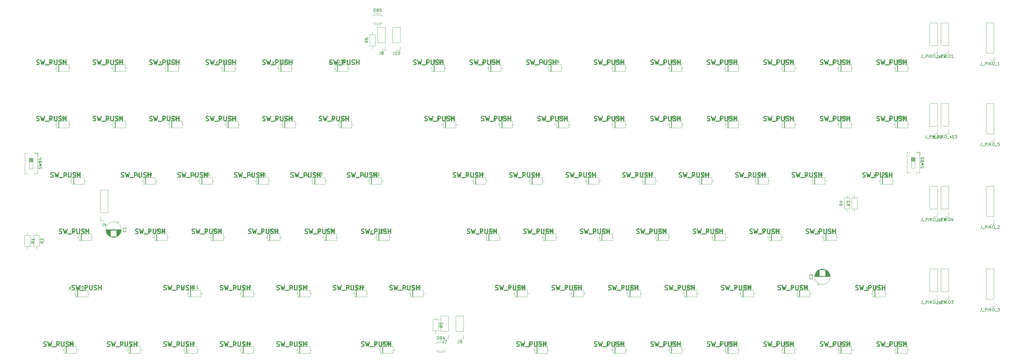
<source format=gto>
%TF.GenerationSoftware,KiCad,Pcbnew,(5.1.7)-1*%
%TF.CreationDate,2020-12-27T21:22:25+09:00*%
%TF.ProjectId,skb_i2c_lefthand,736b625f-6932-4635-9f6c-65667468616e,rev?*%
%TF.SameCoordinates,Original*%
%TF.FileFunction,Legend,Top*%
%TF.FilePolarity,Positive*%
%FSLAX46Y46*%
G04 Gerber Fmt 4.6, Leading zero omitted, Abs format (unit mm)*
G04 Created by KiCad (PCBNEW (5.1.7)-1) date 2020-12-27 21:22:25*
%MOMM*%
%LPD*%
G01*
G04 APERTURE LIST*
%ADD10C,0.120000*%
%ADD11C,0.304800*%
%ADD12C,0.150000*%
G04 APERTURE END LIST*
D10*
%TO.C,J10*%
X155762000Y-40954000D02*
X154432000Y-40954000D01*
X155762000Y-39624000D02*
X155762000Y-40954000D01*
X155762000Y-38354000D02*
X153102000Y-38354000D01*
X153102000Y-38354000D02*
X153102000Y-33214000D01*
X155762000Y-38354000D02*
X155762000Y-33214000D01*
X155762000Y-33214000D02*
X153102000Y-33214000D01*
%TO.C,J9*%
X177098000Y-138490000D02*
X175768000Y-138490000D01*
X177098000Y-137160000D02*
X177098000Y-138490000D01*
X177098000Y-135890000D02*
X174438000Y-135890000D01*
X174438000Y-135890000D02*
X174438000Y-130750000D01*
X177098000Y-135890000D02*
X177098000Y-130750000D01*
X177098000Y-130750000D02*
X174438000Y-130750000D01*
%TO.C,J8*%
X150682000Y-33214000D02*
X148022000Y-33214000D01*
X150682000Y-38354000D02*
X150682000Y-33214000D01*
X148022000Y-38354000D02*
X148022000Y-33214000D01*
X150682000Y-38354000D02*
X148022000Y-38354000D01*
X150682000Y-39624000D02*
X150682000Y-40954000D01*
X150682000Y-40954000D02*
X149352000Y-40954000D01*
%TO.C,J7*%
X172018000Y-130750000D02*
X169358000Y-130750000D01*
X172018000Y-135890000D02*
X172018000Y-130750000D01*
X169358000Y-135890000D02*
X169358000Y-130750000D01*
X172018000Y-135890000D02*
X169358000Y-135890000D01*
X172018000Y-137160000D02*
X172018000Y-138490000D01*
X172018000Y-138490000D02*
X170688000Y-138490000D01*
%TO.C,D85*%
X146522000Y-29244000D02*
X146522000Y-29400000D01*
X146522000Y-31560000D02*
X146522000Y-31716000D01*
X149123130Y-31559837D02*
G75*
G02*
X147041039Y-31560000I-1041130J1079837D01*
G01*
X149123130Y-29400163D02*
G75*
G03*
X147041039Y-29400000I-1041130J-1079837D01*
G01*
X149754335Y-31558608D02*
G75*
G02*
X146522000Y-31715516I-1672335J1078608D01*
G01*
X149754335Y-29401392D02*
G75*
G03*
X146522000Y-29244484I-1672335J-1078608D01*
G01*
%TO.C,D84*%
X167858000Y-139988000D02*
X167858000Y-140144000D01*
X167858000Y-142304000D02*
X167858000Y-142460000D01*
X170459130Y-142303837D02*
G75*
G02*
X168377039Y-142304000I-1041130J1079837D01*
G01*
X170459130Y-140144163D02*
G75*
G03*
X168377039Y-140144000I-1041130J-1079837D01*
G01*
X171090335Y-142302608D02*
G75*
G02*
X167858000Y-142459516I-1672335J1078608D01*
G01*
X171090335Y-140145392D02*
G75*
G03*
X167858000Y-139988484I-1672335J-1078608D01*
G01*
%TO.C,J_PIKO4*%
X340674000Y-86935000D02*
X338014000Y-86935000D01*
X340674000Y-94615000D02*
X340674000Y-86935000D01*
X338014000Y-94615000D02*
X338014000Y-86935000D01*
X340674000Y-94615000D02*
X338014000Y-94615000D01*
X340674000Y-95885000D02*
X340674000Y-97215000D01*
X340674000Y-97215000D02*
X339344000Y-97215000D01*
%TO.C,J_PIKO_4E4*%
X336864000Y-114875000D02*
X334204000Y-114875000D01*
X336864000Y-122555000D02*
X336864000Y-114875000D01*
X334204000Y-122555000D02*
X334204000Y-114875000D01*
X336864000Y-122555000D02*
X334204000Y-122555000D01*
X336864000Y-123825000D02*
X336864000Y-125155000D01*
X336864000Y-125155000D02*
X335534000Y-125155000D01*
%TO.C,J_PIKO_4E3*%
X340674000Y-58995000D02*
X338014000Y-58995000D01*
X340674000Y-66675000D02*
X340674000Y-58995000D01*
X338014000Y-66675000D02*
X338014000Y-58995000D01*
X340674000Y-66675000D02*
X338014000Y-66675000D01*
X340674000Y-67945000D02*
X340674000Y-69275000D01*
X340674000Y-69275000D02*
X339344000Y-69275000D01*
%TO.C,J_PIKO_4E2*%
X336864000Y-31690000D02*
X334204000Y-31690000D01*
X336864000Y-39370000D02*
X336864000Y-31690000D01*
X334204000Y-39370000D02*
X334204000Y-31690000D01*
X336864000Y-39370000D02*
X334204000Y-39370000D01*
X336864000Y-40640000D02*
X336864000Y-41970000D01*
X336864000Y-41970000D02*
X335534000Y-41970000D01*
%TO.C,J_PIKO_4E1*%
X336864000Y-86935000D02*
X334204000Y-86935000D01*
X336864000Y-94615000D02*
X336864000Y-86935000D01*
X334204000Y-94615000D02*
X334204000Y-86935000D01*
X336864000Y-94615000D02*
X334204000Y-94615000D01*
X336864000Y-95885000D02*
X336864000Y-97215000D01*
X336864000Y-97215000D02*
X335534000Y-97215000D01*
%TO.C,J_PIKO_5*%
X355914000Y-58995000D02*
X353254000Y-58995000D01*
X355914000Y-69215000D02*
X355914000Y-58995000D01*
X353254000Y-69215000D02*
X353254000Y-58995000D01*
X355914000Y-69215000D02*
X353254000Y-69215000D01*
X355914000Y-70485000D02*
X355914000Y-71815000D01*
X355914000Y-71815000D02*
X354584000Y-71815000D01*
%TO.C,J_PIKO_3*%
X355914000Y-114875000D02*
X353254000Y-114875000D01*
X355914000Y-125095000D02*
X355914000Y-114875000D01*
X353254000Y-125095000D02*
X353254000Y-114875000D01*
X355914000Y-125095000D02*
X353254000Y-125095000D01*
X355914000Y-126365000D02*
X355914000Y-127695000D01*
X355914000Y-127695000D02*
X354584000Y-127695000D01*
%TO.C,J_PIKO_2*%
X355914000Y-86935000D02*
X353254000Y-86935000D01*
X355914000Y-97155000D02*
X355914000Y-86935000D01*
X353254000Y-97155000D02*
X353254000Y-86935000D01*
X355914000Y-97155000D02*
X353254000Y-97155000D01*
X355914000Y-98425000D02*
X355914000Y-99755000D01*
X355914000Y-99755000D02*
X354584000Y-99755000D01*
%TO.C,J_PIKO_1*%
X355914000Y-31690000D02*
X353254000Y-31690000D01*
X355914000Y-41910000D02*
X355914000Y-31690000D01*
X353254000Y-41910000D02*
X353254000Y-31690000D01*
X355914000Y-41910000D02*
X353254000Y-41910000D01*
X355914000Y-43180000D02*
X355914000Y-44510000D01*
X355914000Y-44510000D02*
X354584000Y-44510000D01*
%TO.C,J_PIKO3*%
X340674000Y-114875000D02*
X338014000Y-114875000D01*
X340674000Y-122555000D02*
X340674000Y-114875000D01*
X338014000Y-122555000D02*
X338014000Y-114875000D01*
X340674000Y-122555000D02*
X338014000Y-122555000D01*
X340674000Y-123825000D02*
X340674000Y-125155000D01*
X340674000Y-125155000D02*
X339344000Y-125155000D01*
%TO.C,J_PIKO2*%
X336864000Y-58995000D02*
X334204000Y-58995000D01*
X336864000Y-66675000D02*
X336864000Y-58995000D01*
X334204000Y-66675000D02*
X334204000Y-58995000D01*
X336864000Y-66675000D02*
X334204000Y-66675000D01*
X336864000Y-67945000D02*
X336864000Y-69275000D01*
X336864000Y-69275000D02*
X335534000Y-69275000D01*
%TO.C,J_PIKO1*%
X340674000Y-31690000D02*
X338014000Y-31690000D01*
X340674000Y-39370000D02*
X340674000Y-31690000D01*
X338014000Y-39370000D02*
X338014000Y-31690000D01*
X340674000Y-39370000D02*
X338014000Y-39370000D01*
X340674000Y-40640000D02*
X340674000Y-41970000D01*
X340674000Y-41970000D02*
X339344000Y-41970000D01*
%TO.C,SW85*%
X330786000Y-75584000D02*
X330786000Y-82405000D01*
X326566000Y-75584000D02*
X326566000Y-82405000D01*
X330786000Y-75584000D02*
X329716000Y-75584000D01*
X327636000Y-75584000D02*
X326566000Y-75584000D01*
X330786000Y-82405000D02*
X329666000Y-82405000D01*
X327686000Y-82405000D02*
X326566000Y-82405000D01*
X331026000Y-75344000D02*
X331026000Y-76727000D01*
X331026000Y-75344000D02*
X329716000Y-75344000D01*
X329311000Y-77184000D02*
X328041000Y-77184000D01*
X328041000Y-77184000D02*
X328041000Y-80804000D01*
X328041000Y-80804000D02*
X329311000Y-80804000D01*
X329311000Y-80804000D02*
X329311000Y-77184000D01*
X329191000Y-77184000D02*
X329191000Y-78390667D01*
X329071000Y-77184000D02*
X329071000Y-78390667D01*
X328951000Y-77184000D02*
X328951000Y-78390667D01*
X328831000Y-77184000D02*
X328831000Y-78390667D01*
X328711000Y-77184000D02*
X328711000Y-78390667D01*
X328591000Y-77184000D02*
X328591000Y-78390667D01*
X328471000Y-77184000D02*
X328471000Y-78390667D01*
X328351000Y-77184000D02*
X328351000Y-78390667D01*
X328231000Y-77184000D02*
X328231000Y-78390667D01*
X328111000Y-77184000D02*
X328111000Y-78390667D01*
X329311000Y-78390667D02*
X328041000Y-78390667D01*
%TO.C,SW84*%
X31877000Y-78644667D02*
X30607000Y-78644667D01*
X30677000Y-77438000D02*
X30677000Y-78644667D01*
X30797000Y-77438000D02*
X30797000Y-78644667D01*
X30917000Y-77438000D02*
X30917000Y-78644667D01*
X31037000Y-77438000D02*
X31037000Y-78644667D01*
X31157000Y-77438000D02*
X31157000Y-78644667D01*
X31277000Y-77438000D02*
X31277000Y-78644667D01*
X31397000Y-77438000D02*
X31397000Y-78644667D01*
X31517000Y-77438000D02*
X31517000Y-78644667D01*
X31637000Y-77438000D02*
X31637000Y-78644667D01*
X31757000Y-77438000D02*
X31757000Y-78644667D01*
X31877000Y-81058000D02*
X31877000Y-77438000D01*
X30607000Y-81058000D02*
X31877000Y-81058000D01*
X30607000Y-77438000D02*
X30607000Y-81058000D01*
X31877000Y-77438000D02*
X30607000Y-77438000D01*
X33592000Y-75598000D02*
X32282000Y-75598000D01*
X33592000Y-75598000D02*
X33592000Y-76981000D01*
X30252000Y-82659000D02*
X29132000Y-82659000D01*
X33352000Y-82659000D02*
X32232000Y-82659000D01*
X30202000Y-75838000D02*
X29132000Y-75838000D01*
X33352000Y-75838000D02*
X32282000Y-75838000D01*
X29132000Y-75838000D02*
X29132000Y-82659000D01*
X33352000Y-75838000D02*
X33352000Y-82659000D01*
%TO.C,D32*%
X135040000Y-64920000D02*
X135040000Y-67160000D01*
X135040000Y-67160000D02*
X139280000Y-67160000D01*
X139280000Y-67160000D02*
X139280000Y-64920000D01*
X139280000Y-64920000D02*
X135040000Y-64920000D01*
X134390000Y-66040000D02*
X135040000Y-66040000D01*
X139930000Y-66040000D02*
X139280000Y-66040000D01*
X135760000Y-64920000D02*
X135760000Y-67160000D01*
X135880000Y-64920000D02*
X135880000Y-67160000D01*
X135640000Y-64920000D02*
X135640000Y-67160000D01*
%TO.C,D1*%
X39790000Y-45870000D02*
X39790000Y-48110000D01*
X39790000Y-48110000D02*
X44030000Y-48110000D01*
X44030000Y-48110000D02*
X44030000Y-45870000D01*
X44030000Y-45870000D02*
X39790000Y-45870000D01*
X39140000Y-46990000D02*
X39790000Y-46990000D01*
X44680000Y-46990000D02*
X44030000Y-46990000D01*
X40510000Y-45870000D02*
X40510000Y-48110000D01*
X40630000Y-45870000D02*
X40630000Y-48110000D01*
X40390000Y-45870000D02*
X40390000Y-48110000D01*
%TO.C,D2*%
X39790000Y-64920000D02*
X39790000Y-67160000D01*
X39790000Y-67160000D02*
X44030000Y-67160000D01*
X44030000Y-67160000D02*
X44030000Y-64920000D01*
X44030000Y-64920000D02*
X39790000Y-64920000D01*
X39140000Y-66040000D02*
X39790000Y-66040000D01*
X44680000Y-66040000D02*
X44030000Y-66040000D01*
X40510000Y-64920000D02*
X40510000Y-67160000D01*
X40630000Y-64920000D02*
X40630000Y-67160000D01*
X40390000Y-64920000D02*
X40390000Y-67160000D01*
%TO.C,D3*%
X44870000Y-83970000D02*
X44870000Y-86210000D01*
X44870000Y-86210000D02*
X49110000Y-86210000D01*
X49110000Y-86210000D02*
X49110000Y-83970000D01*
X49110000Y-83970000D02*
X44870000Y-83970000D01*
X44220000Y-85090000D02*
X44870000Y-85090000D01*
X49760000Y-85090000D02*
X49110000Y-85090000D01*
X45590000Y-83970000D02*
X45590000Y-86210000D01*
X45710000Y-83970000D02*
X45710000Y-86210000D01*
X45470000Y-83970000D02*
X45470000Y-86210000D01*
%TO.C,D4*%
X47410000Y-103020000D02*
X47410000Y-105260000D01*
X47410000Y-105260000D02*
X51650000Y-105260000D01*
X51650000Y-105260000D02*
X51650000Y-103020000D01*
X51650000Y-103020000D02*
X47410000Y-103020000D01*
X46760000Y-104140000D02*
X47410000Y-104140000D01*
X52300000Y-104140000D02*
X51650000Y-104140000D01*
X48130000Y-103020000D02*
X48130000Y-105260000D01*
X48250000Y-103020000D02*
X48250000Y-105260000D01*
X48010000Y-103020000D02*
X48010000Y-105260000D01*
%TO.C,D5*%
X46140000Y-122070000D02*
X46140000Y-124310000D01*
X46140000Y-124310000D02*
X50380000Y-124310000D01*
X50380000Y-124310000D02*
X50380000Y-122070000D01*
X50380000Y-122070000D02*
X46140000Y-122070000D01*
X45490000Y-123190000D02*
X46140000Y-123190000D01*
X51030000Y-123190000D02*
X50380000Y-123190000D01*
X46860000Y-122070000D02*
X46860000Y-124310000D01*
X46980000Y-122070000D02*
X46980000Y-124310000D01*
X46740000Y-122070000D02*
X46740000Y-124310000D01*
%TO.C,D6*%
X42330000Y-141120000D02*
X42330000Y-143360000D01*
X42330000Y-143360000D02*
X46570000Y-143360000D01*
X46570000Y-143360000D02*
X46570000Y-141120000D01*
X46570000Y-141120000D02*
X42330000Y-141120000D01*
X41680000Y-142240000D02*
X42330000Y-142240000D01*
X47220000Y-142240000D02*
X46570000Y-142240000D01*
X43050000Y-141120000D02*
X43050000Y-143360000D01*
X43170000Y-141120000D02*
X43170000Y-143360000D01*
X42930000Y-141120000D02*
X42930000Y-143360000D01*
%TO.C,D7*%
X58840000Y-45870000D02*
X58840000Y-48110000D01*
X58840000Y-48110000D02*
X63080000Y-48110000D01*
X63080000Y-48110000D02*
X63080000Y-45870000D01*
X63080000Y-45870000D02*
X58840000Y-45870000D01*
X58190000Y-46990000D02*
X58840000Y-46990000D01*
X63730000Y-46990000D02*
X63080000Y-46990000D01*
X59560000Y-45870000D02*
X59560000Y-48110000D01*
X59680000Y-45870000D02*
X59680000Y-48110000D01*
X59440000Y-45870000D02*
X59440000Y-48110000D01*
%TO.C,D8*%
X58840000Y-64920000D02*
X58840000Y-67160000D01*
X58840000Y-67160000D02*
X63080000Y-67160000D01*
X63080000Y-67160000D02*
X63080000Y-64920000D01*
X63080000Y-64920000D02*
X58840000Y-64920000D01*
X58190000Y-66040000D02*
X58840000Y-66040000D01*
X63730000Y-66040000D02*
X63080000Y-66040000D01*
X59560000Y-64920000D02*
X59560000Y-67160000D01*
X59680000Y-64920000D02*
X59680000Y-67160000D01*
X59440000Y-64920000D02*
X59440000Y-67160000D01*
%TO.C,D9*%
X69000000Y-83970000D02*
X69000000Y-86210000D01*
X69000000Y-86210000D02*
X73240000Y-86210000D01*
X73240000Y-86210000D02*
X73240000Y-83970000D01*
X73240000Y-83970000D02*
X69000000Y-83970000D01*
X68350000Y-85090000D02*
X69000000Y-85090000D01*
X73890000Y-85090000D02*
X73240000Y-85090000D01*
X69720000Y-83970000D02*
X69720000Y-86210000D01*
X69840000Y-83970000D02*
X69840000Y-86210000D01*
X69600000Y-83970000D02*
X69600000Y-86210000D01*
%TO.C,D10*%
X72810000Y-103020000D02*
X72810000Y-105260000D01*
X72810000Y-105260000D02*
X77050000Y-105260000D01*
X77050000Y-105260000D02*
X77050000Y-103020000D01*
X77050000Y-103020000D02*
X72810000Y-103020000D01*
X72160000Y-104140000D02*
X72810000Y-104140000D01*
X77700000Y-104140000D02*
X77050000Y-104140000D01*
X73530000Y-103020000D02*
X73530000Y-105260000D01*
X73650000Y-103020000D02*
X73650000Y-105260000D01*
X73410000Y-103020000D02*
X73410000Y-105260000D01*
%TO.C,D11*%
X84240000Y-122070000D02*
X84240000Y-124310000D01*
X84240000Y-124310000D02*
X88480000Y-124310000D01*
X88480000Y-124310000D02*
X88480000Y-122070000D01*
X88480000Y-122070000D02*
X84240000Y-122070000D01*
X83590000Y-123190000D02*
X84240000Y-123190000D01*
X89130000Y-123190000D02*
X88480000Y-123190000D01*
X84960000Y-122070000D02*
X84960000Y-124310000D01*
X85080000Y-122070000D02*
X85080000Y-124310000D01*
X84840000Y-122070000D02*
X84840000Y-124310000D01*
%TO.C,D12*%
X63920000Y-141120000D02*
X63920000Y-143360000D01*
X63920000Y-143360000D02*
X68160000Y-143360000D01*
X68160000Y-143360000D02*
X68160000Y-141120000D01*
X68160000Y-141120000D02*
X63920000Y-141120000D01*
X63270000Y-142240000D02*
X63920000Y-142240000D01*
X68810000Y-142240000D02*
X68160000Y-142240000D01*
X64640000Y-141120000D02*
X64640000Y-143360000D01*
X64760000Y-141120000D02*
X64760000Y-143360000D01*
X64520000Y-141120000D02*
X64520000Y-143360000D01*
%TO.C,D13*%
X76620000Y-45870000D02*
X76620000Y-48110000D01*
X76620000Y-48110000D02*
X80860000Y-48110000D01*
X80860000Y-48110000D02*
X80860000Y-45870000D01*
X80860000Y-45870000D02*
X76620000Y-45870000D01*
X75970000Y-46990000D02*
X76620000Y-46990000D01*
X81510000Y-46990000D02*
X80860000Y-46990000D01*
X77340000Y-45870000D02*
X77340000Y-48110000D01*
X77460000Y-45870000D02*
X77460000Y-48110000D01*
X77220000Y-45870000D02*
X77220000Y-48110000D01*
%TO.C,D14*%
X77890000Y-64920000D02*
X77890000Y-67160000D01*
X77890000Y-67160000D02*
X82130000Y-67160000D01*
X82130000Y-67160000D02*
X82130000Y-64920000D01*
X82130000Y-64920000D02*
X77890000Y-64920000D01*
X77240000Y-66040000D02*
X77890000Y-66040000D01*
X82780000Y-66040000D02*
X82130000Y-66040000D01*
X78610000Y-64920000D02*
X78610000Y-67160000D01*
X78730000Y-64920000D02*
X78730000Y-67160000D01*
X78490000Y-64920000D02*
X78490000Y-67160000D01*
%TO.C,D15*%
X88050000Y-83970000D02*
X88050000Y-86210000D01*
X88050000Y-86210000D02*
X92290000Y-86210000D01*
X92290000Y-86210000D02*
X92290000Y-83970000D01*
X92290000Y-83970000D02*
X88050000Y-83970000D01*
X87400000Y-85090000D02*
X88050000Y-85090000D01*
X92940000Y-85090000D02*
X92290000Y-85090000D01*
X88770000Y-83970000D02*
X88770000Y-86210000D01*
X88890000Y-83970000D02*
X88890000Y-86210000D01*
X88650000Y-83970000D02*
X88650000Y-86210000D01*
%TO.C,D16*%
X91860000Y-103020000D02*
X91860000Y-105260000D01*
X91860000Y-105260000D02*
X96100000Y-105260000D01*
X96100000Y-105260000D02*
X96100000Y-103020000D01*
X96100000Y-103020000D02*
X91860000Y-103020000D01*
X91210000Y-104140000D02*
X91860000Y-104140000D01*
X96750000Y-104140000D02*
X96100000Y-104140000D01*
X92580000Y-103020000D02*
X92580000Y-105260000D01*
X92700000Y-103020000D02*
X92700000Y-105260000D01*
X92460000Y-103020000D02*
X92460000Y-105260000D01*
%TO.C,D17*%
X102020000Y-122070000D02*
X102020000Y-124310000D01*
X102020000Y-124310000D02*
X106260000Y-124310000D01*
X106260000Y-124310000D02*
X106260000Y-122070000D01*
X106260000Y-122070000D02*
X102020000Y-122070000D01*
X101370000Y-123190000D02*
X102020000Y-123190000D01*
X106910000Y-123190000D02*
X106260000Y-123190000D01*
X102740000Y-122070000D02*
X102740000Y-124310000D01*
X102860000Y-122070000D02*
X102860000Y-124310000D01*
X102620000Y-122070000D02*
X102620000Y-124310000D01*
%TO.C,D18*%
X82970000Y-141120000D02*
X82970000Y-143360000D01*
X82970000Y-143360000D02*
X87210000Y-143360000D01*
X87210000Y-143360000D02*
X87210000Y-141120000D01*
X87210000Y-141120000D02*
X82970000Y-141120000D01*
X82320000Y-142240000D02*
X82970000Y-142240000D01*
X87860000Y-142240000D02*
X87210000Y-142240000D01*
X83690000Y-141120000D02*
X83690000Y-143360000D01*
X83810000Y-141120000D02*
X83810000Y-143360000D01*
X83570000Y-141120000D02*
X83570000Y-143360000D01*
%TO.C,D19*%
X95670000Y-45870000D02*
X95670000Y-48110000D01*
X95670000Y-48110000D02*
X99910000Y-48110000D01*
X99910000Y-48110000D02*
X99910000Y-45870000D01*
X99910000Y-45870000D02*
X95670000Y-45870000D01*
X95020000Y-46990000D02*
X95670000Y-46990000D01*
X100560000Y-46990000D02*
X99910000Y-46990000D01*
X96390000Y-45870000D02*
X96390000Y-48110000D01*
X96510000Y-45870000D02*
X96510000Y-48110000D01*
X96270000Y-45870000D02*
X96270000Y-48110000D01*
%TO.C,D20*%
X96940000Y-64920000D02*
X96940000Y-67160000D01*
X96940000Y-67160000D02*
X101180000Y-67160000D01*
X101180000Y-67160000D02*
X101180000Y-64920000D01*
X101180000Y-64920000D02*
X96940000Y-64920000D01*
X96290000Y-66040000D02*
X96940000Y-66040000D01*
X101830000Y-66040000D02*
X101180000Y-66040000D01*
X97660000Y-64920000D02*
X97660000Y-67160000D01*
X97780000Y-64920000D02*
X97780000Y-67160000D01*
X97540000Y-64920000D02*
X97540000Y-67160000D01*
%TO.C,D21*%
X107100000Y-83970000D02*
X107100000Y-86210000D01*
X107100000Y-86210000D02*
X111340000Y-86210000D01*
X111340000Y-86210000D02*
X111340000Y-83970000D01*
X111340000Y-83970000D02*
X107100000Y-83970000D01*
X106450000Y-85090000D02*
X107100000Y-85090000D01*
X111990000Y-85090000D02*
X111340000Y-85090000D01*
X107820000Y-83970000D02*
X107820000Y-86210000D01*
X107940000Y-83970000D02*
X107940000Y-86210000D01*
X107700000Y-83970000D02*
X107700000Y-86210000D01*
%TO.C,D22*%
X110910000Y-103020000D02*
X110910000Y-105260000D01*
X110910000Y-105260000D02*
X115150000Y-105260000D01*
X115150000Y-105260000D02*
X115150000Y-103020000D01*
X115150000Y-103020000D02*
X110910000Y-103020000D01*
X110260000Y-104140000D02*
X110910000Y-104140000D01*
X115800000Y-104140000D02*
X115150000Y-104140000D01*
X111630000Y-103020000D02*
X111630000Y-105260000D01*
X111750000Y-103020000D02*
X111750000Y-105260000D01*
X111510000Y-103020000D02*
X111510000Y-105260000D01*
%TO.C,D23*%
X121070000Y-122070000D02*
X121070000Y-124310000D01*
X121070000Y-124310000D02*
X125310000Y-124310000D01*
X125310000Y-124310000D02*
X125310000Y-122070000D01*
X125310000Y-122070000D02*
X121070000Y-122070000D01*
X120420000Y-123190000D02*
X121070000Y-123190000D01*
X125960000Y-123190000D02*
X125310000Y-123190000D01*
X121790000Y-122070000D02*
X121790000Y-124310000D01*
X121910000Y-122070000D02*
X121910000Y-124310000D01*
X121670000Y-122070000D02*
X121670000Y-124310000D01*
%TO.C,D24*%
X102020000Y-141120000D02*
X102020000Y-143360000D01*
X102020000Y-143360000D02*
X106260000Y-143360000D01*
X106260000Y-143360000D02*
X106260000Y-141120000D01*
X106260000Y-141120000D02*
X102020000Y-141120000D01*
X101370000Y-142240000D02*
X102020000Y-142240000D01*
X106910000Y-142240000D02*
X106260000Y-142240000D01*
X102740000Y-141120000D02*
X102740000Y-143360000D01*
X102860000Y-141120000D02*
X102860000Y-143360000D01*
X102620000Y-141120000D02*
X102620000Y-143360000D01*
%TO.C,D25*%
X114720000Y-45870000D02*
X114720000Y-48110000D01*
X114720000Y-48110000D02*
X118960000Y-48110000D01*
X118960000Y-48110000D02*
X118960000Y-45870000D01*
X118960000Y-45870000D02*
X114720000Y-45870000D01*
X114070000Y-46990000D02*
X114720000Y-46990000D01*
X119610000Y-46990000D02*
X118960000Y-46990000D01*
X115440000Y-45870000D02*
X115440000Y-48110000D01*
X115560000Y-45870000D02*
X115560000Y-48110000D01*
X115320000Y-45870000D02*
X115320000Y-48110000D01*
%TO.C,D26*%
X115990000Y-64920000D02*
X115990000Y-67160000D01*
X115990000Y-67160000D02*
X120230000Y-67160000D01*
X120230000Y-67160000D02*
X120230000Y-64920000D01*
X120230000Y-64920000D02*
X115990000Y-64920000D01*
X115340000Y-66040000D02*
X115990000Y-66040000D01*
X120880000Y-66040000D02*
X120230000Y-66040000D01*
X116710000Y-64920000D02*
X116710000Y-67160000D01*
X116830000Y-64920000D02*
X116830000Y-67160000D01*
X116590000Y-64920000D02*
X116590000Y-67160000D01*
%TO.C,D27*%
X126150000Y-83970000D02*
X126150000Y-86210000D01*
X126150000Y-86210000D02*
X130390000Y-86210000D01*
X130390000Y-86210000D02*
X130390000Y-83970000D01*
X130390000Y-83970000D02*
X126150000Y-83970000D01*
X125500000Y-85090000D02*
X126150000Y-85090000D01*
X131040000Y-85090000D02*
X130390000Y-85090000D01*
X126870000Y-83970000D02*
X126870000Y-86210000D01*
X126990000Y-83970000D02*
X126990000Y-86210000D01*
X126750000Y-83970000D02*
X126750000Y-86210000D01*
%TO.C,D28*%
X129960000Y-103020000D02*
X129960000Y-105260000D01*
X129960000Y-105260000D02*
X134200000Y-105260000D01*
X134200000Y-105260000D02*
X134200000Y-103020000D01*
X134200000Y-103020000D02*
X129960000Y-103020000D01*
X129310000Y-104140000D02*
X129960000Y-104140000D01*
X134850000Y-104140000D02*
X134200000Y-104140000D01*
X130680000Y-103020000D02*
X130680000Y-105260000D01*
X130800000Y-103020000D02*
X130800000Y-105260000D01*
X130560000Y-103020000D02*
X130560000Y-105260000D01*
%TO.C,D29*%
X140120000Y-122070000D02*
X140120000Y-124310000D01*
X140120000Y-124310000D02*
X144360000Y-124310000D01*
X144360000Y-124310000D02*
X144360000Y-122070000D01*
X144360000Y-122070000D02*
X140120000Y-122070000D01*
X139470000Y-123190000D02*
X140120000Y-123190000D01*
X145010000Y-123190000D02*
X144360000Y-123190000D01*
X140840000Y-122070000D02*
X140840000Y-124310000D01*
X140960000Y-122070000D02*
X140960000Y-124310000D01*
X140720000Y-122070000D02*
X140720000Y-124310000D01*
%TO.C,D30*%
X121070000Y-141120000D02*
X121070000Y-143360000D01*
X121070000Y-143360000D02*
X125310000Y-143360000D01*
X125310000Y-143360000D02*
X125310000Y-141120000D01*
X125310000Y-141120000D02*
X121070000Y-141120000D01*
X120420000Y-142240000D02*
X121070000Y-142240000D01*
X125960000Y-142240000D02*
X125310000Y-142240000D01*
X121790000Y-141120000D02*
X121790000Y-143360000D01*
X121910000Y-141120000D02*
X121910000Y-143360000D01*
X121670000Y-141120000D02*
X121670000Y-143360000D01*
%TO.C,D31*%
X133770000Y-45870000D02*
X133770000Y-48110000D01*
X133770000Y-48110000D02*
X138010000Y-48110000D01*
X138010000Y-48110000D02*
X138010000Y-45870000D01*
X138010000Y-45870000D02*
X133770000Y-45870000D01*
X133120000Y-46990000D02*
X133770000Y-46990000D01*
X138660000Y-46990000D02*
X138010000Y-46990000D01*
X134490000Y-45870000D02*
X134490000Y-48110000D01*
X134610000Y-45870000D02*
X134610000Y-48110000D01*
X134370000Y-45870000D02*
X134370000Y-48110000D01*
%TO.C,D33*%
X145200000Y-83970000D02*
X145200000Y-86210000D01*
X145200000Y-86210000D02*
X149440000Y-86210000D01*
X149440000Y-86210000D02*
X149440000Y-83970000D01*
X149440000Y-83970000D02*
X145200000Y-83970000D01*
X144550000Y-85090000D02*
X145200000Y-85090000D01*
X150090000Y-85090000D02*
X149440000Y-85090000D01*
X145920000Y-83970000D02*
X145920000Y-86210000D01*
X146040000Y-83970000D02*
X146040000Y-86210000D01*
X145800000Y-83970000D02*
X145800000Y-86210000D01*
%TO.C,D34*%
X147740000Y-103020000D02*
X147740000Y-105260000D01*
X147740000Y-105260000D02*
X151980000Y-105260000D01*
X151980000Y-105260000D02*
X151980000Y-103020000D01*
X151980000Y-103020000D02*
X147740000Y-103020000D01*
X147090000Y-104140000D02*
X147740000Y-104140000D01*
X152630000Y-104140000D02*
X151980000Y-104140000D01*
X148460000Y-103020000D02*
X148460000Y-105260000D01*
X148580000Y-103020000D02*
X148580000Y-105260000D01*
X148340000Y-103020000D02*
X148340000Y-105260000D01*
%TO.C,D35*%
X159170000Y-122070000D02*
X159170000Y-124310000D01*
X159170000Y-124310000D02*
X163410000Y-124310000D01*
X163410000Y-124310000D02*
X163410000Y-122070000D01*
X163410000Y-122070000D02*
X159170000Y-122070000D01*
X158520000Y-123190000D02*
X159170000Y-123190000D01*
X164060000Y-123190000D02*
X163410000Y-123190000D01*
X159890000Y-122070000D02*
X159890000Y-124310000D01*
X160010000Y-122070000D02*
X160010000Y-124310000D01*
X159770000Y-122070000D02*
X159770000Y-124310000D01*
%TO.C,D36*%
X149010000Y-141120000D02*
X149010000Y-143360000D01*
X149010000Y-143360000D02*
X153250000Y-143360000D01*
X153250000Y-143360000D02*
X153250000Y-141120000D01*
X153250000Y-141120000D02*
X149010000Y-141120000D01*
X148360000Y-142240000D02*
X149010000Y-142240000D01*
X153900000Y-142240000D02*
X153250000Y-142240000D01*
X149730000Y-141120000D02*
X149730000Y-143360000D01*
X149850000Y-141120000D02*
X149850000Y-143360000D01*
X149610000Y-141120000D02*
X149610000Y-143360000D01*
%TO.C,C1*%
X60780000Y-99025225D02*
X60280000Y-99025225D01*
X60530000Y-98775225D02*
X60530000Y-99275225D01*
X59339000Y-104181000D02*
X58771000Y-104181000D01*
X59573000Y-104141000D02*
X58537000Y-104141000D01*
X59732000Y-104101000D02*
X58378000Y-104101000D01*
X59860000Y-104061000D02*
X58250000Y-104061000D01*
X59970000Y-104021000D02*
X58140000Y-104021000D01*
X60066000Y-103981000D02*
X58044000Y-103981000D01*
X60153000Y-103941000D02*
X57957000Y-103941000D01*
X60233000Y-103901000D02*
X57877000Y-103901000D01*
X58015000Y-103861000D02*
X57804000Y-103861000D01*
X60306000Y-103861000D02*
X60095000Y-103861000D01*
X58015000Y-103821000D02*
X57736000Y-103821000D01*
X60374000Y-103821000D02*
X60095000Y-103821000D01*
X58015000Y-103781000D02*
X57672000Y-103781000D01*
X60438000Y-103781000D02*
X60095000Y-103781000D01*
X58015000Y-103741000D02*
X57612000Y-103741000D01*
X60498000Y-103741000D02*
X60095000Y-103741000D01*
X58015000Y-103701000D02*
X57555000Y-103701000D01*
X60555000Y-103701000D02*
X60095000Y-103701000D01*
X58015000Y-103661000D02*
X57501000Y-103661000D01*
X60609000Y-103661000D02*
X60095000Y-103661000D01*
X58015000Y-103621000D02*
X57450000Y-103621000D01*
X60660000Y-103621000D02*
X60095000Y-103621000D01*
X58015000Y-103581000D02*
X57402000Y-103581000D01*
X60708000Y-103581000D02*
X60095000Y-103581000D01*
X58015000Y-103541000D02*
X57356000Y-103541000D01*
X60754000Y-103541000D02*
X60095000Y-103541000D01*
X58015000Y-103501000D02*
X57312000Y-103501000D01*
X60798000Y-103501000D02*
X60095000Y-103501000D01*
X58015000Y-103461000D02*
X57270000Y-103461000D01*
X60840000Y-103461000D02*
X60095000Y-103461000D01*
X58015000Y-103421000D02*
X57229000Y-103421000D01*
X60881000Y-103421000D02*
X60095000Y-103421000D01*
X58015000Y-103381000D02*
X57191000Y-103381000D01*
X60919000Y-103381000D02*
X60095000Y-103381000D01*
X58015000Y-103341000D02*
X57154000Y-103341000D01*
X60956000Y-103341000D02*
X60095000Y-103341000D01*
X58015000Y-103301000D02*
X57118000Y-103301000D01*
X60992000Y-103301000D02*
X60095000Y-103301000D01*
X58015000Y-103261000D02*
X57084000Y-103261000D01*
X61026000Y-103261000D02*
X60095000Y-103261000D01*
X58015000Y-103221000D02*
X57051000Y-103221000D01*
X61059000Y-103221000D02*
X60095000Y-103221000D01*
X58015000Y-103181000D02*
X57020000Y-103181000D01*
X61090000Y-103181000D02*
X60095000Y-103181000D01*
X58015000Y-103141000D02*
X56990000Y-103141000D01*
X61120000Y-103141000D02*
X60095000Y-103141000D01*
X58015000Y-103101000D02*
X56960000Y-103101000D01*
X61150000Y-103101000D02*
X60095000Y-103101000D01*
X58015000Y-103061000D02*
X56933000Y-103061000D01*
X61177000Y-103061000D02*
X60095000Y-103061000D01*
X58015000Y-103021000D02*
X56906000Y-103021000D01*
X61204000Y-103021000D02*
X60095000Y-103021000D01*
X58015000Y-102981000D02*
X56880000Y-102981000D01*
X61230000Y-102981000D02*
X60095000Y-102981000D01*
X58015000Y-102941000D02*
X56855000Y-102941000D01*
X61255000Y-102941000D02*
X60095000Y-102941000D01*
X58015000Y-102901000D02*
X56831000Y-102901000D01*
X61279000Y-102901000D02*
X60095000Y-102901000D01*
X58015000Y-102861000D02*
X56808000Y-102861000D01*
X61302000Y-102861000D02*
X60095000Y-102861000D01*
X58015000Y-102821000D02*
X56787000Y-102821000D01*
X61323000Y-102821000D02*
X60095000Y-102821000D01*
X58015000Y-102781000D02*
X56765000Y-102781000D01*
X61345000Y-102781000D02*
X60095000Y-102781000D01*
X58015000Y-102741000D02*
X56745000Y-102741000D01*
X61365000Y-102741000D02*
X60095000Y-102741000D01*
X58015000Y-102701000D02*
X56726000Y-102701000D01*
X61384000Y-102701000D02*
X60095000Y-102701000D01*
X58015000Y-102661000D02*
X56707000Y-102661000D01*
X61403000Y-102661000D02*
X60095000Y-102661000D01*
X58015000Y-102621000D02*
X56690000Y-102621000D01*
X61420000Y-102621000D02*
X60095000Y-102621000D01*
X58015000Y-102581000D02*
X56673000Y-102581000D01*
X61437000Y-102581000D02*
X60095000Y-102581000D01*
X58015000Y-102541000D02*
X56657000Y-102541000D01*
X61453000Y-102541000D02*
X60095000Y-102541000D01*
X58015000Y-102501000D02*
X56641000Y-102501000D01*
X61469000Y-102501000D02*
X60095000Y-102501000D01*
X58015000Y-102461000D02*
X56627000Y-102461000D01*
X61483000Y-102461000D02*
X60095000Y-102461000D01*
X58015000Y-102421000D02*
X56613000Y-102421000D01*
X61497000Y-102421000D02*
X60095000Y-102421000D01*
X58015000Y-102381000D02*
X56600000Y-102381000D01*
X61510000Y-102381000D02*
X60095000Y-102381000D01*
X58015000Y-102341000D02*
X56587000Y-102341000D01*
X61523000Y-102341000D02*
X60095000Y-102341000D01*
X58015000Y-102301000D02*
X56575000Y-102301000D01*
X61535000Y-102301000D02*
X60095000Y-102301000D01*
X58015000Y-102260000D02*
X56564000Y-102260000D01*
X61546000Y-102260000D02*
X60095000Y-102260000D01*
X58015000Y-102220000D02*
X56554000Y-102220000D01*
X61556000Y-102220000D02*
X60095000Y-102220000D01*
X58015000Y-102180000D02*
X56544000Y-102180000D01*
X61566000Y-102180000D02*
X60095000Y-102180000D01*
X58015000Y-102140000D02*
X56535000Y-102140000D01*
X61575000Y-102140000D02*
X60095000Y-102140000D01*
X58015000Y-102100000D02*
X56527000Y-102100000D01*
X61583000Y-102100000D02*
X60095000Y-102100000D01*
X58015000Y-102060000D02*
X56519000Y-102060000D01*
X61591000Y-102060000D02*
X60095000Y-102060000D01*
X58015000Y-102020000D02*
X56512000Y-102020000D01*
X61598000Y-102020000D02*
X60095000Y-102020000D01*
X58015000Y-101980000D02*
X56505000Y-101980000D01*
X61605000Y-101980000D02*
X60095000Y-101980000D01*
X58015000Y-101940000D02*
X56499000Y-101940000D01*
X61611000Y-101940000D02*
X60095000Y-101940000D01*
X58015000Y-101900000D02*
X56494000Y-101900000D01*
X61616000Y-101900000D02*
X60095000Y-101900000D01*
X58015000Y-101860000D02*
X56490000Y-101860000D01*
X61620000Y-101860000D02*
X60095000Y-101860000D01*
X58015000Y-101820000D02*
X56486000Y-101820000D01*
X61624000Y-101820000D02*
X60095000Y-101820000D01*
X61628000Y-101780000D02*
X56482000Y-101780000D01*
X61631000Y-101740000D02*
X56479000Y-101740000D01*
X61633000Y-101700000D02*
X56477000Y-101700000D01*
X61634000Y-101660000D02*
X56476000Y-101660000D01*
X61635000Y-101620000D02*
X56475000Y-101620000D01*
X61635000Y-101580000D02*
X56475000Y-101580000D01*
X61675000Y-101580000D02*
G75*
G03*
X61675000Y-101580000I-2620000J0D01*
G01*
%TO.C,C2*%
X296344000Y-120049775D02*
X296844000Y-120049775D01*
X296594000Y-120299775D02*
X296594000Y-119799775D01*
X297785000Y-114894000D02*
X298353000Y-114894000D01*
X297551000Y-114934000D02*
X298587000Y-114934000D01*
X297392000Y-114974000D02*
X298746000Y-114974000D01*
X297264000Y-115014000D02*
X298874000Y-115014000D01*
X297154000Y-115054000D02*
X298984000Y-115054000D01*
X297058000Y-115094000D02*
X299080000Y-115094000D01*
X296971000Y-115134000D02*
X299167000Y-115134000D01*
X296891000Y-115174000D02*
X299247000Y-115174000D01*
X299109000Y-115214000D02*
X299320000Y-115214000D01*
X296818000Y-115214000D02*
X297029000Y-115214000D01*
X299109000Y-115254000D02*
X299388000Y-115254000D01*
X296750000Y-115254000D02*
X297029000Y-115254000D01*
X299109000Y-115294000D02*
X299452000Y-115294000D01*
X296686000Y-115294000D02*
X297029000Y-115294000D01*
X299109000Y-115334000D02*
X299512000Y-115334000D01*
X296626000Y-115334000D02*
X297029000Y-115334000D01*
X299109000Y-115374000D02*
X299569000Y-115374000D01*
X296569000Y-115374000D02*
X297029000Y-115374000D01*
X299109000Y-115414000D02*
X299623000Y-115414000D01*
X296515000Y-115414000D02*
X297029000Y-115414000D01*
X299109000Y-115454000D02*
X299674000Y-115454000D01*
X296464000Y-115454000D02*
X297029000Y-115454000D01*
X299109000Y-115494000D02*
X299722000Y-115494000D01*
X296416000Y-115494000D02*
X297029000Y-115494000D01*
X299109000Y-115534000D02*
X299768000Y-115534000D01*
X296370000Y-115534000D02*
X297029000Y-115534000D01*
X299109000Y-115574000D02*
X299812000Y-115574000D01*
X296326000Y-115574000D02*
X297029000Y-115574000D01*
X299109000Y-115614000D02*
X299854000Y-115614000D01*
X296284000Y-115614000D02*
X297029000Y-115614000D01*
X299109000Y-115654000D02*
X299895000Y-115654000D01*
X296243000Y-115654000D02*
X297029000Y-115654000D01*
X299109000Y-115694000D02*
X299933000Y-115694000D01*
X296205000Y-115694000D02*
X297029000Y-115694000D01*
X299109000Y-115734000D02*
X299970000Y-115734000D01*
X296168000Y-115734000D02*
X297029000Y-115734000D01*
X299109000Y-115774000D02*
X300006000Y-115774000D01*
X296132000Y-115774000D02*
X297029000Y-115774000D01*
X299109000Y-115814000D02*
X300040000Y-115814000D01*
X296098000Y-115814000D02*
X297029000Y-115814000D01*
X299109000Y-115854000D02*
X300073000Y-115854000D01*
X296065000Y-115854000D02*
X297029000Y-115854000D01*
X299109000Y-115894000D02*
X300104000Y-115894000D01*
X296034000Y-115894000D02*
X297029000Y-115894000D01*
X299109000Y-115934000D02*
X300134000Y-115934000D01*
X296004000Y-115934000D02*
X297029000Y-115934000D01*
X299109000Y-115974000D02*
X300164000Y-115974000D01*
X295974000Y-115974000D02*
X297029000Y-115974000D01*
X299109000Y-116014000D02*
X300191000Y-116014000D01*
X295947000Y-116014000D02*
X297029000Y-116014000D01*
X299109000Y-116054000D02*
X300218000Y-116054000D01*
X295920000Y-116054000D02*
X297029000Y-116054000D01*
X299109000Y-116094000D02*
X300244000Y-116094000D01*
X295894000Y-116094000D02*
X297029000Y-116094000D01*
X299109000Y-116134000D02*
X300269000Y-116134000D01*
X295869000Y-116134000D02*
X297029000Y-116134000D01*
X299109000Y-116174000D02*
X300293000Y-116174000D01*
X295845000Y-116174000D02*
X297029000Y-116174000D01*
X299109000Y-116214000D02*
X300316000Y-116214000D01*
X295822000Y-116214000D02*
X297029000Y-116214000D01*
X299109000Y-116254000D02*
X300337000Y-116254000D01*
X295801000Y-116254000D02*
X297029000Y-116254000D01*
X299109000Y-116294000D02*
X300359000Y-116294000D01*
X295779000Y-116294000D02*
X297029000Y-116294000D01*
X299109000Y-116334000D02*
X300379000Y-116334000D01*
X295759000Y-116334000D02*
X297029000Y-116334000D01*
X299109000Y-116374000D02*
X300398000Y-116374000D01*
X295740000Y-116374000D02*
X297029000Y-116374000D01*
X299109000Y-116414000D02*
X300417000Y-116414000D01*
X295721000Y-116414000D02*
X297029000Y-116414000D01*
X299109000Y-116454000D02*
X300434000Y-116454000D01*
X295704000Y-116454000D02*
X297029000Y-116454000D01*
X299109000Y-116494000D02*
X300451000Y-116494000D01*
X295687000Y-116494000D02*
X297029000Y-116494000D01*
X299109000Y-116534000D02*
X300467000Y-116534000D01*
X295671000Y-116534000D02*
X297029000Y-116534000D01*
X299109000Y-116574000D02*
X300483000Y-116574000D01*
X295655000Y-116574000D02*
X297029000Y-116574000D01*
X299109000Y-116614000D02*
X300497000Y-116614000D01*
X295641000Y-116614000D02*
X297029000Y-116614000D01*
X299109000Y-116654000D02*
X300511000Y-116654000D01*
X295627000Y-116654000D02*
X297029000Y-116654000D01*
X299109000Y-116694000D02*
X300524000Y-116694000D01*
X295614000Y-116694000D02*
X297029000Y-116694000D01*
X299109000Y-116734000D02*
X300537000Y-116734000D01*
X295601000Y-116734000D02*
X297029000Y-116734000D01*
X299109000Y-116774000D02*
X300549000Y-116774000D01*
X295589000Y-116774000D02*
X297029000Y-116774000D01*
X299109000Y-116815000D02*
X300560000Y-116815000D01*
X295578000Y-116815000D02*
X297029000Y-116815000D01*
X299109000Y-116855000D02*
X300570000Y-116855000D01*
X295568000Y-116855000D02*
X297029000Y-116855000D01*
X299109000Y-116895000D02*
X300580000Y-116895000D01*
X295558000Y-116895000D02*
X297029000Y-116895000D01*
X299109000Y-116935000D02*
X300589000Y-116935000D01*
X295549000Y-116935000D02*
X297029000Y-116935000D01*
X299109000Y-116975000D02*
X300597000Y-116975000D01*
X295541000Y-116975000D02*
X297029000Y-116975000D01*
X299109000Y-117015000D02*
X300605000Y-117015000D01*
X295533000Y-117015000D02*
X297029000Y-117015000D01*
X299109000Y-117055000D02*
X300612000Y-117055000D01*
X295526000Y-117055000D02*
X297029000Y-117055000D01*
X299109000Y-117095000D02*
X300619000Y-117095000D01*
X295519000Y-117095000D02*
X297029000Y-117095000D01*
X299109000Y-117135000D02*
X300625000Y-117135000D01*
X295513000Y-117135000D02*
X297029000Y-117135000D01*
X299109000Y-117175000D02*
X300630000Y-117175000D01*
X295508000Y-117175000D02*
X297029000Y-117175000D01*
X299109000Y-117215000D02*
X300634000Y-117215000D01*
X295504000Y-117215000D02*
X297029000Y-117215000D01*
X299109000Y-117255000D02*
X300638000Y-117255000D01*
X295500000Y-117255000D02*
X297029000Y-117255000D01*
X295496000Y-117295000D02*
X300642000Y-117295000D01*
X295493000Y-117335000D02*
X300645000Y-117335000D01*
X295491000Y-117375000D02*
X300647000Y-117375000D01*
X295490000Y-117415000D02*
X300648000Y-117415000D01*
X295489000Y-117455000D02*
X300649000Y-117455000D01*
X295489000Y-117495000D02*
X300649000Y-117495000D01*
X300689000Y-117495000D02*
G75*
G03*
X300689000Y-117495000I-2620000J0D01*
G01*
%TO.C,D37*%
X167009000Y-45870000D02*
X167009000Y-48110000D01*
X167249000Y-45870000D02*
X167249000Y-48110000D01*
X167129000Y-45870000D02*
X167129000Y-48110000D01*
X171299000Y-46990000D02*
X170649000Y-46990000D01*
X165759000Y-46990000D02*
X166409000Y-46990000D01*
X170649000Y-45870000D02*
X166409000Y-45870000D01*
X170649000Y-48110000D02*
X170649000Y-45870000D01*
X166409000Y-48110000D02*
X170649000Y-48110000D01*
X166409000Y-45870000D02*
X166409000Y-48110000D01*
%TO.C,D38*%
X170219000Y-64920000D02*
X170219000Y-67160000D01*
X170219000Y-67160000D02*
X174459000Y-67160000D01*
X174459000Y-67160000D02*
X174459000Y-64920000D01*
X174459000Y-64920000D02*
X170219000Y-64920000D01*
X169569000Y-66040000D02*
X170219000Y-66040000D01*
X175109000Y-66040000D02*
X174459000Y-66040000D01*
X170939000Y-64920000D02*
X170939000Y-67160000D01*
X171059000Y-64920000D02*
X171059000Y-67160000D01*
X170819000Y-64920000D02*
X170819000Y-67160000D01*
%TO.C,D39*%
X180379000Y-83970000D02*
X180379000Y-86210000D01*
X180379000Y-86210000D02*
X184619000Y-86210000D01*
X184619000Y-86210000D02*
X184619000Y-83970000D01*
X184619000Y-83970000D02*
X180379000Y-83970000D01*
X179729000Y-85090000D02*
X180379000Y-85090000D01*
X185269000Y-85090000D02*
X184619000Y-85090000D01*
X181099000Y-83970000D02*
X181099000Y-86210000D01*
X181219000Y-83970000D02*
X181219000Y-86210000D01*
X180979000Y-83970000D02*
X180979000Y-86210000D01*
%TO.C,D40*%
X185424000Y-103020000D02*
X185424000Y-105260000D01*
X185664000Y-103020000D02*
X185664000Y-105260000D01*
X185544000Y-103020000D02*
X185544000Y-105260000D01*
X189714000Y-104140000D02*
X189064000Y-104140000D01*
X184174000Y-104140000D02*
X184824000Y-104140000D01*
X189064000Y-103020000D02*
X184824000Y-103020000D01*
X189064000Y-105260000D02*
X189064000Y-103020000D01*
X184824000Y-105260000D02*
X189064000Y-105260000D01*
X184824000Y-103020000D02*
X184824000Y-105260000D01*
%TO.C,D41*%
X194949000Y-122070000D02*
X194949000Y-124310000D01*
X195189000Y-122070000D02*
X195189000Y-124310000D01*
X195069000Y-122070000D02*
X195069000Y-124310000D01*
X199239000Y-123190000D02*
X198589000Y-123190000D01*
X193699000Y-123190000D02*
X194349000Y-123190000D01*
X198589000Y-122070000D02*
X194349000Y-122070000D01*
X198589000Y-124310000D02*
X198589000Y-122070000D01*
X194349000Y-124310000D02*
X198589000Y-124310000D01*
X194349000Y-122070000D02*
X194349000Y-124310000D01*
%TO.C,D42*%
X201080000Y-141120000D02*
X201080000Y-143360000D01*
X201080000Y-143360000D02*
X205320000Y-143360000D01*
X205320000Y-143360000D02*
X205320000Y-141120000D01*
X205320000Y-141120000D02*
X201080000Y-141120000D01*
X200430000Y-142240000D02*
X201080000Y-142240000D01*
X205970000Y-142240000D02*
X205320000Y-142240000D01*
X201800000Y-141120000D02*
X201800000Y-143360000D01*
X201920000Y-141120000D02*
X201920000Y-143360000D01*
X201680000Y-141120000D02*
X201680000Y-143360000D01*
%TO.C,D43*%
X186059000Y-45870000D02*
X186059000Y-48110000D01*
X186299000Y-45870000D02*
X186299000Y-48110000D01*
X186179000Y-45870000D02*
X186179000Y-48110000D01*
X190349000Y-46990000D02*
X189699000Y-46990000D01*
X184809000Y-46990000D02*
X185459000Y-46990000D01*
X189699000Y-45870000D02*
X185459000Y-45870000D01*
X189699000Y-48110000D02*
X189699000Y-45870000D01*
X185459000Y-48110000D02*
X189699000Y-48110000D01*
X185459000Y-45870000D02*
X185459000Y-48110000D01*
%TO.C,D44*%
X189869000Y-64920000D02*
X189869000Y-67160000D01*
X190109000Y-64920000D02*
X190109000Y-67160000D01*
X189989000Y-64920000D02*
X189989000Y-67160000D01*
X194159000Y-66040000D02*
X193509000Y-66040000D01*
X188619000Y-66040000D02*
X189269000Y-66040000D01*
X193509000Y-64920000D02*
X189269000Y-64920000D01*
X193509000Y-67160000D02*
X193509000Y-64920000D01*
X189269000Y-67160000D02*
X193509000Y-67160000D01*
X189269000Y-64920000D02*
X189269000Y-67160000D01*
%TO.C,D45*%
X200029000Y-83970000D02*
X200029000Y-86210000D01*
X200269000Y-83970000D02*
X200269000Y-86210000D01*
X200149000Y-83970000D02*
X200149000Y-86210000D01*
X204319000Y-85090000D02*
X203669000Y-85090000D01*
X198779000Y-85090000D02*
X199429000Y-85090000D01*
X203669000Y-83970000D02*
X199429000Y-83970000D01*
X203669000Y-86210000D02*
X203669000Y-83970000D01*
X199429000Y-86210000D02*
X203669000Y-86210000D01*
X199429000Y-83970000D02*
X199429000Y-86210000D01*
%TO.C,D46*%
X203874000Y-103020000D02*
X203874000Y-105260000D01*
X203874000Y-105260000D02*
X208114000Y-105260000D01*
X208114000Y-105260000D02*
X208114000Y-103020000D01*
X208114000Y-103020000D02*
X203874000Y-103020000D01*
X203224000Y-104140000D02*
X203874000Y-104140000D01*
X208764000Y-104140000D02*
X208114000Y-104140000D01*
X204594000Y-103020000D02*
X204594000Y-105260000D01*
X204714000Y-103020000D02*
X204714000Y-105260000D01*
X204474000Y-103020000D02*
X204474000Y-105260000D01*
%TO.C,D47*%
X213999000Y-122070000D02*
X213999000Y-124310000D01*
X214239000Y-122070000D02*
X214239000Y-124310000D01*
X214119000Y-122070000D02*
X214119000Y-124310000D01*
X218289000Y-123190000D02*
X217639000Y-123190000D01*
X212749000Y-123190000D02*
X213399000Y-123190000D01*
X217639000Y-122070000D02*
X213399000Y-122070000D01*
X217639000Y-124310000D02*
X217639000Y-122070000D01*
X213399000Y-124310000D02*
X217639000Y-124310000D01*
X213399000Y-122070000D02*
X213399000Y-124310000D01*
%TO.C,D48*%
X227969000Y-141120000D02*
X227969000Y-143360000D01*
X228209000Y-141120000D02*
X228209000Y-143360000D01*
X228089000Y-141120000D02*
X228089000Y-143360000D01*
X232259000Y-142240000D02*
X231609000Y-142240000D01*
X226719000Y-142240000D02*
X227369000Y-142240000D01*
X231609000Y-141120000D02*
X227369000Y-141120000D01*
X231609000Y-143360000D02*
X231609000Y-141120000D01*
X227369000Y-143360000D02*
X231609000Y-143360000D01*
X227369000Y-141120000D02*
X227369000Y-143360000D01*
%TO.C,D49*%
X206379000Y-45870000D02*
X206379000Y-48110000D01*
X206619000Y-45870000D02*
X206619000Y-48110000D01*
X206499000Y-45870000D02*
X206499000Y-48110000D01*
X210669000Y-46990000D02*
X210019000Y-46990000D01*
X205129000Y-46990000D02*
X205779000Y-46990000D01*
X210019000Y-45870000D02*
X205779000Y-45870000D01*
X210019000Y-48110000D02*
X210019000Y-45870000D01*
X205779000Y-48110000D02*
X210019000Y-48110000D01*
X205779000Y-45870000D02*
X205779000Y-48110000D01*
%TO.C,D50*%
X208919000Y-64920000D02*
X208919000Y-67160000D01*
X209159000Y-64920000D02*
X209159000Y-67160000D01*
X209039000Y-64920000D02*
X209039000Y-67160000D01*
X213209000Y-66040000D02*
X212559000Y-66040000D01*
X207669000Y-66040000D02*
X208319000Y-66040000D01*
X212559000Y-64920000D02*
X208319000Y-64920000D01*
X212559000Y-67160000D02*
X212559000Y-64920000D01*
X208319000Y-67160000D02*
X212559000Y-67160000D01*
X208319000Y-64920000D02*
X208319000Y-67160000D01*
%TO.C,D51*%
X219079000Y-83970000D02*
X219079000Y-86210000D01*
X219319000Y-83970000D02*
X219319000Y-86210000D01*
X219199000Y-83970000D02*
X219199000Y-86210000D01*
X223369000Y-85090000D02*
X222719000Y-85090000D01*
X217829000Y-85090000D02*
X218479000Y-85090000D01*
X222719000Y-83970000D02*
X218479000Y-83970000D01*
X222719000Y-86210000D02*
X222719000Y-83970000D01*
X218479000Y-86210000D02*
X222719000Y-86210000D01*
X218479000Y-83970000D02*
X218479000Y-86210000D01*
%TO.C,D52*%
X222924000Y-103020000D02*
X222924000Y-105260000D01*
X222924000Y-105260000D02*
X227164000Y-105260000D01*
X227164000Y-105260000D02*
X227164000Y-103020000D01*
X227164000Y-103020000D02*
X222924000Y-103020000D01*
X222274000Y-104140000D02*
X222924000Y-104140000D01*
X227814000Y-104140000D02*
X227164000Y-104140000D01*
X223644000Y-103020000D02*
X223644000Y-105260000D01*
X223764000Y-103020000D02*
X223764000Y-105260000D01*
X223524000Y-103020000D02*
X223524000Y-105260000D01*
%TO.C,D53*%
X233049000Y-122070000D02*
X233049000Y-124310000D01*
X233289000Y-122070000D02*
X233289000Y-124310000D01*
X233169000Y-122070000D02*
X233169000Y-124310000D01*
X237339000Y-123190000D02*
X236689000Y-123190000D01*
X231799000Y-123190000D02*
X232449000Y-123190000D01*
X236689000Y-122070000D02*
X232449000Y-122070000D01*
X236689000Y-124310000D02*
X236689000Y-122070000D01*
X232449000Y-124310000D02*
X236689000Y-124310000D01*
X232449000Y-122070000D02*
X232449000Y-124310000D01*
%TO.C,D54*%
X246419000Y-141120000D02*
X246419000Y-143360000D01*
X246419000Y-143360000D02*
X250659000Y-143360000D01*
X250659000Y-143360000D02*
X250659000Y-141120000D01*
X250659000Y-141120000D02*
X246419000Y-141120000D01*
X245769000Y-142240000D02*
X246419000Y-142240000D01*
X251309000Y-142240000D02*
X250659000Y-142240000D01*
X247139000Y-141120000D02*
X247139000Y-143360000D01*
X247259000Y-141120000D02*
X247259000Y-143360000D01*
X247019000Y-141120000D02*
X247019000Y-143360000D01*
%TO.C,D55*%
X227369000Y-45870000D02*
X227369000Y-48110000D01*
X227369000Y-48110000D02*
X231609000Y-48110000D01*
X231609000Y-48110000D02*
X231609000Y-45870000D01*
X231609000Y-45870000D02*
X227369000Y-45870000D01*
X226719000Y-46990000D02*
X227369000Y-46990000D01*
X232259000Y-46990000D02*
X231609000Y-46990000D01*
X228089000Y-45870000D02*
X228089000Y-48110000D01*
X228209000Y-45870000D02*
X228209000Y-48110000D01*
X227969000Y-45870000D02*
X227969000Y-48110000D01*
%TO.C,D56*%
X227369000Y-64920000D02*
X227369000Y-67160000D01*
X227369000Y-67160000D02*
X231609000Y-67160000D01*
X231609000Y-67160000D02*
X231609000Y-64920000D01*
X231609000Y-64920000D02*
X227369000Y-64920000D01*
X226719000Y-66040000D02*
X227369000Y-66040000D01*
X232259000Y-66040000D02*
X231609000Y-66040000D01*
X228089000Y-64920000D02*
X228089000Y-67160000D01*
X228209000Y-64920000D02*
X228209000Y-67160000D01*
X227969000Y-64920000D02*
X227969000Y-67160000D01*
%TO.C,D57*%
X237529000Y-83970000D02*
X237529000Y-86210000D01*
X237529000Y-86210000D02*
X241769000Y-86210000D01*
X241769000Y-86210000D02*
X241769000Y-83970000D01*
X241769000Y-83970000D02*
X237529000Y-83970000D01*
X236879000Y-85090000D02*
X237529000Y-85090000D01*
X242419000Y-85090000D02*
X241769000Y-85090000D01*
X238249000Y-83970000D02*
X238249000Y-86210000D01*
X238369000Y-83970000D02*
X238369000Y-86210000D01*
X238129000Y-83970000D02*
X238129000Y-86210000D01*
%TO.C,D58*%
X241974000Y-103020000D02*
X241974000Y-105260000D01*
X241974000Y-105260000D02*
X246214000Y-105260000D01*
X246214000Y-105260000D02*
X246214000Y-103020000D01*
X246214000Y-103020000D02*
X241974000Y-103020000D01*
X241324000Y-104140000D02*
X241974000Y-104140000D01*
X246864000Y-104140000D02*
X246214000Y-104140000D01*
X242694000Y-103020000D02*
X242694000Y-105260000D01*
X242814000Y-103020000D02*
X242814000Y-105260000D01*
X242574000Y-103020000D02*
X242574000Y-105260000D01*
%TO.C,D59*%
X251499000Y-122070000D02*
X251499000Y-124310000D01*
X251499000Y-124310000D02*
X255739000Y-124310000D01*
X255739000Y-124310000D02*
X255739000Y-122070000D01*
X255739000Y-122070000D02*
X251499000Y-122070000D01*
X250849000Y-123190000D02*
X251499000Y-123190000D01*
X256389000Y-123190000D02*
X255739000Y-123190000D01*
X252219000Y-122070000D02*
X252219000Y-124310000D01*
X252339000Y-122070000D02*
X252339000Y-124310000D01*
X252099000Y-122070000D02*
X252099000Y-124310000D01*
%TO.C,D60*%
X265469000Y-141120000D02*
X265469000Y-143360000D01*
X265469000Y-143360000D02*
X269709000Y-143360000D01*
X269709000Y-143360000D02*
X269709000Y-141120000D01*
X269709000Y-141120000D02*
X265469000Y-141120000D01*
X264819000Y-142240000D02*
X265469000Y-142240000D01*
X270359000Y-142240000D02*
X269709000Y-142240000D01*
X266189000Y-141120000D02*
X266189000Y-143360000D01*
X266309000Y-141120000D02*
X266309000Y-143360000D01*
X266069000Y-141120000D02*
X266069000Y-143360000D01*
%TO.C,D61*%
X247019000Y-45870000D02*
X247019000Y-48110000D01*
X247259000Y-45870000D02*
X247259000Y-48110000D01*
X247139000Y-45870000D02*
X247139000Y-48110000D01*
X251309000Y-46990000D02*
X250659000Y-46990000D01*
X245769000Y-46990000D02*
X246419000Y-46990000D01*
X250659000Y-45870000D02*
X246419000Y-45870000D01*
X250659000Y-48110000D02*
X250659000Y-45870000D01*
X246419000Y-48110000D02*
X250659000Y-48110000D01*
X246419000Y-45870000D02*
X246419000Y-48110000D01*
%TO.C,D62*%
X246419000Y-64920000D02*
X246419000Y-67160000D01*
X246419000Y-67160000D02*
X250659000Y-67160000D01*
X250659000Y-67160000D02*
X250659000Y-64920000D01*
X250659000Y-64920000D02*
X246419000Y-64920000D01*
X245769000Y-66040000D02*
X246419000Y-66040000D01*
X251309000Y-66040000D02*
X250659000Y-66040000D01*
X247139000Y-64920000D02*
X247139000Y-67160000D01*
X247259000Y-64920000D02*
X247259000Y-67160000D01*
X247019000Y-64920000D02*
X247019000Y-67160000D01*
%TO.C,D63*%
X256579000Y-83970000D02*
X256579000Y-86210000D01*
X256579000Y-86210000D02*
X260819000Y-86210000D01*
X260819000Y-86210000D02*
X260819000Y-83970000D01*
X260819000Y-83970000D02*
X256579000Y-83970000D01*
X255929000Y-85090000D02*
X256579000Y-85090000D01*
X261469000Y-85090000D02*
X260819000Y-85090000D01*
X257299000Y-83970000D02*
X257299000Y-86210000D01*
X257419000Y-83970000D02*
X257419000Y-86210000D01*
X257179000Y-83970000D02*
X257179000Y-86210000D01*
%TO.C,D64*%
X261624000Y-103020000D02*
X261624000Y-105260000D01*
X261864000Y-103020000D02*
X261864000Y-105260000D01*
X261744000Y-103020000D02*
X261744000Y-105260000D01*
X265914000Y-104140000D02*
X265264000Y-104140000D01*
X260374000Y-104140000D02*
X261024000Y-104140000D01*
X265264000Y-103020000D02*
X261024000Y-103020000D01*
X265264000Y-105260000D02*
X265264000Y-103020000D01*
X261024000Y-105260000D02*
X265264000Y-105260000D01*
X261024000Y-103020000D02*
X261024000Y-105260000D01*
%TO.C,D65*%
X271149000Y-122070000D02*
X271149000Y-124310000D01*
X271389000Y-122070000D02*
X271389000Y-124310000D01*
X271269000Y-122070000D02*
X271269000Y-124310000D01*
X275439000Y-123190000D02*
X274789000Y-123190000D01*
X269899000Y-123190000D02*
X270549000Y-123190000D01*
X274789000Y-122070000D02*
X270549000Y-122070000D01*
X274789000Y-124310000D02*
X274789000Y-122070000D01*
X270549000Y-124310000D02*
X274789000Y-124310000D01*
X270549000Y-122070000D02*
X270549000Y-124310000D01*
%TO.C,D66*%
X285119000Y-141120000D02*
X285119000Y-143360000D01*
X285359000Y-141120000D02*
X285359000Y-143360000D01*
X285239000Y-141120000D02*
X285239000Y-143360000D01*
X289409000Y-142240000D02*
X288759000Y-142240000D01*
X283869000Y-142240000D02*
X284519000Y-142240000D01*
X288759000Y-141120000D02*
X284519000Y-141120000D01*
X288759000Y-143360000D02*
X288759000Y-141120000D01*
X284519000Y-143360000D02*
X288759000Y-143360000D01*
X284519000Y-141120000D02*
X284519000Y-143360000D01*
%TO.C,D67*%
X265469000Y-45870000D02*
X265469000Y-48110000D01*
X265469000Y-48110000D02*
X269709000Y-48110000D01*
X269709000Y-48110000D02*
X269709000Y-45870000D01*
X269709000Y-45870000D02*
X265469000Y-45870000D01*
X264819000Y-46990000D02*
X265469000Y-46990000D01*
X270359000Y-46990000D02*
X269709000Y-46990000D01*
X266189000Y-45870000D02*
X266189000Y-48110000D01*
X266309000Y-45870000D02*
X266309000Y-48110000D01*
X266069000Y-45870000D02*
X266069000Y-48110000D01*
%TO.C,D68*%
X266069000Y-64920000D02*
X266069000Y-67160000D01*
X266309000Y-64920000D02*
X266309000Y-67160000D01*
X266189000Y-64920000D02*
X266189000Y-67160000D01*
X270359000Y-66040000D02*
X269709000Y-66040000D01*
X264819000Y-66040000D02*
X265469000Y-66040000D01*
X269709000Y-64920000D02*
X265469000Y-64920000D01*
X269709000Y-67160000D02*
X269709000Y-64920000D01*
X265469000Y-67160000D02*
X269709000Y-67160000D01*
X265469000Y-64920000D02*
X265469000Y-67160000D01*
%TO.C,D69*%
X276229000Y-83970000D02*
X276229000Y-86210000D01*
X276469000Y-83970000D02*
X276469000Y-86210000D01*
X276349000Y-83970000D02*
X276349000Y-86210000D01*
X280519000Y-85090000D02*
X279869000Y-85090000D01*
X274979000Y-85090000D02*
X275629000Y-85090000D01*
X279869000Y-83970000D02*
X275629000Y-83970000D01*
X279869000Y-86210000D02*
X279869000Y-83970000D01*
X275629000Y-86210000D02*
X279869000Y-86210000D01*
X275629000Y-83970000D02*
X275629000Y-86210000D01*
%TO.C,D70*%
X280074000Y-103020000D02*
X280074000Y-105260000D01*
X280074000Y-105260000D02*
X284314000Y-105260000D01*
X284314000Y-105260000D02*
X284314000Y-103020000D01*
X284314000Y-103020000D02*
X280074000Y-103020000D01*
X279424000Y-104140000D02*
X280074000Y-104140000D01*
X284964000Y-104140000D02*
X284314000Y-104140000D01*
X280794000Y-103020000D02*
X280794000Y-105260000D01*
X280914000Y-103020000D02*
X280914000Y-105260000D01*
X280674000Y-103020000D02*
X280674000Y-105260000D01*
%TO.C,D71*%
X289599000Y-122070000D02*
X289599000Y-124310000D01*
X289599000Y-124310000D02*
X293839000Y-124310000D01*
X293839000Y-124310000D02*
X293839000Y-122070000D01*
X293839000Y-122070000D02*
X289599000Y-122070000D01*
X288949000Y-123190000D02*
X289599000Y-123190000D01*
X294489000Y-123190000D02*
X293839000Y-123190000D01*
X290319000Y-122070000D02*
X290319000Y-124310000D01*
X290439000Y-122070000D02*
X290439000Y-124310000D01*
X290199000Y-122070000D02*
X290199000Y-124310000D01*
%TO.C,D72*%
X303569000Y-141120000D02*
X303569000Y-143360000D01*
X303569000Y-143360000D02*
X307809000Y-143360000D01*
X307809000Y-143360000D02*
X307809000Y-141120000D01*
X307809000Y-141120000D02*
X303569000Y-141120000D01*
X302919000Y-142240000D02*
X303569000Y-142240000D01*
X308459000Y-142240000D02*
X307809000Y-142240000D01*
X304289000Y-141120000D02*
X304289000Y-143360000D01*
X304409000Y-141120000D02*
X304409000Y-143360000D01*
X304169000Y-141120000D02*
X304169000Y-143360000D01*
%TO.C,D73*%
X285119000Y-45870000D02*
X285119000Y-48110000D01*
X285359000Y-45870000D02*
X285359000Y-48110000D01*
X285239000Y-45870000D02*
X285239000Y-48110000D01*
X289409000Y-46990000D02*
X288759000Y-46990000D01*
X283869000Y-46990000D02*
X284519000Y-46990000D01*
X288759000Y-45870000D02*
X284519000Y-45870000D01*
X288759000Y-48110000D02*
X288759000Y-45870000D01*
X284519000Y-48110000D02*
X288759000Y-48110000D01*
X284519000Y-45870000D02*
X284519000Y-48110000D01*
%TO.C,D74*%
X284519000Y-64920000D02*
X284519000Y-67160000D01*
X284519000Y-67160000D02*
X288759000Y-67160000D01*
X288759000Y-67160000D02*
X288759000Y-64920000D01*
X288759000Y-64920000D02*
X284519000Y-64920000D01*
X283869000Y-66040000D02*
X284519000Y-66040000D01*
X289409000Y-66040000D02*
X288759000Y-66040000D01*
X285239000Y-64920000D02*
X285239000Y-67160000D01*
X285359000Y-64920000D02*
X285359000Y-67160000D01*
X285119000Y-64920000D02*
X285119000Y-67160000D01*
%TO.C,D75*%
X295279000Y-83970000D02*
X295279000Y-86210000D01*
X295519000Y-83970000D02*
X295519000Y-86210000D01*
X295399000Y-83970000D02*
X295399000Y-86210000D01*
X299569000Y-85090000D02*
X298919000Y-85090000D01*
X294029000Y-85090000D02*
X294679000Y-85090000D01*
X298919000Y-83970000D02*
X294679000Y-83970000D01*
X298919000Y-86210000D02*
X298919000Y-83970000D01*
X294679000Y-86210000D02*
X298919000Y-86210000D01*
X294679000Y-83970000D02*
X294679000Y-86210000D01*
%TO.C,D76*%
X299089000Y-103020000D02*
X299089000Y-105260000D01*
X299329000Y-103020000D02*
X299329000Y-105260000D01*
X299209000Y-103020000D02*
X299209000Y-105260000D01*
X303379000Y-104140000D02*
X302729000Y-104140000D01*
X297839000Y-104140000D02*
X298489000Y-104140000D01*
X302729000Y-103020000D02*
X298489000Y-103020000D01*
X302729000Y-105260000D02*
X302729000Y-103020000D01*
X298489000Y-105260000D02*
X302729000Y-105260000D01*
X298489000Y-103020000D02*
X298489000Y-105260000D01*
%TO.C,D77*%
X314999000Y-122070000D02*
X314999000Y-124310000D01*
X314999000Y-124310000D02*
X319239000Y-124310000D01*
X319239000Y-124310000D02*
X319239000Y-122070000D01*
X319239000Y-122070000D02*
X314999000Y-122070000D01*
X314349000Y-123190000D02*
X314999000Y-123190000D01*
X319889000Y-123190000D02*
X319239000Y-123190000D01*
X315719000Y-122070000D02*
X315719000Y-124310000D01*
X315839000Y-122070000D02*
X315839000Y-124310000D01*
X315599000Y-122070000D02*
X315599000Y-124310000D01*
%TO.C,D78*%
X323219000Y-141120000D02*
X323219000Y-143360000D01*
X323459000Y-141120000D02*
X323459000Y-143360000D01*
X323339000Y-141120000D02*
X323339000Y-143360000D01*
X327509000Y-142240000D02*
X326859000Y-142240000D01*
X321969000Y-142240000D02*
X322619000Y-142240000D01*
X326859000Y-141120000D02*
X322619000Y-141120000D01*
X326859000Y-143360000D02*
X326859000Y-141120000D01*
X322619000Y-143360000D02*
X326859000Y-143360000D01*
X322619000Y-141120000D02*
X322619000Y-143360000D01*
%TO.C,D79*%
X303569000Y-45870000D02*
X303569000Y-48110000D01*
X303569000Y-48110000D02*
X307809000Y-48110000D01*
X307809000Y-48110000D02*
X307809000Y-45870000D01*
X307809000Y-45870000D02*
X303569000Y-45870000D01*
X302919000Y-46990000D02*
X303569000Y-46990000D01*
X308459000Y-46990000D02*
X307809000Y-46990000D01*
X304289000Y-45870000D02*
X304289000Y-48110000D01*
X304409000Y-45870000D02*
X304409000Y-48110000D01*
X304169000Y-45870000D02*
X304169000Y-48110000D01*
%TO.C,D80*%
X304169000Y-64920000D02*
X304169000Y-67160000D01*
X304409000Y-64920000D02*
X304409000Y-67160000D01*
X304289000Y-64920000D02*
X304289000Y-67160000D01*
X308459000Y-66040000D02*
X307809000Y-66040000D01*
X302919000Y-66040000D02*
X303569000Y-66040000D01*
X307809000Y-64920000D02*
X303569000Y-64920000D01*
X307809000Y-67160000D02*
X307809000Y-64920000D01*
X303569000Y-67160000D02*
X307809000Y-67160000D01*
X303569000Y-64920000D02*
X303569000Y-67160000D01*
%TO.C,D81*%
X317539000Y-83970000D02*
X317539000Y-86210000D01*
X317539000Y-86210000D02*
X321779000Y-86210000D01*
X321779000Y-86210000D02*
X321779000Y-83970000D01*
X321779000Y-83970000D02*
X317539000Y-83970000D01*
X316889000Y-85090000D02*
X317539000Y-85090000D01*
X322429000Y-85090000D02*
X321779000Y-85090000D01*
X318259000Y-83970000D02*
X318259000Y-86210000D01*
X318379000Y-83970000D02*
X318379000Y-86210000D01*
X318139000Y-83970000D02*
X318139000Y-86210000D01*
%TO.C,D82*%
X323219000Y-45870000D02*
X323219000Y-48110000D01*
X323459000Y-45870000D02*
X323459000Y-48110000D01*
X323339000Y-45870000D02*
X323339000Y-48110000D01*
X327509000Y-46990000D02*
X326859000Y-46990000D01*
X321969000Y-46990000D02*
X322619000Y-46990000D01*
X326859000Y-45870000D02*
X322619000Y-45870000D01*
X326859000Y-48110000D02*
X326859000Y-45870000D01*
X322619000Y-48110000D02*
X326859000Y-48110000D01*
X322619000Y-45870000D02*
X322619000Y-48110000D01*
%TO.C,D83*%
X322619000Y-64920000D02*
X322619000Y-67160000D01*
X322619000Y-67160000D02*
X326859000Y-67160000D01*
X326859000Y-67160000D02*
X326859000Y-64920000D01*
X326859000Y-64920000D02*
X322619000Y-64920000D01*
X321969000Y-66040000D02*
X322619000Y-66040000D01*
X327509000Y-66040000D02*
X326859000Y-66040000D01*
X323339000Y-64920000D02*
X323339000Y-67160000D01*
X323459000Y-64920000D02*
X323459000Y-67160000D01*
X323219000Y-64920000D02*
X323219000Y-67160000D01*
%TO.C,J4*%
X57210000Y-95885000D02*
X54550000Y-95885000D01*
X57210000Y-95885000D02*
X57210000Y-88205000D01*
X57210000Y-88205000D02*
X54550000Y-88205000D01*
X54550000Y-95885000D02*
X54550000Y-88205000D01*
X54550000Y-98485000D02*
X54550000Y-97155000D01*
X55880000Y-98485000D02*
X54550000Y-98485000D01*
%TO.C,R1*%
X30892000Y-103490000D02*
X29052000Y-103490000D01*
X29052000Y-103490000D02*
X29052000Y-107330000D01*
X29052000Y-107330000D02*
X30892000Y-107330000D01*
X30892000Y-107330000D02*
X30892000Y-103490000D01*
X29972000Y-102540000D02*
X29972000Y-103490000D01*
X29972000Y-108280000D02*
X29972000Y-107330000D01*
%TO.C,R2*%
X33020000Y-108280000D02*
X33020000Y-107330000D01*
X33020000Y-102540000D02*
X33020000Y-103490000D01*
X33940000Y-107330000D02*
X33940000Y-103490000D01*
X32100000Y-107330000D02*
X33940000Y-107330000D01*
X32100000Y-103490000D02*
X32100000Y-107330000D01*
X33940000Y-103490000D02*
X32100000Y-103490000D01*
%TO.C,R3*%
X307944000Y-94630000D02*
X309784000Y-94630000D01*
X309784000Y-94630000D02*
X309784000Y-90790000D01*
X309784000Y-90790000D02*
X307944000Y-90790000D01*
X307944000Y-90790000D02*
X307944000Y-94630000D01*
X308864000Y-95580000D02*
X308864000Y-94630000D01*
X308864000Y-89840000D02*
X308864000Y-90790000D01*
%TO.C,R4*%
X306324000Y-89840000D02*
X306324000Y-90790000D01*
X306324000Y-95580000D02*
X306324000Y-94630000D01*
X305404000Y-90790000D02*
X305404000Y-94630000D01*
X307244000Y-90790000D02*
X305404000Y-90790000D01*
X307244000Y-94630000D02*
X307244000Y-90790000D01*
X305404000Y-94630000D02*
X307244000Y-94630000D01*
%TO.C,R5*%
X168560000Y-131938000D02*
X166720000Y-131938000D01*
X166720000Y-131938000D02*
X166720000Y-135778000D01*
X166720000Y-135778000D02*
X168560000Y-135778000D01*
X168560000Y-135778000D02*
X168560000Y-131938000D01*
X167640000Y-130988000D02*
X167640000Y-131938000D01*
X167640000Y-136728000D02*
X167640000Y-135778000D01*
%TO.C,R6*%
X146304000Y-34722000D02*
X146304000Y-35672000D01*
X146304000Y-40462000D02*
X146304000Y-39512000D01*
X145384000Y-35672000D02*
X145384000Y-39512000D01*
X147224000Y-35672000D02*
X145384000Y-35672000D01*
X147224000Y-39512000D02*
X147224000Y-35672000D01*
X145384000Y-39512000D02*
X147224000Y-39512000D01*
%TO.C,SW83*%
D11*
X316434107Y-64766857D02*
X316651821Y-64839428D01*
X317014678Y-64839428D01*
X317159821Y-64766857D01*
X317232392Y-64694285D01*
X317304964Y-64549142D01*
X317304964Y-64404000D01*
X317232392Y-64258857D01*
X317159821Y-64186285D01*
X317014678Y-64113714D01*
X316724392Y-64041142D01*
X316579250Y-63968571D01*
X316506678Y-63896000D01*
X316434107Y-63750857D01*
X316434107Y-63605714D01*
X316506678Y-63460571D01*
X316579250Y-63388000D01*
X316724392Y-63315428D01*
X317087250Y-63315428D01*
X317304964Y-63388000D01*
X317812964Y-63315428D02*
X318175821Y-64839428D01*
X318466107Y-63750857D01*
X318756392Y-64839428D01*
X319119250Y-63315428D01*
X319336964Y-64984571D02*
X320498107Y-64984571D01*
X320860964Y-64839428D02*
X320860964Y-63315428D01*
X321441535Y-63315428D01*
X321586678Y-63388000D01*
X321659250Y-63460571D01*
X321731821Y-63605714D01*
X321731821Y-63823428D01*
X321659250Y-63968571D01*
X321586678Y-64041142D01*
X321441535Y-64113714D01*
X320860964Y-64113714D01*
X322384964Y-63315428D02*
X322384964Y-64549142D01*
X322457535Y-64694285D01*
X322530107Y-64766857D01*
X322675250Y-64839428D01*
X322965535Y-64839428D01*
X323110678Y-64766857D01*
X323183250Y-64694285D01*
X323255821Y-64549142D01*
X323255821Y-63315428D01*
X323908964Y-64766857D02*
X324126678Y-64839428D01*
X324489535Y-64839428D01*
X324634678Y-64766857D01*
X324707250Y-64694285D01*
X324779821Y-64549142D01*
X324779821Y-64404000D01*
X324707250Y-64258857D01*
X324634678Y-64186285D01*
X324489535Y-64113714D01*
X324199250Y-64041142D01*
X324054107Y-63968571D01*
X323981535Y-63896000D01*
X323908964Y-63750857D01*
X323908964Y-63605714D01*
X323981535Y-63460571D01*
X324054107Y-63388000D01*
X324199250Y-63315428D01*
X324562107Y-63315428D01*
X324779821Y-63388000D01*
X325432964Y-64839428D02*
X325432964Y-63315428D01*
X325432964Y-64041142D02*
X326303821Y-64041142D01*
X326303821Y-64839428D02*
X326303821Y-63315428D01*
%TO.C,SW2*%
X33128857Y-64766857D02*
X33346571Y-64839428D01*
X33709428Y-64839428D01*
X33854571Y-64766857D01*
X33927142Y-64694285D01*
X33999714Y-64549142D01*
X33999714Y-64404000D01*
X33927142Y-64258857D01*
X33854571Y-64186285D01*
X33709428Y-64113714D01*
X33419142Y-64041142D01*
X33274000Y-63968571D01*
X33201428Y-63896000D01*
X33128857Y-63750857D01*
X33128857Y-63605714D01*
X33201428Y-63460571D01*
X33274000Y-63388000D01*
X33419142Y-63315428D01*
X33782000Y-63315428D01*
X33999714Y-63388000D01*
X34507714Y-63315428D02*
X34870571Y-64839428D01*
X35160857Y-63750857D01*
X35451142Y-64839428D01*
X35814000Y-63315428D01*
X36031714Y-64984571D02*
X37192857Y-64984571D01*
X37555714Y-64839428D02*
X37555714Y-63315428D01*
X38136285Y-63315428D01*
X38281428Y-63388000D01*
X38354000Y-63460571D01*
X38426571Y-63605714D01*
X38426571Y-63823428D01*
X38354000Y-63968571D01*
X38281428Y-64041142D01*
X38136285Y-64113714D01*
X37555714Y-64113714D01*
X39079714Y-63315428D02*
X39079714Y-64549142D01*
X39152285Y-64694285D01*
X39224857Y-64766857D01*
X39370000Y-64839428D01*
X39660285Y-64839428D01*
X39805428Y-64766857D01*
X39878000Y-64694285D01*
X39950571Y-64549142D01*
X39950571Y-63315428D01*
X40603714Y-64766857D02*
X40821428Y-64839428D01*
X41184285Y-64839428D01*
X41329428Y-64766857D01*
X41402000Y-64694285D01*
X41474571Y-64549142D01*
X41474571Y-64404000D01*
X41402000Y-64258857D01*
X41329428Y-64186285D01*
X41184285Y-64113714D01*
X40894000Y-64041142D01*
X40748857Y-63968571D01*
X40676285Y-63896000D01*
X40603714Y-63750857D01*
X40603714Y-63605714D01*
X40676285Y-63460571D01*
X40748857Y-63388000D01*
X40894000Y-63315428D01*
X41256857Y-63315428D01*
X41474571Y-63388000D01*
X42127714Y-64839428D02*
X42127714Y-63315428D01*
X42127714Y-64041142D02*
X42998571Y-64041142D01*
X42998571Y-64839428D02*
X42998571Y-63315428D01*
%TO.C,J10*%
D12*
X153622476Y-41406380D02*
X153622476Y-42120666D01*
X153574857Y-42263523D01*
X153479619Y-42358761D01*
X153336761Y-42406380D01*
X153241523Y-42406380D01*
X154622476Y-42406380D02*
X154051047Y-42406380D01*
X154336761Y-42406380D02*
X154336761Y-41406380D01*
X154241523Y-41549238D01*
X154146285Y-41644476D01*
X154051047Y-41692095D01*
X155241523Y-41406380D02*
X155336761Y-41406380D01*
X155432000Y-41454000D01*
X155479619Y-41501619D01*
X155527238Y-41596857D01*
X155574857Y-41787333D01*
X155574857Y-42025428D01*
X155527238Y-42215904D01*
X155479619Y-42311142D01*
X155432000Y-42358761D01*
X155336761Y-42406380D01*
X155241523Y-42406380D01*
X155146285Y-42358761D01*
X155098666Y-42311142D01*
X155051047Y-42215904D01*
X155003428Y-42025428D01*
X155003428Y-41787333D01*
X155051047Y-41596857D01*
X155098666Y-41501619D01*
X155146285Y-41454000D01*
X155241523Y-41406380D01*
%TO.C,J9*%
X175434666Y-138942380D02*
X175434666Y-139656666D01*
X175387047Y-139799523D01*
X175291809Y-139894761D01*
X175148952Y-139942380D01*
X175053714Y-139942380D01*
X175958476Y-139942380D02*
X176148952Y-139942380D01*
X176244190Y-139894761D01*
X176291809Y-139847142D01*
X176387047Y-139704285D01*
X176434666Y-139513809D01*
X176434666Y-139132857D01*
X176387047Y-139037619D01*
X176339428Y-138990000D01*
X176244190Y-138942380D01*
X176053714Y-138942380D01*
X175958476Y-138990000D01*
X175910857Y-139037619D01*
X175863238Y-139132857D01*
X175863238Y-139370952D01*
X175910857Y-139466190D01*
X175958476Y-139513809D01*
X176053714Y-139561428D01*
X176244190Y-139561428D01*
X176339428Y-139513809D01*
X176387047Y-139466190D01*
X176434666Y-139370952D01*
%TO.C,J8*%
X149018666Y-41406380D02*
X149018666Y-42120666D01*
X148971047Y-42263523D01*
X148875809Y-42358761D01*
X148732952Y-42406380D01*
X148637714Y-42406380D01*
X149637714Y-41834952D02*
X149542476Y-41787333D01*
X149494857Y-41739714D01*
X149447238Y-41644476D01*
X149447238Y-41596857D01*
X149494857Y-41501619D01*
X149542476Y-41454000D01*
X149637714Y-41406380D01*
X149828190Y-41406380D01*
X149923428Y-41454000D01*
X149971047Y-41501619D01*
X150018666Y-41596857D01*
X150018666Y-41644476D01*
X149971047Y-41739714D01*
X149923428Y-41787333D01*
X149828190Y-41834952D01*
X149637714Y-41834952D01*
X149542476Y-41882571D01*
X149494857Y-41930190D01*
X149447238Y-42025428D01*
X149447238Y-42215904D01*
X149494857Y-42311142D01*
X149542476Y-42358761D01*
X149637714Y-42406380D01*
X149828190Y-42406380D01*
X149923428Y-42358761D01*
X149971047Y-42311142D01*
X150018666Y-42215904D01*
X150018666Y-42025428D01*
X149971047Y-41930190D01*
X149923428Y-41882571D01*
X149828190Y-41834952D01*
%TO.C,J7*%
X170354666Y-138942380D02*
X170354666Y-139656666D01*
X170307047Y-139799523D01*
X170211809Y-139894761D01*
X170068952Y-139942380D01*
X169973714Y-139942380D01*
X170735619Y-138942380D02*
X171402285Y-138942380D01*
X170973714Y-139942380D01*
%TO.C,D85*%
X146867714Y-27972380D02*
X146867714Y-26972380D01*
X147105809Y-26972380D01*
X147248666Y-27020000D01*
X147343904Y-27115238D01*
X147391523Y-27210476D01*
X147439142Y-27400952D01*
X147439142Y-27543809D01*
X147391523Y-27734285D01*
X147343904Y-27829523D01*
X147248666Y-27924761D01*
X147105809Y-27972380D01*
X146867714Y-27972380D01*
X148010571Y-27400952D02*
X147915333Y-27353333D01*
X147867714Y-27305714D01*
X147820095Y-27210476D01*
X147820095Y-27162857D01*
X147867714Y-27067619D01*
X147915333Y-27020000D01*
X148010571Y-26972380D01*
X148201047Y-26972380D01*
X148296285Y-27020000D01*
X148343904Y-27067619D01*
X148391523Y-27162857D01*
X148391523Y-27210476D01*
X148343904Y-27305714D01*
X148296285Y-27353333D01*
X148201047Y-27400952D01*
X148010571Y-27400952D01*
X147915333Y-27448571D01*
X147867714Y-27496190D01*
X147820095Y-27591428D01*
X147820095Y-27781904D01*
X147867714Y-27877142D01*
X147915333Y-27924761D01*
X148010571Y-27972380D01*
X148201047Y-27972380D01*
X148296285Y-27924761D01*
X148343904Y-27877142D01*
X148391523Y-27781904D01*
X148391523Y-27591428D01*
X148343904Y-27496190D01*
X148296285Y-27448571D01*
X148201047Y-27400952D01*
X149296285Y-26972380D02*
X148820095Y-26972380D01*
X148772476Y-27448571D01*
X148820095Y-27400952D01*
X148915333Y-27353333D01*
X149153428Y-27353333D01*
X149248666Y-27400952D01*
X149296285Y-27448571D01*
X149343904Y-27543809D01*
X149343904Y-27781904D01*
X149296285Y-27877142D01*
X149248666Y-27924761D01*
X149153428Y-27972380D01*
X148915333Y-27972380D01*
X148820095Y-27924761D01*
X148772476Y-27877142D01*
%TO.C,D84*%
X168203714Y-138716380D02*
X168203714Y-137716380D01*
X168441809Y-137716380D01*
X168584666Y-137764000D01*
X168679904Y-137859238D01*
X168727523Y-137954476D01*
X168775142Y-138144952D01*
X168775142Y-138287809D01*
X168727523Y-138478285D01*
X168679904Y-138573523D01*
X168584666Y-138668761D01*
X168441809Y-138716380D01*
X168203714Y-138716380D01*
X169346571Y-138144952D02*
X169251333Y-138097333D01*
X169203714Y-138049714D01*
X169156095Y-137954476D01*
X169156095Y-137906857D01*
X169203714Y-137811619D01*
X169251333Y-137764000D01*
X169346571Y-137716380D01*
X169537047Y-137716380D01*
X169632285Y-137764000D01*
X169679904Y-137811619D01*
X169727523Y-137906857D01*
X169727523Y-137954476D01*
X169679904Y-138049714D01*
X169632285Y-138097333D01*
X169537047Y-138144952D01*
X169346571Y-138144952D01*
X169251333Y-138192571D01*
X169203714Y-138240190D01*
X169156095Y-138335428D01*
X169156095Y-138525904D01*
X169203714Y-138621142D01*
X169251333Y-138668761D01*
X169346571Y-138716380D01*
X169537047Y-138716380D01*
X169632285Y-138668761D01*
X169679904Y-138621142D01*
X169727523Y-138525904D01*
X169727523Y-138335428D01*
X169679904Y-138240190D01*
X169632285Y-138192571D01*
X169537047Y-138144952D01*
X170584666Y-138049714D02*
X170584666Y-138716380D01*
X170346571Y-137668761D02*
X170108476Y-138383047D01*
X170727523Y-138383047D01*
%TO.C,J_PIKO4*%
X336867809Y-97667380D02*
X336867809Y-98381666D01*
X336820190Y-98524523D01*
X336724952Y-98619761D01*
X336582095Y-98667380D01*
X336486857Y-98667380D01*
X337105904Y-98762619D02*
X337867809Y-98762619D01*
X338105904Y-98667380D02*
X338105904Y-97667380D01*
X338486857Y-97667380D01*
X338582095Y-97715000D01*
X338629714Y-97762619D01*
X338677333Y-97857857D01*
X338677333Y-98000714D01*
X338629714Y-98095952D01*
X338582095Y-98143571D01*
X338486857Y-98191190D01*
X338105904Y-98191190D01*
X339105904Y-98667380D02*
X339105904Y-97667380D01*
X339582095Y-98667380D02*
X339582095Y-97667380D01*
X340153523Y-98667380D02*
X339724952Y-98095952D01*
X340153523Y-97667380D02*
X339582095Y-98238809D01*
X340772571Y-97667380D02*
X340963047Y-97667380D01*
X341058285Y-97715000D01*
X341153523Y-97810238D01*
X341201142Y-98000714D01*
X341201142Y-98334047D01*
X341153523Y-98524523D01*
X341058285Y-98619761D01*
X340963047Y-98667380D01*
X340772571Y-98667380D01*
X340677333Y-98619761D01*
X340582095Y-98524523D01*
X340534476Y-98334047D01*
X340534476Y-98000714D01*
X340582095Y-97810238D01*
X340677333Y-97715000D01*
X340772571Y-97667380D01*
X342058285Y-98000714D02*
X342058285Y-98667380D01*
X341820190Y-97619761D02*
X341582095Y-98334047D01*
X342201142Y-98334047D01*
%TO.C,J_PIKO_4E4*%
X331748285Y-125607380D02*
X331748285Y-126321666D01*
X331700666Y-126464523D01*
X331605428Y-126559761D01*
X331462571Y-126607380D01*
X331367333Y-126607380D01*
X331986380Y-126702619D02*
X332748285Y-126702619D01*
X332986380Y-126607380D02*
X332986380Y-125607380D01*
X333367333Y-125607380D01*
X333462571Y-125655000D01*
X333510190Y-125702619D01*
X333557809Y-125797857D01*
X333557809Y-125940714D01*
X333510190Y-126035952D01*
X333462571Y-126083571D01*
X333367333Y-126131190D01*
X332986380Y-126131190D01*
X333986380Y-126607380D02*
X333986380Y-125607380D01*
X334462571Y-126607380D02*
X334462571Y-125607380D01*
X335034000Y-126607380D02*
X334605428Y-126035952D01*
X335034000Y-125607380D02*
X334462571Y-126178809D01*
X335653047Y-125607380D02*
X335843523Y-125607380D01*
X335938761Y-125655000D01*
X336034000Y-125750238D01*
X336081619Y-125940714D01*
X336081619Y-126274047D01*
X336034000Y-126464523D01*
X335938761Y-126559761D01*
X335843523Y-126607380D01*
X335653047Y-126607380D01*
X335557809Y-126559761D01*
X335462571Y-126464523D01*
X335414952Y-126274047D01*
X335414952Y-125940714D01*
X335462571Y-125750238D01*
X335557809Y-125655000D01*
X335653047Y-125607380D01*
X336272095Y-126702619D02*
X337034000Y-126702619D01*
X337700666Y-125940714D02*
X337700666Y-126607380D01*
X337462571Y-125559761D02*
X337224476Y-126274047D01*
X337843523Y-126274047D01*
X338224476Y-126083571D02*
X338557809Y-126083571D01*
X338700666Y-126607380D02*
X338224476Y-126607380D01*
X338224476Y-125607380D01*
X338700666Y-125607380D01*
X339557809Y-125940714D02*
X339557809Y-126607380D01*
X339319714Y-125559761D02*
X339081619Y-126274047D01*
X339700666Y-126274047D01*
%TO.C,J_PIKO_4E3*%
X335558285Y-69727380D02*
X335558285Y-70441666D01*
X335510666Y-70584523D01*
X335415428Y-70679761D01*
X335272571Y-70727380D01*
X335177333Y-70727380D01*
X335796380Y-70822619D02*
X336558285Y-70822619D01*
X336796380Y-70727380D02*
X336796380Y-69727380D01*
X337177333Y-69727380D01*
X337272571Y-69775000D01*
X337320190Y-69822619D01*
X337367809Y-69917857D01*
X337367809Y-70060714D01*
X337320190Y-70155952D01*
X337272571Y-70203571D01*
X337177333Y-70251190D01*
X336796380Y-70251190D01*
X337796380Y-70727380D02*
X337796380Y-69727380D01*
X338272571Y-70727380D02*
X338272571Y-69727380D01*
X338844000Y-70727380D02*
X338415428Y-70155952D01*
X338844000Y-69727380D02*
X338272571Y-70298809D01*
X339463047Y-69727380D02*
X339653523Y-69727380D01*
X339748761Y-69775000D01*
X339844000Y-69870238D01*
X339891619Y-70060714D01*
X339891619Y-70394047D01*
X339844000Y-70584523D01*
X339748761Y-70679761D01*
X339653523Y-70727380D01*
X339463047Y-70727380D01*
X339367809Y-70679761D01*
X339272571Y-70584523D01*
X339224952Y-70394047D01*
X339224952Y-70060714D01*
X339272571Y-69870238D01*
X339367809Y-69775000D01*
X339463047Y-69727380D01*
X340082095Y-70822619D02*
X340844000Y-70822619D01*
X341510666Y-70060714D02*
X341510666Y-70727380D01*
X341272571Y-69679761D02*
X341034476Y-70394047D01*
X341653523Y-70394047D01*
X342034476Y-70203571D02*
X342367809Y-70203571D01*
X342510666Y-70727380D02*
X342034476Y-70727380D01*
X342034476Y-69727380D01*
X342510666Y-69727380D01*
X342844000Y-69727380D02*
X343463047Y-69727380D01*
X343129714Y-70108333D01*
X343272571Y-70108333D01*
X343367809Y-70155952D01*
X343415428Y-70203571D01*
X343463047Y-70298809D01*
X343463047Y-70536904D01*
X343415428Y-70632142D01*
X343367809Y-70679761D01*
X343272571Y-70727380D01*
X342986857Y-70727380D01*
X342891619Y-70679761D01*
X342844000Y-70632142D01*
%TO.C,J_PIKO_4E2*%
X331748285Y-42422380D02*
X331748285Y-43136666D01*
X331700666Y-43279523D01*
X331605428Y-43374761D01*
X331462571Y-43422380D01*
X331367333Y-43422380D01*
X331986380Y-43517619D02*
X332748285Y-43517619D01*
X332986380Y-43422380D02*
X332986380Y-42422380D01*
X333367333Y-42422380D01*
X333462571Y-42470000D01*
X333510190Y-42517619D01*
X333557809Y-42612857D01*
X333557809Y-42755714D01*
X333510190Y-42850952D01*
X333462571Y-42898571D01*
X333367333Y-42946190D01*
X332986380Y-42946190D01*
X333986380Y-43422380D02*
X333986380Y-42422380D01*
X334462571Y-43422380D02*
X334462571Y-42422380D01*
X335034000Y-43422380D02*
X334605428Y-42850952D01*
X335034000Y-42422380D02*
X334462571Y-42993809D01*
X335653047Y-42422380D02*
X335843523Y-42422380D01*
X335938761Y-42470000D01*
X336034000Y-42565238D01*
X336081619Y-42755714D01*
X336081619Y-43089047D01*
X336034000Y-43279523D01*
X335938761Y-43374761D01*
X335843523Y-43422380D01*
X335653047Y-43422380D01*
X335557809Y-43374761D01*
X335462571Y-43279523D01*
X335414952Y-43089047D01*
X335414952Y-42755714D01*
X335462571Y-42565238D01*
X335557809Y-42470000D01*
X335653047Y-42422380D01*
X336272095Y-43517619D02*
X337034000Y-43517619D01*
X337700666Y-42755714D02*
X337700666Y-43422380D01*
X337462571Y-42374761D02*
X337224476Y-43089047D01*
X337843523Y-43089047D01*
X338224476Y-42898571D02*
X338557809Y-42898571D01*
X338700666Y-43422380D02*
X338224476Y-43422380D01*
X338224476Y-42422380D01*
X338700666Y-42422380D01*
X339081619Y-42517619D02*
X339129238Y-42470000D01*
X339224476Y-42422380D01*
X339462571Y-42422380D01*
X339557809Y-42470000D01*
X339605428Y-42517619D01*
X339653047Y-42612857D01*
X339653047Y-42708095D01*
X339605428Y-42850952D01*
X339034000Y-43422380D01*
X339653047Y-43422380D01*
%TO.C,J_PIKO_4E1*%
X331748285Y-97667380D02*
X331748285Y-98381666D01*
X331700666Y-98524523D01*
X331605428Y-98619761D01*
X331462571Y-98667380D01*
X331367333Y-98667380D01*
X331986380Y-98762619D02*
X332748285Y-98762619D01*
X332986380Y-98667380D02*
X332986380Y-97667380D01*
X333367333Y-97667380D01*
X333462571Y-97715000D01*
X333510190Y-97762619D01*
X333557809Y-97857857D01*
X333557809Y-98000714D01*
X333510190Y-98095952D01*
X333462571Y-98143571D01*
X333367333Y-98191190D01*
X332986380Y-98191190D01*
X333986380Y-98667380D02*
X333986380Y-97667380D01*
X334462571Y-98667380D02*
X334462571Y-97667380D01*
X335034000Y-98667380D02*
X334605428Y-98095952D01*
X335034000Y-97667380D02*
X334462571Y-98238809D01*
X335653047Y-97667380D02*
X335843523Y-97667380D01*
X335938761Y-97715000D01*
X336034000Y-97810238D01*
X336081619Y-98000714D01*
X336081619Y-98334047D01*
X336034000Y-98524523D01*
X335938761Y-98619761D01*
X335843523Y-98667380D01*
X335653047Y-98667380D01*
X335557809Y-98619761D01*
X335462571Y-98524523D01*
X335414952Y-98334047D01*
X335414952Y-98000714D01*
X335462571Y-97810238D01*
X335557809Y-97715000D01*
X335653047Y-97667380D01*
X336272095Y-98762619D02*
X337034000Y-98762619D01*
X337700666Y-98000714D02*
X337700666Y-98667380D01*
X337462571Y-97619761D02*
X337224476Y-98334047D01*
X337843523Y-98334047D01*
X338224476Y-98143571D02*
X338557809Y-98143571D01*
X338700666Y-98667380D02*
X338224476Y-98667380D01*
X338224476Y-97667380D01*
X338700666Y-97667380D01*
X339653047Y-98667380D02*
X339081619Y-98667380D01*
X339367333Y-98667380D02*
X339367333Y-97667380D01*
X339272095Y-97810238D01*
X339176857Y-97905476D01*
X339081619Y-97953095D01*
%TO.C,J_PIKO_5*%
X351726857Y-72267380D02*
X351726857Y-72981666D01*
X351679238Y-73124523D01*
X351584000Y-73219761D01*
X351441142Y-73267380D01*
X351345904Y-73267380D01*
X351964952Y-73362619D02*
X352726857Y-73362619D01*
X352964952Y-73267380D02*
X352964952Y-72267380D01*
X353345904Y-72267380D01*
X353441142Y-72315000D01*
X353488761Y-72362619D01*
X353536380Y-72457857D01*
X353536380Y-72600714D01*
X353488761Y-72695952D01*
X353441142Y-72743571D01*
X353345904Y-72791190D01*
X352964952Y-72791190D01*
X353964952Y-73267380D02*
X353964952Y-72267380D01*
X354441142Y-73267380D02*
X354441142Y-72267380D01*
X355012571Y-73267380D02*
X354584000Y-72695952D01*
X355012571Y-72267380D02*
X354441142Y-72838809D01*
X355631619Y-72267380D02*
X355822095Y-72267380D01*
X355917333Y-72315000D01*
X356012571Y-72410238D01*
X356060190Y-72600714D01*
X356060190Y-72934047D01*
X356012571Y-73124523D01*
X355917333Y-73219761D01*
X355822095Y-73267380D01*
X355631619Y-73267380D01*
X355536380Y-73219761D01*
X355441142Y-73124523D01*
X355393523Y-72934047D01*
X355393523Y-72600714D01*
X355441142Y-72410238D01*
X355536380Y-72315000D01*
X355631619Y-72267380D01*
X356250666Y-73362619D02*
X357012571Y-73362619D01*
X357726857Y-72267380D02*
X357250666Y-72267380D01*
X357203047Y-72743571D01*
X357250666Y-72695952D01*
X357345904Y-72648333D01*
X357584000Y-72648333D01*
X357679238Y-72695952D01*
X357726857Y-72743571D01*
X357774476Y-72838809D01*
X357774476Y-73076904D01*
X357726857Y-73172142D01*
X357679238Y-73219761D01*
X357584000Y-73267380D01*
X357345904Y-73267380D01*
X357250666Y-73219761D01*
X357203047Y-73172142D01*
%TO.C,J_PIKO_3*%
X351726857Y-128147380D02*
X351726857Y-128861666D01*
X351679238Y-129004523D01*
X351584000Y-129099761D01*
X351441142Y-129147380D01*
X351345904Y-129147380D01*
X351964952Y-129242619D02*
X352726857Y-129242619D01*
X352964952Y-129147380D02*
X352964952Y-128147380D01*
X353345904Y-128147380D01*
X353441142Y-128195000D01*
X353488761Y-128242619D01*
X353536380Y-128337857D01*
X353536380Y-128480714D01*
X353488761Y-128575952D01*
X353441142Y-128623571D01*
X353345904Y-128671190D01*
X352964952Y-128671190D01*
X353964952Y-129147380D02*
X353964952Y-128147380D01*
X354441142Y-129147380D02*
X354441142Y-128147380D01*
X355012571Y-129147380D02*
X354584000Y-128575952D01*
X355012571Y-128147380D02*
X354441142Y-128718809D01*
X355631619Y-128147380D02*
X355822095Y-128147380D01*
X355917333Y-128195000D01*
X356012571Y-128290238D01*
X356060190Y-128480714D01*
X356060190Y-128814047D01*
X356012571Y-129004523D01*
X355917333Y-129099761D01*
X355822095Y-129147380D01*
X355631619Y-129147380D01*
X355536380Y-129099761D01*
X355441142Y-129004523D01*
X355393523Y-128814047D01*
X355393523Y-128480714D01*
X355441142Y-128290238D01*
X355536380Y-128195000D01*
X355631619Y-128147380D01*
X356250666Y-129242619D02*
X357012571Y-129242619D01*
X357155428Y-128147380D02*
X357774476Y-128147380D01*
X357441142Y-128528333D01*
X357584000Y-128528333D01*
X357679238Y-128575952D01*
X357726857Y-128623571D01*
X357774476Y-128718809D01*
X357774476Y-128956904D01*
X357726857Y-129052142D01*
X357679238Y-129099761D01*
X357584000Y-129147380D01*
X357298285Y-129147380D01*
X357203047Y-129099761D01*
X357155428Y-129052142D01*
%TO.C,J_PIKO_2*%
X351726857Y-100207380D02*
X351726857Y-100921666D01*
X351679238Y-101064523D01*
X351584000Y-101159761D01*
X351441142Y-101207380D01*
X351345904Y-101207380D01*
X351964952Y-101302619D02*
X352726857Y-101302619D01*
X352964952Y-101207380D02*
X352964952Y-100207380D01*
X353345904Y-100207380D01*
X353441142Y-100255000D01*
X353488761Y-100302619D01*
X353536380Y-100397857D01*
X353536380Y-100540714D01*
X353488761Y-100635952D01*
X353441142Y-100683571D01*
X353345904Y-100731190D01*
X352964952Y-100731190D01*
X353964952Y-101207380D02*
X353964952Y-100207380D01*
X354441142Y-101207380D02*
X354441142Y-100207380D01*
X355012571Y-101207380D02*
X354584000Y-100635952D01*
X355012571Y-100207380D02*
X354441142Y-100778809D01*
X355631619Y-100207380D02*
X355822095Y-100207380D01*
X355917333Y-100255000D01*
X356012571Y-100350238D01*
X356060190Y-100540714D01*
X356060190Y-100874047D01*
X356012571Y-101064523D01*
X355917333Y-101159761D01*
X355822095Y-101207380D01*
X355631619Y-101207380D01*
X355536380Y-101159761D01*
X355441142Y-101064523D01*
X355393523Y-100874047D01*
X355393523Y-100540714D01*
X355441142Y-100350238D01*
X355536380Y-100255000D01*
X355631619Y-100207380D01*
X356250666Y-101302619D02*
X357012571Y-101302619D01*
X357203047Y-100302619D02*
X357250666Y-100255000D01*
X357345904Y-100207380D01*
X357584000Y-100207380D01*
X357679238Y-100255000D01*
X357726857Y-100302619D01*
X357774476Y-100397857D01*
X357774476Y-100493095D01*
X357726857Y-100635952D01*
X357155428Y-101207380D01*
X357774476Y-101207380D01*
%TO.C,J_PIKO_1*%
X351726857Y-44962380D02*
X351726857Y-45676666D01*
X351679238Y-45819523D01*
X351584000Y-45914761D01*
X351441142Y-45962380D01*
X351345904Y-45962380D01*
X351964952Y-46057619D02*
X352726857Y-46057619D01*
X352964952Y-45962380D02*
X352964952Y-44962380D01*
X353345904Y-44962380D01*
X353441142Y-45010000D01*
X353488761Y-45057619D01*
X353536380Y-45152857D01*
X353536380Y-45295714D01*
X353488761Y-45390952D01*
X353441142Y-45438571D01*
X353345904Y-45486190D01*
X352964952Y-45486190D01*
X353964952Y-45962380D02*
X353964952Y-44962380D01*
X354441142Y-45962380D02*
X354441142Y-44962380D01*
X355012571Y-45962380D02*
X354584000Y-45390952D01*
X355012571Y-44962380D02*
X354441142Y-45533809D01*
X355631619Y-44962380D02*
X355822095Y-44962380D01*
X355917333Y-45010000D01*
X356012571Y-45105238D01*
X356060190Y-45295714D01*
X356060190Y-45629047D01*
X356012571Y-45819523D01*
X355917333Y-45914761D01*
X355822095Y-45962380D01*
X355631619Y-45962380D01*
X355536380Y-45914761D01*
X355441142Y-45819523D01*
X355393523Y-45629047D01*
X355393523Y-45295714D01*
X355441142Y-45105238D01*
X355536380Y-45010000D01*
X355631619Y-44962380D01*
X356250666Y-46057619D02*
X357012571Y-46057619D01*
X357774476Y-45962380D02*
X357203047Y-45962380D01*
X357488761Y-45962380D02*
X357488761Y-44962380D01*
X357393523Y-45105238D01*
X357298285Y-45200476D01*
X357203047Y-45248095D01*
%TO.C,J_PIKO3*%
X336867809Y-125607380D02*
X336867809Y-126321666D01*
X336820190Y-126464523D01*
X336724952Y-126559761D01*
X336582095Y-126607380D01*
X336486857Y-126607380D01*
X337105904Y-126702619D02*
X337867809Y-126702619D01*
X338105904Y-126607380D02*
X338105904Y-125607380D01*
X338486857Y-125607380D01*
X338582095Y-125655000D01*
X338629714Y-125702619D01*
X338677333Y-125797857D01*
X338677333Y-125940714D01*
X338629714Y-126035952D01*
X338582095Y-126083571D01*
X338486857Y-126131190D01*
X338105904Y-126131190D01*
X339105904Y-126607380D02*
X339105904Y-125607380D01*
X339582095Y-126607380D02*
X339582095Y-125607380D01*
X340153523Y-126607380D02*
X339724952Y-126035952D01*
X340153523Y-125607380D02*
X339582095Y-126178809D01*
X340772571Y-125607380D02*
X340963047Y-125607380D01*
X341058285Y-125655000D01*
X341153523Y-125750238D01*
X341201142Y-125940714D01*
X341201142Y-126274047D01*
X341153523Y-126464523D01*
X341058285Y-126559761D01*
X340963047Y-126607380D01*
X340772571Y-126607380D01*
X340677333Y-126559761D01*
X340582095Y-126464523D01*
X340534476Y-126274047D01*
X340534476Y-125940714D01*
X340582095Y-125750238D01*
X340677333Y-125655000D01*
X340772571Y-125607380D01*
X341534476Y-125607380D02*
X342153523Y-125607380D01*
X341820190Y-125988333D01*
X341963047Y-125988333D01*
X342058285Y-126035952D01*
X342105904Y-126083571D01*
X342153523Y-126178809D01*
X342153523Y-126416904D01*
X342105904Y-126512142D01*
X342058285Y-126559761D01*
X341963047Y-126607380D01*
X341677333Y-126607380D01*
X341582095Y-126559761D01*
X341534476Y-126512142D01*
%TO.C,J_PIKO2*%
X333057809Y-69727380D02*
X333057809Y-70441666D01*
X333010190Y-70584523D01*
X332914952Y-70679761D01*
X332772095Y-70727380D01*
X332676857Y-70727380D01*
X333295904Y-70822619D02*
X334057809Y-70822619D01*
X334295904Y-70727380D02*
X334295904Y-69727380D01*
X334676857Y-69727380D01*
X334772095Y-69775000D01*
X334819714Y-69822619D01*
X334867333Y-69917857D01*
X334867333Y-70060714D01*
X334819714Y-70155952D01*
X334772095Y-70203571D01*
X334676857Y-70251190D01*
X334295904Y-70251190D01*
X335295904Y-70727380D02*
X335295904Y-69727380D01*
X335772095Y-70727380D02*
X335772095Y-69727380D01*
X336343523Y-70727380D02*
X335914952Y-70155952D01*
X336343523Y-69727380D02*
X335772095Y-70298809D01*
X336962571Y-69727380D02*
X337153047Y-69727380D01*
X337248285Y-69775000D01*
X337343523Y-69870238D01*
X337391142Y-70060714D01*
X337391142Y-70394047D01*
X337343523Y-70584523D01*
X337248285Y-70679761D01*
X337153047Y-70727380D01*
X336962571Y-70727380D01*
X336867333Y-70679761D01*
X336772095Y-70584523D01*
X336724476Y-70394047D01*
X336724476Y-70060714D01*
X336772095Y-69870238D01*
X336867333Y-69775000D01*
X336962571Y-69727380D01*
X337772095Y-69822619D02*
X337819714Y-69775000D01*
X337914952Y-69727380D01*
X338153047Y-69727380D01*
X338248285Y-69775000D01*
X338295904Y-69822619D01*
X338343523Y-69917857D01*
X338343523Y-70013095D01*
X338295904Y-70155952D01*
X337724476Y-70727380D01*
X338343523Y-70727380D01*
%TO.C,J_PIKO1*%
X336867809Y-42422380D02*
X336867809Y-43136666D01*
X336820190Y-43279523D01*
X336724952Y-43374761D01*
X336582095Y-43422380D01*
X336486857Y-43422380D01*
X337105904Y-43517619D02*
X337867809Y-43517619D01*
X338105904Y-43422380D02*
X338105904Y-42422380D01*
X338486857Y-42422380D01*
X338582095Y-42470000D01*
X338629714Y-42517619D01*
X338677333Y-42612857D01*
X338677333Y-42755714D01*
X338629714Y-42850952D01*
X338582095Y-42898571D01*
X338486857Y-42946190D01*
X338105904Y-42946190D01*
X339105904Y-43422380D02*
X339105904Y-42422380D01*
X339582095Y-43422380D02*
X339582095Y-42422380D01*
X340153523Y-43422380D02*
X339724952Y-42850952D01*
X340153523Y-42422380D02*
X339582095Y-42993809D01*
X340772571Y-42422380D02*
X340963047Y-42422380D01*
X341058285Y-42470000D01*
X341153523Y-42565238D01*
X341201142Y-42755714D01*
X341201142Y-43089047D01*
X341153523Y-43279523D01*
X341058285Y-43374761D01*
X340963047Y-43422380D01*
X340772571Y-43422380D01*
X340677333Y-43374761D01*
X340582095Y-43279523D01*
X340534476Y-43089047D01*
X340534476Y-42755714D01*
X340582095Y-42565238D01*
X340677333Y-42470000D01*
X340772571Y-42422380D01*
X342153523Y-43422380D02*
X341582095Y-43422380D01*
X341867809Y-43422380D02*
X341867809Y-42422380D01*
X341772571Y-42565238D01*
X341677333Y-42660476D01*
X341582095Y-42708095D01*
%TO.C,SW85*%
X332190761Y-80803523D02*
X332238380Y-80660666D01*
X332238380Y-80422571D01*
X332190761Y-80327333D01*
X332143142Y-80279714D01*
X332047904Y-80232095D01*
X331952666Y-80232095D01*
X331857428Y-80279714D01*
X331809809Y-80327333D01*
X331762190Y-80422571D01*
X331714571Y-80613047D01*
X331666952Y-80708285D01*
X331619333Y-80755904D01*
X331524095Y-80803523D01*
X331428857Y-80803523D01*
X331333619Y-80755904D01*
X331286000Y-80708285D01*
X331238380Y-80613047D01*
X331238380Y-80374952D01*
X331286000Y-80232095D01*
X331238380Y-79898761D02*
X332238380Y-79660666D01*
X331524095Y-79470190D01*
X332238380Y-79279714D01*
X331238380Y-79041619D01*
X331666952Y-78517809D02*
X331619333Y-78613047D01*
X331571714Y-78660666D01*
X331476476Y-78708285D01*
X331428857Y-78708285D01*
X331333619Y-78660666D01*
X331286000Y-78613047D01*
X331238380Y-78517809D01*
X331238380Y-78327333D01*
X331286000Y-78232095D01*
X331333619Y-78184476D01*
X331428857Y-78136857D01*
X331476476Y-78136857D01*
X331571714Y-78184476D01*
X331619333Y-78232095D01*
X331666952Y-78327333D01*
X331666952Y-78517809D01*
X331714571Y-78613047D01*
X331762190Y-78660666D01*
X331857428Y-78708285D01*
X332047904Y-78708285D01*
X332143142Y-78660666D01*
X332190761Y-78613047D01*
X332238380Y-78517809D01*
X332238380Y-78327333D01*
X332190761Y-78232095D01*
X332143142Y-78184476D01*
X332047904Y-78136857D01*
X331857428Y-78136857D01*
X331762190Y-78184476D01*
X331714571Y-78232095D01*
X331666952Y-78327333D01*
X331238380Y-77232095D02*
X331238380Y-77708285D01*
X331714571Y-77755904D01*
X331666952Y-77708285D01*
X331619333Y-77613047D01*
X331619333Y-77374952D01*
X331666952Y-77279714D01*
X331714571Y-77232095D01*
X331809809Y-77184476D01*
X332047904Y-77184476D01*
X332143142Y-77232095D01*
X332190761Y-77279714D01*
X332238380Y-77374952D01*
X332238380Y-77613047D01*
X332190761Y-77708285D01*
X332143142Y-77755904D01*
%TO.C,SW84*%
X34756761Y-81057523D02*
X34804380Y-80914666D01*
X34804380Y-80676571D01*
X34756761Y-80581333D01*
X34709142Y-80533714D01*
X34613904Y-80486095D01*
X34518666Y-80486095D01*
X34423428Y-80533714D01*
X34375809Y-80581333D01*
X34328190Y-80676571D01*
X34280571Y-80867047D01*
X34232952Y-80962285D01*
X34185333Y-81009904D01*
X34090095Y-81057523D01*
X33994857Y-81057523D01*
X33899619Y-81009904D01*
X33852000Y-80962285D01*
X33804380Y-80867047D01*
X33804380Y-80628952D01*
X33852000Y-80486095D01*
X33804380Y-80152761D02*
X34804380Y-79914666D01*
X34090095Y-79724190D01*
X34804380Y-79533714D01*
X33804380Y-79295619D01*
X34232952Y-78771809D02*
X34185333Y-78867047D01*
X34137714Y-78914666D01*
X34042476Y-78962285D01*
X33994857Y-78962285D01*
X33899619Y-78914666D01*
X33852000Y-78867047D01*
X33804380Y-78771809D01*
X33804380Y-78581333D01*
X33852000Y-78486095D01*
X33899619Y-78438476D01*
X33994857Y-78390857D01*
X34042476Y-78390857D01*
X34137714Y-78438476D01*
X34185333Y-78486095D01*
X34232952Y-78581333D01*
X34232952Y-78771809D01*
X34280571Y-78867047D01*
X34328190Y-78914666D01*
X34423428Y-78962285D01*
X34613904Y-78962285D01*
X34709142Y-78914666D01*
X34756761Y-78867047D01*
X34804380Y-78771809D01*
X34804380Y-78581333D01*
X34756761Y-78486095D01*
X34709142Y-78438476D01*
X34613904Y-78390857D01*
X34423428Y-78390857D01*
X34328190Y-78438476D01*
X34280571Y-78486095D01*
X34232952Y-78581333D01*
X34137714Y-77533714D02*
X34804380Y-77533714D01*
X33756761Y-77771809D02*
X34471047Y-78009904D01*
X34471047Y-77390857D01*
%TO.C,SW52*%
D11*
X216421607Y-102866857D02*
X216639321Y-102939428D01*
X217002178Y-102939428D01*
X217147321Y-102866857D01*
X217219892Y-102794285D01*
X217292464Y-102649142D01*
X217292464Y-102504000D01*
X217219892Y-102358857D01*
X217147321Y-102286285D01*
X217002178Y-102213714D01*
X216711892Y-102141142D01*
X216566750Y-102068571D01*
X216494178Y-101996000D01*
X216421607Y-101850857D01*
X216421607Y-101705714D01*
X216494178Y-101560571D01*
X216566750Y-101488000D01*
X216711892Y-101415428D01*
X217074750Y-101415428D01*
X217292464Y-101488000D01*
X217800464Y-101415428D02*
X218163321Y-102939428D01*
X218453607Y-101850857D01*
X218743892Y-102939428D01*
X219106750Y-101415428D01*
X219324464Y-103084571D02*
X220485607Y-103084571D01*
X220848464Y-102939428D02*
X220848464Y-101415428D01*
X221429035Y-101415428D01*
X221574178Y-101488000D01*
X221646750Y-101560571D01*
X221719321Y-101705714D01*
X221719321Y-101923428D01*
X221646750Y-102068571D01*
X221574178Y-102141142D01*
X221429035Y-102213714D01*
X220848464Y-102213714D01*
X222372464Y-101415428D02*
X222372464Y-102649142D01*
X222445035Y-102794285D01*
X222517607Y-102866857D01*
X222662750Y-102939428D01*
X222953035Y-102939428D01*
X223098178Y-102866857D01*
X223170750Y-102794285D01*
X223243321Y-102649142D01*
X223243321Y-101415428D01*
X223896464Y-102866857D02*
X224114178Y-102939428D01*
X224477035Y-102939428D01*
X224622178Y-102866857D01*
X224694750Y-102794285D01*
X224767321Y-102649142D01*
X224767321Y-102504000D01*
X224694750Y-102358857D01*
X224622178Y-102286285D01*
X224477035Y-102213714D01*
X224186750Y-102141142D01*
X224041607Y-102068571D01*
X223969035Y-101996000D01*
X223896464Y-101850857D01*
X223896464Y-101705714D01*
X223969035Y-101560571D01*
X224041607Y-101488000D01*
X224186750Y-101415428D01*
X224549607Y-101415428D01*
X224767321Y-101488000D01*
X225420464Y-102939428D02*
X225420464Y-101415428D01*
X225420464Y-102141142D02*
X226291321Y-102141142D01*
X226291321Y-102939428D02*
X226291321Y-101415428D01*
%TO.C,SW25*%
X109328857Y-45716857D02*
X109546571Y-45789428D01*
X109909428Y-45789428D01*
X110054571Y-45716857D01*
X110127142Y-45644285D01*
X110199714Y-45499142D01*
X110199714Y-45354000D01*
X110127142Y-45208857D01*
X110054571Y-45136285D01*
X109909428Y-45063714D01*
X109619142Y-44991142D01*
X109474000Y-44918571D01*
X109401428Y-44846000D01*
X109328857Y-44700857D01*
X109328857Y-44555714D01*
X109401428Y-44410571D01*
X109474000Y-44338000D01*
X109619142Y-44265428D01*
X109982000Y-44265428D01*
X110199714Y-44338000D01*
X110707714Y-44265428D02*
X111070571Y-45789428D01*
X111360857Y-44700857D01*
X111651142Y-45789428D01*
X112014000Y-44265428D01*
X112231714Y-45934571D02*
X113392857Y-45934571D01*
X113755714Y-45789428D02*
X113755714Y-44265428D01*
X114336285Y-44265428D01*
X114481428Y-44338000D01*
X114554000Y-44410571D01*
X114626571Y-44555714D01*
X114626571Y-44773428D01*
X114554000Y-44918571D01*
X114481428Y-44991142D01*
X114336285Y-45063714D01*
X113755714Y-45063714D01*
X115279714Y-44265428D02*
X115279714Y-45499142D01*
X115352285Y-45644285D01*
X115424857Y-45716857D01*
X115570000Y-45789428D01*
X115860285Y-45789428D01*
X116005428Y-45716857D01*
X116078000Y-45644285D01*
X116150571Y-45499142D01*
X116150571Y-44265428D01*
X116803714Y-45716857D02*
X117021428Y-45789428D01*
X117384285Y-45789428D01*
X117529428Y-45716857D01*
X117602000Y-45644285D01*
X117674571Y-45499142D01*
X117674571Y-45354000D01*
X117602000Y-45208857D01*
X117529428Y-45136285D01*
X117384285Y-45063714D01*
X117094000Y-44991142D01*
X116948857Y-44918571D01*
X116876285Y-44846000D01*
X116803714Y-44700857D01*
X116803714Y-44555714D01*
X116876285Y-44410571D01*
X116948857Y-44338000D01*
X117094000Y-44265428D01*
X117456857Y-44265428D01*
X117674571Y-44338000D01*
X118327714Y-45789428D02*
X118327714Y-44265428D01*
X118327714Y-44991142D02*
X119198571Y-44991142D01*
X119198571Y-45789428D02*
X119198571Y-44265428D01*
%TO.C,SW11*%
X75991357Y-121916857D02*
X76209071Y-121989428D01*
X76571928Y-121989428D01*
X76717071Y-121916857D01*
X76789642Y-121844285D01*
X76862214Y-121699142D01*
X76862214Y-121554000D01*
X76789642Y-121408857D01*
X76717071Y-121336285D01*
X76571928Y-121263714D01*
X76281642Y-121191142D01*
X76136500Y-121118571D01*
X76063928Y-121046000D01*
X75991357Y-120900857D01*
X75991357Y-120755714D01*
X76063928Y-120610571D01*
X76136500Y-120538000D01*
X76281642Y-120465428D01*
X76644500Y-120465428D01*
X76862214Y-120538000D01*
X77370214Y-120465428D02*
X77733071Y-121989428D01*
X78023357Y-120900857D01*
X78313642Y-121989428D01*
X78676500Y-120465428D01*
X78894214Y-122134571D02*
X80055357Y-122134571D01*
X80418214Y-121989428D02*
X80418214Y-120465428D01*
X80998785Y-120465428D01*
X81143928Y-120538000D01*
X81216500Y-120610571D01*
X81289071Y-120755714D01*
X81289071Y-120973428D01*
X81216500Y-121118571D01*
X81143928Y-121191142D01*
X80998785Y-121263714D01*
X80418214Y-121263714D01*
X81942214Y-120465428D02*
X81942214Y-121699142D01*
X82014785Y-121844285D01*
X82087357Y-121916857D01*
X82232500Y-121989428D01*
X82522785Y-121989428D01*
X82667928Y-121916857D01*
X82740500Y-121844285D01*
X82813071Y-121699142D01*
X82813071Y-120465428D01*
X83466214Y-121916857D02*
X83683928Y-121989428D01*
X84046785Y-121989428D01*
X84191928Y-121916857D01*
X84264500Y-121844285D01*
X84337071Y-121699142D01*
X84337071Y-121554000D01*
X84264500Y-121408857D01*
X84191928Y-121336285D01*
X84046785Y-121263714D01*
X83756500Y-121191142D01*
X83611357Y-121118571D01*
X83538785Y-121046000D01*
X83466214Y-120900857D01*
X83466214Y-120755714D01*
X83538785Y-120610571D01*
X83611357Y-120538000D01*
X83756500Y-120465428D01*
X84119357Y-120465428D01*
X84337071Y-120538000D01*
X84990214Y-121989428D02*
X84990214Y-120465428D01*
X84990214Y-121191142D02*
X85861071Y-121191142D01*
X85861071Y-121989428D02*
X85861071Y-120465428D01*
%TO.C,SW12*%
X56941357Y-140966857D02*
X57159071Y-141039428D01*
X57521928Y-141039428D01*
X57667071Y-140966857D01*
X57739642Y-140894285D01*
X57812214Y-140749142D01*
X57812214Y-140604000D01*
X57739642Y-140458857D01*
X57667071Y-140386285D01*
X57521928Y-140313714D01*
X57231642Y-140241142D01*
X57086500Y-140168571D01*
X57013928Y-140096000D01*
X56941357Y-139950857D01*
X56941357Y-139805714D01*
X57013928Y-139660571D01*
X57086500Y-139588000D01*
X57231642Y-139515428D01*
X57594500Y-139515428D01*
X57812214Y-139588000D01*
X58320214Y-139515428D02*
X58683071Y-141039428D01*
X58973357Y-139950857D01*
X59263642Y-141039428D01*
X59626500Y-139515428D01*
X59844214Y-141184571D02*
X61005357Y-141184571D01*
X61368214Y-141039428D02*
X61368214Y-139515428D01*
X61948785Y-139515428D01*
X62093928Y-139588000D01*
X62166500Y-139660571D01*
X62239071Y-139805714D01*
X62239071Y-140023428D01*
X62166500Y-140168571D01*
X62093928Y-140241142D01*
X61948785Y-140313714D01*
X61368214Y-140313714D01*
X62892214Y-139515428D02*
X62892214Y-140749142D01*
X62964785Y-140894285D01*
X63037357Y-140966857D01*
X63182500Y-141039428D01*
X63472785Y-141039428D01*
X63617928Y-140966857D01*
X63690500Y-140894285D01*
X63763071Y-140749142D01*
X63763071Y-139515428D01*
X64416214Y-140966857D02*
X64633928Y-141039428D01*
X64996785Y-141039428D01*
X65141928Y-140966857D01*
X65214500Y-140894285D01*
X65287071Y-140749142D01*
X65287071Y-140604000D01*
X65214500Y-140458857D01*
X65141928Y-140386285D01*
X64996785Y-140313714D01*
X64706500Y-140241142D01*
X64561357Y-140168571D01*
X64488785Y-140096000D01*
X64416214Y-139950857D01*
X64416214Y-139805714D01*
X64488785Y-139660571D01*
X64561357Y-139588000D01*
X64706500Y-139515428D01*
X65069357Y-139515428D01*
X65287071Y-139588000D01*
X65940214Y-141039428D02*
X65940214Y-139515428D01*
X65940214Y-140241142D02*
X66811071Y-140241142D01*
X66811071Y-141039428D02*
X66811071Y-139515428D01*
%TO.C,D32*%
D12*
X135945714Y-64372380D02*
X135945714Y-63372380D01*
X136183809Y-63372380D01*
X136326666Y-63420000D01*
X136421904Y-63515238D01*
X136469523Y-63610476D01*
X136517142Y-63800952D01*
X136517142Y-63943809D01*
X136469523Y-64134285D01*
X136421904Y-64229523D01*
X136326666Y-64324761D01*
X136183809Y-64372380D01*
X135945714Y-64372380D01*
X136850476Y-63372380D02*
X137469523Y-63372380D01*
X137136190Y-63753333D01*
X137279047Y-63753333D01*
X137374285Y-63800952D01*
X137421904Y-63848571D01*
X137469523Y-63943809D01*
X137469523Y-64181904D01*
X137421904Y-64277142D01*
X137374285Y-64324761D01*
X137279047Y-64372380D01*
X136993333Y-64372380D01*
X136898095Y-64324761D01*
X136850476Y-64277142D01*
X137850476Y-63467619D02*
X137898095Y-63420000D01*
X137993333Y-63372380D01*
X138231428Y-63372380D01*
X138326666Y-63420000D01*
X138374285Y-63467619D01*
X138421904Y-63562857D01*
X138421904Y-63658095D01*
X138374285Y-63800952D01*
X137802857Y-64372380D01*
X138421904Y-64372380D01*
X133088095Y-64692380D02*
X133088095Y-63692380D01*
X133659523Y-64692380D02*
X133230952Y-64120952D01*
X133659523Y-63692380D02*
X133088095Y-64263809D01*
%TO.C,SW32*%
D11*
X128378857Y-64766857D02*
X128596571Y-64839428D01*
X128959428Y-64839428D01*
X129104571Y-64766857D01*
X129177142Y-64694285D01*
X129249714Y-64549142D01*
X129249714Y-64404000D01*
X129177142Y-64258857D01*
X129104571Y-64186285D01*
X128959428Y-64113714D01*
X128669142Y-64041142D01*
X128524000Y-63968571D01*
X128451428Y-63896000D01*
X128378857Y-63750857D01*
X128378857Y-63605714D01*
X128451428Y-63460571D01*
X128524000Y-63388000D01*
X128669142Y-63315428D01*
X129032000Y-63315428D01*
X129249714Y-63388000D01*
X129757714Y-63315428D02*
X130120571Y-64839428D01*
X130410857Y-63750857D01*
X130701142Y-64839428D01*
X131064000Y-63315428D01*
X131281714Y-64984571D02*
X132442857Y-64984571D01*
X132805714Y-64839428D02*
X132805714Y-63315428D01*
X133386285Y-63315428D01*
X133531428Y-63388000D01*
X133604000Y-63460571D01*
X133676571Y-63605714D01*
X133676571Y-63823428D01*
X133604000Y-63968571D01*
X133531428Y-64041142D01*
X133386285Y-64113714D01*
X132805714Y-64113714D01*
X134329714Y-63315428D02*
X134329714Y-64549142D01*
X134402285Y-64694285D01*
X134474857Y-64766857D01*
X134620000Y-64839428D01*
X134910285Y-64839428D01*
X135055428Y-64766857D01*
X135128000Y-64694285D01*
X135200571Y-64549142D01*
X135200571Y-63315428D01*
X135853714Y-64766857D02*
X136071428Y-64839428D01*
X136434285Y-64839428D01*
X136579428Y-64766857D01*
X136652000Y-64694285D01*
X136724571Y-64549142D01*
X136724571Y-64404000D01*
X136652000Y-64258857D01*
X136579428Y-64186285D01*
X136434285Y-64113714D01*
X136144000Y-64041142D01*
X135998857Y-63968571D01*
X135926285Y-63896000D01*
X135853714Y-63750857D01*
X135853714Y-63605714D01*
X135926285Y-63460571D01*
X135998857Y-63388000D01*
X136144000Y-63315428D01*
X136506857Y-63315428D01*
X136724571Y-63388000D01*
X137377714Y-64839428D02*
X137377714Y-63315428D01*
X137377714Y-64041142D02*
X138248571Y-64041142D01*
X138248571Y-64839428D02*
X138248571Y-63315428D01*
%TO.C,SW36*%
X142666357Y-140966857D02*
X142884071Y-141039428D01*
X143246928Y-141039428D01*
X143392071Y-140966857D01*
X143464642Y-140894285D01*
X143537214Y-140749142D01*
X143537214Y-140604000D01*
X143464642Y-140458857D01*
X143392071Y-140386285D01*
X143246928Y-140313714D01*
X142956642Y-140241142D01*
X142811500Y-140168571D01*
X142738928Y-140096000D01*
X142666357Y-139950857D01*
X142666357Y-139805714D01*
X142738928Y-139660571D01*
X142811500Y-139588000D01*
X142956642Y-139515428D01*
X143319500Y-139515428D01*
X143537214Y-139588000D01*
X144045214Y-139515428D02*
X144408071Y-141039428D01*
X144698357Y-139950857D01*
X144988642Y-141039428D01*
X145351500Y-139515428D01*
X145569214Y-141184571D02*
X146730357Y-141184571D01*
X147093214Y-141039428D02*
X147093214Y-139515428D01*
X147673785Y-139515428D01*
X147818928Y-139588000D01*
X147891500Y-139660571D01*
X147964071Y-139805714D01*
X147964071Y-140023428D01*
X147891500Y-140168571D01*
X147818928Y-140241142D01*
X147673785Y-140313714D01*
X147093214Y-140313714D01*
X148617214Y-139515428D02*
X148617214Y-140749142D01*
X148689785Y-140894285D01*
X148762357Y-140966857D01*
X148907500Y-141039428D01*
X149197785Y-141039428D01*
X149342928Y-140966857D01*
X149415500Y-140894285D01*
X149488071Y-140749142D01*
X149488071Y-139515428D01*
X150141214Y-140966857D02*
X150358928Y-141039428D01*
X150721785Y-141039428D01*
X150866928Y-140966857D01*
X150939500Y-140894285D01*
X151012071Y-140749142D01*
X151012071Y-140604000D01*
X150939500Y-140458857D01*
X150866928Y-140386285D01*
X150721785Y-140313714D01*
X150431500Y-140241142D01*
X150286357Y-140168571D01*
X150213785Y-140096000D01*
X150141214Y-139950857D01*
X150141214Y-139805714D01*
X150213785Y-139660571D01*
X150286357Y-139588000D01*
X150431500Y-139515428D01*
X150794357Y-139515428D01*
X151012071Y-139588000D01*
X151665214Y-141039428D02*
X151665214Y-139515428D01*
X151665214Y-140241142D02*
X152536071Y-140241142D01*
X152536071Y-141039428D02*
X152536071Y-139515428D01*
%TO.C,SW35*%
X152191357Y-121916857D02*
X152409071Y-121989428D01*
X152771928Y-121989428D01*
X152917071Y-121916857D01*
X152989642Y-121844285D01*
X153062214Y-121699142D01*
X153062214Y-121554000D01*
X152989642Y-121408857D01*
X152917071Y-121336285D01*
X152771928Y-121263714D01*
X152481642Y-121191142D01*
X152336500Y-121118571D01*
X152263928Y-121046000D01*
X152191357Y-120900857D01*
X152191357Y-120755714D01*
X152263928Y-120610571D01*
X152336500Y-120538000D01*
X152481642Y-120465428D01*
X152844500Y-120465428D01*
X153062214Y-120538000D01*
X153570214Y-120465428D02*
X153933071Y-121989428D01*
X154223357Y-120900857D01*
X154513642Y-121989428D01*
X154876500Y-120465428D01*
X155094214Y-122134571D02*
X156255357Y-122134571D01*
X156618214Y-121989428D02*
X156618214Y-120465428D01*
X157198785Y-120465428D01*
X157343928Y-120538000D01*
X157416500Y-120610571D01*
X157489071Y-120755714D01*
X157489071Y-120973428D01*
X157416500Y-121118571D01*
X157343928Y-121191142D01*
X157198785Y-121263714D01*
X156618214Y-121263714D01*
X158142214Y-120465428D02*
X158142214Y-121699142D01*
X158214785Y-121844285D01*
X158287357Y-121916857D01*
X158432500Y-121989428D01*
X158722785Y-121989428D01*
X158867928Y-121916857D01*
X158940500Y-121844285D01*
X159013071Y-121699142D01*
X159013071Y-120465428D01*
X159666214Y-121916857D02*
X159883928Y-121989428D01*
X160246785Y-121989428D01*
X160391928Y-121916857D01*
X160464500Y-121844285D01*
X160537071Y-121699142D01*
X160537071Y-121554000D01*
X160464500Y-121408857D01*
X160391928Y-121336285D01*
X160246785Y-121263714D01*
X159956500Y-121191142D01*
X159811357Y-121118571D01*
X159738785Y-121046000D01*
X159666214Y-120900857D01*
X159666214Y-120755714D01*
X159738785Y-120610571D01*
X159811357Y-120538000D01*
X159956500Y-120465428D01*
X160319357Y-120465428D01*
X160537071Y-120538000D01*
X161190214Y-121989428D02*
X161190214Y-120465428D01*
X161190214Y-121191142D02*
X162061071Y-121191142D01*
X162061071Y-121989428D02*
X162061071Y-120465428D01*
%TO.C,SW34*%
X142666357Y-102866857D02*
X142884071Y-102939428D01*
X143246928Y-102939428D01*
X143392071Y-102866857D01*
X143464642Y-102794285D01*
X143537214Y-102649142D01*
X143537214Y-102504000D01*
X143464642Y-102358857D01*
X143392071Y-102286285D01*
X143246928Y-102213714D01*
X142956642Y-102141142D01*
X142811500Y-102068571D01*
X142738928Y-101996000D01*
X142666357Y-101850857D01*
X142666357Y-101705714D01*
X142738928Y-101560571D01*
X142811500Y-101488000D01*
X142956642Y-101415428D01*
X143319500Y-101415428D01*
X143537214Y-101488000D01*
X144045214Y-101415428D02*
X144408071Y-102939428D01*
X144698357Y-101850857D01*
X144988642Y-102939428D01*
X145351500Y-101415428D01*
X145569214Y-103084571D02*
X146730357Y-103084571D01*
X147093214Y-102939428D02*
X147093214Y-101415428D01*
X147673785Y-101415428D01*
X147818928Y-101488000D01*
X147891500Y-101560571D01*
X147964071Y-101705714D01*
X147964071Y-101923428D01*
X147891500Y-102068571D01*
X147818928Y-102141142D01*
X147673785Y-102213714D01*
X147093214Y-102213714D01*
X148617214Y-101415428D02*
X148617214Y-102649142D01*
X148689785Y-102794285D01*
X148762357Y-102866857D01*
X148907500Y-102939428D01*
X149197785Y-102939428D01*
X149342928Y-102866857D01*
X149415500Y-102794285D01*
X149488071Y-102649142D01*
X149488071Y-101415428D01*
X150141214Y-102866857D02*
X150358928Y-102939428D01*
X150721785Y-102939428D01*
X150866928Y-102866857D01*
X150939500Y-102794285D01*
X151012071Y-102649142D01*
X151012071Y-102504000D01*
X150939500Y-102358857D01*
X150866928Y-102286285D01*
X150721785Y-102213714D01*
X150431500Y-102141142D01*
X150286357Y-102068571D01*
X150213785Y-101996000D01*
X150141214Y-101850857D01*
X150141214Y-101705714D01*
X150213785Y-101560571D01*
X150286357Y-101488000D01*
X150431500Y-101415428D01*
X150794357Y-101415428D01*
X151012071Y-101488000D01*
X151665214Y-102939428D02*
X151665214Y-101415428D01*
X151665214Y-102141142D02*
X152536071Y-102141142D01*
X152536071Y-102939428D02*
X152536071Y-101415428D01*
%TO.C,SW33*%
X137903857Y-83816857D02*
X138121571Y-83889428D01*
X138484428Y-83889428D01*
X138629571Y-83816857D01*
X138702142Y-83744285D01*
X138774714Y-83599142D01*
X138774714Y-83454000D01*
X138702142Y-83308857D01*
X138629571Y-83236285D01*
X138484428Y-83163714D01*
X138194142Y-83091142D01*
X138049000Y-83018571D01*
X137976428Y-82946000D01*
X137903857Y-82800857D01*
X137903857Y-82655714D01*
X137976428Y-82510571D01*
X138049000Y-82438000D01*
X138194142Y-82365428D01*
X138557000Y-82365428D01*
X138774714Y-82438000D01*
X139282714Y-82365428D02*
X139645571Y-83889428D01*
X139935857Y-82800857D01*
X140226142Y-83889428D01*
X140589000Y-82365428D01*
X140806714Y-84034571D02*
X141967857Y-84034571D01*
X142330714Y-83889428D02*
X142330714Y-82365428D01*
X142911285Y-82365428D01*
X143056428Y-82438000D01*
X143129000Y-82510571D01*
X143201571Y-82655714D01*
X143201571Y-82873428D01*
X143129000Y-83018571D01*
X143056428Y-83091142D01*
X142911285Y-83163714D01*
X142330714Y-83163714D01*
X143854714Y-82365428D02*
X143854714Y-83599142D01*
X143927285Y-83744285D01*
X143999857Y-83816857D01*
X144145000Y-83889428D01*
X144435285Y-83889428D01*
X144580428Y-83816857D01*
X144653000Y-83744285D01*
X144725571Y-83599142D01*
X144725571Y-82365428D01*
X145378714Y-83816857D02*
X145596428Y-83889428D01*
X145959285Y-83889428D01*
X146104428Y-83816857D01*
X146177000Y-83744285D01*
X146249571Y-83599142D01*
X146249571Y-83454000D01*
X146177000Y-83308857D01*
X146104428Y-83236285D01*
X145959285Y-83163714D01*
X145669000Y-83091142D01*
X145523857Y-83018571D01*
X145451285Y-82946000D01*
X145378714Y-82800857D01*
X145378714Y-82655714D01*
X145451285Y-82510571D01*
X145523857Y-82438000D01*
X145669000Y-82365428D01*
X146031857Y-82365428D01*
X146249571Y-82438000D01*
X146902714Y-83889428D02*
X146902714Y-82365428D01*
X146902714Y-83091142D02*
X147773571Y-83091142D01*
X147773571Y-83889428D02*
X147773571Y-82365428D01*
%TO.C,SW31*%
X131950732Y-45716857D02*
X132168446Y-45789428D01*
X132531303Y-45789428D01*
X132676446Y-45716857D01*
X132749017Y-45644285D01*
X132821589Y-45499142D01*
X132821589Y-45354000D01*
X132749017Y-45208857D01*
X132676446Y-45136285D01*
X132531303Y-45063714D01*
X132241017Y-44991142D01*
X132095875Y-44918571D01*
X132023303Y-44846000D01*
X131950732Y-44700857D01*
X131950732Y-44555714D01*
X132023303Y-44410571D01*
X132095875Y-44338000D01*
X132241017Y-44265428D01*
X132603875Y-44265428D01*
X132821589Y-44338000D01*
X133329589Y-44265428D02*
X133692446Y-45789428D01*
X133982732Y-44700857D01*
X134273017Y-45789428D01*
X134635875Y-44265428D01*
X134853589Y-45934571D02*
X136014732Y-45934571D01*
X136377589Y-45789428D02*
X136377589Y-44265428D01*
X136958160Y-44265428D01*
X137103303Y-44338000D01*
X137175875Y-44410571D01*
X137248446Y-44555714D01*
X137248446Y-44773428D01*
X137175875Y-44918571D01*
X137103303Y-44991142D01*
X136958160Y-45063714D01*
X136377589Y-45063714D01*
X137901589Y-44265428D02*
X137901589Y-45499142D01*
X137974160Y-45644285D01*
X138046732Y-45716857D01*
X138191875Y-45789428D01*
X138482160Y-45789428D01*
X138627303Y-45716857D01*
X138699875Y-45644285D01*
X138772446Y-45499142D01*
X138772446Y-44265428D01*
X139425589Y-45716857D02*
X139643303Y-45789428D01*
X140006160Y-45789428D01*
X140151303Y-45716857D01*
X140223875Y-45644285D01*
X140296446Y-45499142D01*
X140296446Y-45354000D01*
X140223875Y-45208857D01*
X140151303Y-45136285D01*
X140006160Y-45063714D01*
X139715875Y-44991142D01*
X139570732Y-44918571D01*
X139498160Y-44846000D01*
X139425589Y-44700857D01*
X139425589Y-44555714D01*
X139498160Y-44410571D01*
X139570732Y-44338000D01*
X139715875Y-44265428D01*
X140078732Y-44265428D01*
X140296446Y-44338000D01*
X140949589Y-45789428D02*
X140949589Y-44265428D01*
X140949589Y-44991142D02*
X141820446Y-44991142D01*
X141820446Y-45789428D02*
X141820446Y-44265428D01*
%TO.C,SW30*%
X114091357Y-140966857D02*
X114309071Y-141039428D01*
X114671928Y-141039428D01*
X114817071Y-140966857D01*
X114889642Y-140894285D01*
X114962214Y-140749142D01*
X114962214Y-140604000D01*
X114889642Y-140458857D01*
X114817071Y-140386285D01*
X114671928Y-140313714D01*
X114381642Y-140241142D01*
X114236500Y-140168571D01*
X114163928Y-140096000D01*
X114091357Y-139950857D01*
X114091357Y-139805714D01*
X114163928Y-139660571D01*
X114236500Y-139588000D01*
X114381642Y-139515428D01*
X114744500Y-139515428D01*
X114962214Y-139588000D01*
X115470214Y-139515428D02*
X115833071Y-141039428D01*
X116123357Y-139950857D01*
X116413642Y-141039428D01*
X116776500Y-139515428D01*
X116994214Y-141184571D02*
X118155357Y-141184571D01*
X118518214Y-141039428D02*
X118518214Y-139515428D01*
X119098785Y-139515428D01*
X119243928Y-139588000D01*
X119316500Y-139660571D01*
X119389071Y-139805714D01*
X119389071Y-140023428D01*
X119316500Y-140168571D01*
X119243928Y-140241142D01*
X119098785Y-140313714D01*
X118518214Y-140313714D01*
X120042214Y-139515428D02*
X120042214Y-140749142D01*
X120114785Y-140894285D01*
X120187357Y-140966857D01*
X120332500Y-141039428D01*
X120622785Y-141039428D01*
X120767928Y-140966857D01*
X120840500Y-140894285D01*
X120913071Y-140749142D01*
X120913071Y-139515428D01*
X121566214Y-140966857D02*
X121783928Y-141039428D01*
X122146785Y-141039428D01*
X122291928Y-140966857D01*
X122364500Y-140894285D01*
X122437071Y-140749142D01*
X122437071Y-140604000D01*
X122364500Y-140458857D01*
X122291928Y-140386285D01*
X122146785Y-140313714D01*
X121856500Y-140241142D01*
X121711357Y-140168571D01*
X121638785Y-140096000D01*
X121566214Y-139950857D01*
X121566214Y-139805714D01*
X121638785Y-139660571D01*
X121711357Y-139588000D01*
X121856500Y-139515428D01*
X122219357Y-139515428D01*
X122437071Y-139588000D01*
X123090214Y-141039428D02*
X123090214Y-139515428D01*
X123090214Y-140241142D02*
X123961071Y-140241142D01*
X123961071Y-141039428D02*
X123961071Y-139515428D01*
%TO.C,SW29*%
X133141357Y-121916857D02*
X133359071Y-121989428D01*
X133721928Y-121989428D01*
X133867071Y-121916857D01*
X133939642Y-121844285D01*
X134012214Y-121699142D01*
X134012214Y-121554000D01*
X133939642Y-121408857D01*
X133867071Y-121336285D01*
X133721928Y-121263714D01*
X133431642Y-121191142D01*
X133286500Y-121118571D01*
X133213928Y-121046000D01*
X133141357Y-120900857D01*
X133141357Y-120755714D01*
X133213928Y-120610571D01*
X133286500Y-120538000D01*
X133431642Y-120465428D01*
X133794500Y-120465428D01*
X134012214Y-120538000D01*
X134520214Y-120465428D02*
X134883071Y-121989428D01*
X135173357Y-120900857D01*
X135463642Y-121989428D01*
X135826500Y-120465428D01*
X136044214Y-122134571D02*
X137205357Y-122134571D01*
X137568214Y-121989428D02*
X137568214Y-120465428D01*
X138148785Y-120465428D01*
X138293928Y-120538000D01*
X138366500Y-120610571D01*
X138439071Y-120755714D01*
X138439071Y-120973428D01*
X138366500Y-121118571D01*
X138293928Y-121191142D01*
X138148785Y-121263714D01*
X137568214Y-121263714D01*
X139092214Y-120465428D02*
X139092214Y-121699142D01*
X139164785Y-121844285D01*
X139237357Y-121916857D01*
X139382500Y-121989428D01*
X139672785Y-121989428D01*
X139817928Y-121916857D01*
X139890500Y-121844285D01*
X139963071Y-121699142D01*
X139963071Y-120465428D01*
X140616214Y-121916857D02*
X140833928Y-121989428D01*
X141196785Y-121989428D01*
X141341928Y-121916857D01*
X141414500Y-121844285D01*
X141487071Y-121699142D01*
X141487071Y-121554000D01*
X141414500Y-121408857D01*
X141341928Y-121336285D01*
X141196785Y-121263714D01*
X140906500Y-121191142D01*
X140761357Y-121118571D01*
X140688785Y-121046000D01*
X140616214Y-120900857D01*
X140616214Y-120755714D01*
X140688785Y-120610571D01*
X140761357Y-120538000D01*
X140906500Y-120465428D01*
X141269357Y-120465428D01*
X141487071Y-120538000D01*
X142140214Y-121989428D02*
X142140214Y-120465428D01*
X142140214Y-121191142D02*
X143011071Y-121191142D01*
X143011071Y-121989428D02*
X143011071Y-120465428D01*
%TO.C,SW28*%
X123616357Y-102866857D02*
X123834071Y-102939428D01*
X124196928Y-102939428D01*
X124342071Y-102866857D01*
X124414642Y-102794285D01*
X124487214Y-102649142D01*
X124487214Y-102504000D01*
X124414642Y-102358857D01*
X124342071Y-102286285D01*
X124196928Y-102213714D01*
X123906642Y-102141142D01*
X123761500Y-102068571D01*
X123688928Y-101996000D01*
X123616357Y-101850857D01*
X123616357Y-101705714D01*
X123688928Y-101560571D01*
X123761500Y-101488000D01*
X123906642Y-101415428D01*
X124269500Y-101415428D01*
X124487214Y-101488000D01*
X124995214Y-101415428D02*
X125358071Y-102939428D01*
X125648357Y-101850857D01*
X125938642Y-102939428D01*
X126301500Y-101415428D01*
X126519214Y-103084571D02*
X127680357Y-103084571D01*
X128043214Y-102939428D02*
X128043214Y-101415428D01*
X128623785Y-101415428D01*
X128768928Y-101488000D01*
X128841500Y-101560571D01*
X128914071Y-101705714D01*
X128914071Y-101923428D01*
X128841500Y-102068571D01*
X128768928Y-102141142D01*
X128623785Y-102213714D01*
X128043214Y-102213714D01*
X129567214Y-101415428D02*
X129567214Y-102649142D01*
X129639785Y-102794285D01*
X129712357Y-102866857D01*
X129857500Y-102939428D01*
X130147785Y-102939428D01*
X130292928Y-102866857D01*
X130365500Y-102794285D01*
X130438071Y-102649142D01*
X130438071Y-101415428D01*
X131091214Y-102866857D02*
X131308928Y-102939428D01*
X131671785Y-102939428D01*
X131816928Y-102866857D01*
X131889500Y-102794285D01*
X131962071Y-102649142D01*
X131962071Y-102504000D01*
X131889500Y-102358857D01*
X131816928Y-102286285D01*
X131671785Y-102213714D01*
X131381500Y-102141142D01*
X131236357Y-102068571D01*
X131163785Y-101996000D01*
X131091214Y-101850857D01*
X131091214Y-101705714D01*
X131163785Y-101560571D01*
X131236357Y-101488000D01*
X131381500Y-101415428D01*
X131744357Y-101415428D01*
X131962071Y-101488000D01*
X132615214Y-102939428D02*
X132615214Y-101415428D01*
X132615214Y-102141142D02*
X133486071Y-102141142D01*
X133486071Y-102939428D02*
X133486071Y-101415428D01*
%TO.C,SW27*%
X118853857Y-83816857D02*
X119071571Y-83889428D01*
X119434428Y-83889428D01*
X119579571Y-83816857D01*
X119652142Y-83744285D01*
X119724714Y-83599142D01*
X119724714Y-83454000D01*
X119652142Y-83308857D01*
X119579571Y-83236285D01*
X119434428Y-83163714D01*
X119144142Y-83091142D01*
X118999000Y-83018571D01*
X118926428Y-82946000D01*
X118853857Y-82800857D01*
X118853857Y-82655714D01*
X118926428Y-82510571D01*
X118999000Y-82438000D01*
X119144142Y-82365428D01*
X119507000Y-82365428D01*
X119724714Y-82438000D01*
X120232714Y-82365428D02*
X120595571Y-83889428D01*
X120885857Y-82800857D01*
X121176142Y-83889428D01*
X121539000Y-82365428D01*
X121756714Y-84034571D02*
X122917857Y-84034571D01*
X123280714Y-83889428D02*
X123280714Y-82365428D01*
X123861285Y-82365428D01*
X124006428Y-82438000D01*
X124079000Y-82510571D01*
X124151571Y-82655714D01*
X124151571Y-82873428D01*
X124079000Y-83018571D01*
X124006428Y-83091142D01*
X123861285Y-83163714D01*
X123280714Y-83163714D01*
X124804714Y-82365428D02*
X124804714Y-83599142D01*
X124877285Y-83744285D01*
X124949857Y-83816857D01*
X125095000Y-83889428D01*
X125385285Y-83889428D01*
X125530428Y-83816857D01*
X125603000Y-83744285D01*
X125675571Y-83599142D01*
X125675571Y-82365428D01*
X126328714Y-83816857D02*
X126546428Y-83889428D01*
X126909285Y-83889428D01*
X127054428Y-83816857D01*
X127127000Y-83744285D01*
X127199571Y-83599142D01*
X127199571Y-83454000D01*
X127127000Y-83308857D01*
X127054428Y-83236285D01*
X126909285Y-83163714D01*
X126619000Y-83091142D01*
X126473857Y-83018571D01*
X126401285Y-82946000D01*
X126328714Y-82800857D01*
X126328714Y-82655714D01*
X126401285Y-82510571D01*
X126473857Y-82438000D01*
X126619000Y-82365428D01*
X126981857Y-82365428D01*
X127199571Y-82438000D01*
X127852714Y-83889428D02*
X127852714Y-82365428D01*
X127852714Y-83091142D02*
X128723571Y-83091142D01*
X128723571Y-83889428D02*
X128723571Y-82365428D01*
%TO.C,SW26*%
X109328857Y-64766857D02*
X109546571Y-64839428D01*
X109909428Y-64839428D01*
X110054571Y-64766857D01*
X110127142Y-64694285D01*
X110199714Y-64549142D01*
X110199714Y-64404000D01*
X110127142Y-64258857D01*
X110054571Y-64186285D01*
X109909428Y-64113714D01*
X109619142Y-64041142D01*
X109474000Y-63968571D01*
X109401428Y-63896000D01*
X109328857Y-63750857D01*
X109328857Y-63605714D01*
X109401428Y-63460571D01*
X109474000Y-63388000D01*
X109619142Y-63315428D01*
X109982000Y-63315428D01*
X110199714Y-63388000D01*
X110707714Y-63315428D02*
X111070571Y-64839428D01*
X111360857Y-63750857D01*
X111651142Y-64839428D01*
X112014000Y-63315428D01*
X112231714Y-64984571D02*
X113392857Y-64984571D01*
X113755714Y-64839428D02*
X113755714Y-63315428D01*
X114336285Y-63315428D01*
X114481428Y-63388000D01*
X114554000Y-63460571D01*
X114626571Y-63605714D01*
X114626571Y-63823428D01*
X114554000Y-63968571D01*
X114481428Y-64041142D01*
X114336285Y-64113714D01*
X113755714Y-64113714D01*
X115279714Y-63315428D02*
X115279714Y-64549142D01*
X115352285Y-64694285D01*
X115424857Y-64766857D01*
X115570000Y-64839428D01*
X115860285Y-64839428D01*
X116005428Y-64766857D01*
X116078000Y-64694285D01*
X116150571Y-64549142D01*
X116150571Y-63315428D01*
X116803714Y-64766857D02*
X117021428Y-64839428D01*
X117384285Y-64839428D01*
X117529428Y-64766857D01*
X117602000Y-64694285D01*
X117674571Y-64549142D01*
X117674571Y-64404000D01*
X117602000Y-64258857D01*
X117529428Y-64186285D01*
X117384285Y-64113714D01*
X117094000Y-64041142D01*
X116948857Y-63968571D01*
X116876285Y-63896000D01*
X116803714Y-63750857D01*
X116803714Y-63605714D01*
X116876285Y-63460571D01*
X116948857Y-63388000D01*
X117094000Y-63315428D01*
X117456857Y-63315428D01*
X117674571Y-63388000D01*
X118327714Y-64839428D02*
X118327714Y-63315428D01*
X118327714Y-64041142D02*
X119198571Y-64041142D01*
X119198571Y-64839428D02*
X119198571Y-63315428D01*
%TO.C,SW24*%
X95041357Y-140966857D02*
X95259071Y-141039428D01*
X95621928Y-141039428D01*
X95767071Y-140966857D01*
X95839642Y-140894285D01*
X95912214Y-140749142D01*
X95912214Y-140604000D01*
X95839642Y-140458857D01*
X95767071Y-140386285D01*
X95621928Y-140313714D01*
X95331642Y-140241142D01*
X95186500Y-140168571D01*
X95113928Y-140096000D01*
X95041357Y-139950857D01*
X95041357Y-139805714D01*
X95113928Y-139660571D01*
X95186500Y-139588000D01*
X95331642Y-139515428D01*
X95694500Y-139515428D01*
X95912214Y-139588000D01*
X96420214Y-139515428D02*
X96783071Y-141039428D01*
X97073357Y-139950857D01*
X97363642Y-141039428D01*
X97726500Y-139515428D01*
X97944214Y-141184571D02*
X99105357Y-141184571D01*
X99468214Y-141039428D02*
X99468214Y-139515428D01*
X100048785Y-139515428D01*
X100193928Y-139588000D01*
X100266500Y-139660571D01*
X100339071Y-139805714D01*
X100339071Y-140023428D01*
X100266500Y-140168571D01*
X100193928Y-140241142D01*
X100048785Y-140313714D01*
X99468214Y-140313714D01*
X100992214Y-139515428D02*
X100992214Y-140749142D01*
X101064785Y-140894285D01*
X101137357Y-140966857D01*
X101282500Y-141039428D01*
X101572785Y-141039428D01*
X101717928Y-140966857D01*
X101790500Y-140894285D01*
X101863071Y-140749142D01*
X101863071Y-139515428D01*
X102516214Y-140966857D02*
X102733928Y-141039428D01*
X103096785Y-141039428D01*
X103241928Y-140966857D01*
X103314500Y-140894285D01*
X103387071Y-140749142D01*
X103387071Y-140604000D01*
X103314500Y-140458857D01*
X103241928Y-140386285D01*
X103096785Y-140313714D01*
X102806500Y-140241142D01*
X102661357Y-140168571D01*
X102588785Y-140096000D01*
X102516214Y-139950857D01*
X102516214Y-139805714D01*
X102588785Y-139660571D01*
X102661357Y-139588000D01*
X102806500Y-139515428D01*
X103169357Y-139515428D01*
X103387071Y-139588000D01*
X104040214Y-141039428D02*
X104040214Y-139515428D01*
X104040214Y-140241142D02*
X104911071Y-140241142D01*
X104911071Y-141039428D02*
X104911071Y-139515428D01*
%TO.C,SW23*%
X114091357Y-121916857D02*
X114309071Y-121989428D01*
X114671928Y-121989428D01*
X114817071Y-121916857D01*
X114889642Y-121844285D01*
X114962214Y-121699142D01*
X114962214Y-121554000D01*
X114889642Y-121408857D01*
X114817071Y-121336285D01*
X114671928Y-121263714D01*
X114381642Y-121191142D01*
X114236500Y-121118571D01*
X114163928Y-121046000D01*
X114091357Y-120900857D01*
X114091357Y-120755714D01*
X114163928Y-120610571D01*
X114236500Y-120538000D01*
X114381642Y-120465428D01*
X114744500Y-120465428D01*
X114962214Y-120538000D01*
X115470214Y-120465428D02*
X115833071Y-121989428D01*
X116123357Y-120900857D01*
X116413642Y-121989428D01*
X116776500Y-120465428D01*
X116994214Y-122134571D02*
X118155357Y-122134571D01*
X118518214Y-121989428D02*
X118518214Y-120465428D01*
X119098785Y-120465428D01*
X119243928Y-120538000D01*
X119316500Y-120610571D01*
X119389071Y-120755714D01*
X119389071Y-120973428D01*
X119316500Y-121118571D01*
X119243928Y-121191142D01*
X119098785Y-121263714D01*
X118518214Y-121263714D01*
X120042214Y-120465428D02*
X120042214Y-121699142D01*
X120114785Y-121844285D01*
X120187357Y-121916857D01*
X120332500Y-121989428D01*
X120622785Y-121989428D01*
X120767928Y-121916857D01*
X120840500Y-121844285D01*
X120913071Y-121699142D01*
X120913071Y-120465428D01*
X121566214Y-121916857D02*
X121783928Y-121989428D01*
X122146785Y-121989428D01*
X122291928Y-121916857D01*
X122364500Y-121844285D01*
X122437071Y-121699142D01*
X122437071Y-121554000D01*
X122364500Y-121408857D01*
X122291928Y-121336285D01*
X122146785Y-121263714D01*
X121856500Y-121191142D01*
X121711357Y-121118571D01*
X121638785Y-121046000D01*
X121566214Y-120900857D01*
X121566214Y-120755714D01*
X121638785Y-120610571D01*
X121711357Y-120538000D01*
X121856500Y-120465428D01*
X122219357Y-120465428D01*
X122437071Y-120538000D01*
X123090214Y-121989428D02*
X123090214Y-120465428D01*
X123090214Y-121191142D02*
X123961071Y-121191142D01*
X123961071Y-121989428D02*
X123961071Y-120465428D01*
%TO.C,SW22*%
X104566357Y-102866857D02*
X104784071Y-102939428D01*
X105146928Y-102939428D01*
X105292071Y-102866857D01*
X105364642Y-102794285D01*
X105437214Y-102649142D01*
X105437214Y-102504000D01*
X105364642Y-102358857D01*
X105292071Y-102286285D01*
X105146928Y-102213714D01*
X104856642Y-102141142D01*
X104711500Y-102068571D01*
X104638928Y-101996000D01*
X104566357Y-101850857D01*
X104566357Y-101705714D01*
X104638928Y-101560571D01*
X104711500Y-101488000D01*
X104856642Y-101415428D01*
X105219500Y-101415428D01*
X105437214Y-101488000D01*
X105945214Y-101415428D02*
X106308071Y-102939428D01*
X106598357Y-101850857D01*
X106888642Y-102939428D01*
X107251500Y-101415428D01*
X107469214Y-103084571D02*
X108630357Y-103084571D01*
X108993214Y-102939428D02*
X108993214Y-101415428D01*
X109573785Y-101415428D01*
X109718928Y-101488000D01*
X109791500Y-101560571D01*
X109864071Y-101705714D01*
X109864071Y-101923428D01*
X109791500Y-102068571D01*
X109718928Y-102141142D01*
X109573785Y-102213714D01*
X108993214Y-102213714D01*
X110517214Y-101415428D02*
X110517214Y-102649142D01*
X110589785Y-102794285D01*
X110662357Y-102866857D01*
X110807500Y-102939428D01*
X111097785Y-102939428D01*
X111242928Y-102866857D01*
X111315500Y-102794285D01*
X111388071Y-102649142D01*
X111388071Y-101415428D01*
X112041214Y-102866857D02*
X112258928Y-102939428D01*
X112621785Y-102939428D01*
X112766928Y-102866857D01*
X112839500Y-102794285D01*
X112912071Y-102649142D01*
X112912071Y-102504000D01*
X112839500Y-102358857D01*
X112766928Y-102286285D01*
X112621785Y-102213714D01*
X112331500Y-102141142D01*
X112186357Y-102068571D01*
X112113785Y-101996000D01*
X112041214Y-101850857D01*
X112041214Y-101705714D01*
X112113785Y-101560571D01*
X112186357Y-101488000D01*
X112331500Y-101415428D01*
X112694357Y-101415428D01*
X112912071Y-101488000D01*
X113565214Y-102939428D02*
X113565214Y-101415428D01*
X113565214Y-102141142D02*
X114436071Y-102141142D01*
X114436071Y-102939428D02*
X114436071Y-101415428D01*
%TO.C,SW21*%
X99803857Y-83816857D02*
X100021571Y-83889428D01*
X100384428Y-83889428D01*
X100529571Y-83816857D01*
X100602142Y-83744285D01*
X100674714Y-83599142D01*
X100674714Y-83454000D01*
X100602142Y-83308857D01*
X100529571Y-83236285D01*
X100384428Y-83163714D01*
X100094142Y-83091142D01*
X99949000Y-83018571D01*
X99876428Y-82946000D01*
X99803857Y-82800857D01*
X99803857Y-82655714D01*
X99876428Y-82510571D01*
X99949000Y-82438000D01*
X100094142Y-82365428D01*
X100457000Y-82365428D01*
X100674714Y-82438000D01*
X101182714Y-82365428D02*
X101545571Y-83889428D01*
X101835857Y-82800857D01*
X102126142Y-83889428D01*
X102489000Y-82365428D01*
X102706714Y-84034571D02*
X103867857Y-84034571D01*
X104230714Y-83889428D02*
X104230714Y-82365428D01*
X104811285Y-82365428D01*
X104956428Y-82438000D01*
X105029000Y-82510571D01*
X105101571Y-82655714D01*
X105101571Y-82873428D01*
X105029000Y-83018571D01*
X104956428Y-83091142D01*
X104811285Y-83163714D01*
X104230714Y-83163714D01*
X105754714Y-82365428D02*
X105754714Y-83599142D01*
X105827285Y-83744285D01*
X105899857Y-83816857D01*
X106045000Y-83889428D01*
X106335285Y-83889428D01*
X106480428Y-83816857D01*
X106553000Y-83744285D01*
X106625571Y-83599142D01*
X106625571Y-82365428D01*
X107278714Y-83816857D02*
X107496428Y-83889428D01*
X107859285Y-83889428D01*
X108004428Y-83816857D01*
X108077000Y-83744285D01*
X108149571Y-83599142D01*
X108149571Y-83454000D01*
X108077000Y-83308857D01*
X108004428Y-83236285D01*
X107859285Y-83163714D01*
X107569000Y-83091142D01*
X107423857Y-83018571D01*
X107351285Y-82946000D01*
X107278714Y-82800857D01*
X107278714Y-82655714D01*
X107351285Y-82510571D01*
X107423857Y-82438000D01*
X107569000Y-82365428D01*
X107931857Y-82365428D01*
X108149571Y-82438000D01*
X108802714Y-83889428D02*
X108802714Y-82365428D01*
X108802714Y-83091142D02*
X109673571Y-83091142D01*
X109673571Y-83889428D02*
X109673571Y-82365428D01*
%TO.C,SW20*%
X90278857Y-64766857D02*
X90496571Y-64839428D01*
X90859428Y-64839428D01*
X91004571Y-64766857D01*
X91077142Y-64694285D01*
X91149714Y-64549142D01*
X91149714Y-64404000D01*
X91077142Y-64258857D01*
X91004571Y-64186285D01*
X90859428Y-64113714D01*
X90569142Y-64041142D01*
X90424000Y-63968571D01*
X90351428Y-63896000D01*
X90278857Y-63750857D01*
X90278857Y-63605714D01*
X90351428Y-63460571D01*
X90424000Y-63388000D01*
X90569142Y-63315428D01*
X90932000Y-63315428D01*
X91149714Y-63388000D01*
X91657714Y-63315428D02*
X92020571Y-64839428D01*
X92310857Y-63750857D01*
X92601142Y-64839428D01*
X92964000Y-63315428D01*
X93181714Y-64984571D02*
X94342857Y-64984571D01*
X94705714Y-64839428D02*
X94705714Y-63315428D01*
X95286285Y-63315428D01*
X95431428Y-63388000D01*
X95504000Y-63460571D01*
X95576571Y-63605714D01*
X95576571Y-63823428D01*
X95504000Y-63968571D01*
X95431428Y-64041142D01*
X95286285Y-64113714D01*
X94705714Y-64113714D01*
X96229714Y-63315428D02*
X96229714Y-64549142D01*
X96302285Y-64694285D01*
X96374857Y-64766857D01*
X96520000Y-64839428D01*
X96810285Y-64839428D01*
X96955428Y-64766857D01*
X97028000Y-64694285D01*
X97100571Y-64549142D01*
X97100571Y-63315428D01*
X97753714Y-64766857D02*
X97971428Y-64839428D01*
X98334285Y-64839428D01*
X98479428Y-64766857D01*
X98552000Y-64694285D01*
X98624571Y-64549142D01*
X98624571Y-64404000D01*
X98552000Y-64258857D01*
X98479428Y-64186285D01*
X98334285Y-64113714D01*
X98044000Y-64041142D01*
X97898857Y-63968571D01*
X97826285Y-63896000D01*
X97753714Y-63750857D01*
X97753714Y-63605714D01*
X97826285Y-63460571D01*
X97898857Y-63388000D01*
X98044000Y-63315428D01*
X98406857Y-63315428D01*
X98624571Y-63388000D01*
X99277714Y-64839428D02*
X99277714Y-63315428D01*
X99277714Y-64041142D02*
X100148571Y-64041142D01*
X100148571Y-64839428D02*
X100148571Y-63315428D01*
%TO.C,SW19*%
X90278857Y-45716857D02*
X90496571Y-45789428D01*
X90859428Y-45789428D01*
X91004571Y-45716857D01*
X91077142Y-45644285D01*
X91149714Y-45499142D01*
X91149714Y-45354000D01*
X91077142Y-45208857D01*
X91004571Y-45136285D01*
X90859428Y-45063714D01*
X90569142Y-44991142D01*
X90424000Y-44918571D01*
X90351428Y-44846000D01*
X90278857Y-44700857D01*
X90278857Y-44555714D01*
X90351428Y-44410571D01*
X90424000Y-44338000D01*
X90569142Y-44265428D01*
X90932000Y-44265428D01*
X91149714Y-44338000D01*
X91657714Y-44265428D02*
X92020571Y-45789428D01*
X92310857Y-44700857D01*
X92601142Y-45789428D01*
X92964000Y-44265428D01*
X93181714Y-45934571D02*
X94342857Y-45934571D01*
X94705714Y-45789428D02*
X94705714Y-44265428D01*
X95286285Y-44265428D01*
X95431428Y-44338000D01*
X95504000Y-44410571D01*
X95576571Y-44555714D01*
X95576571Y-44773428D01*
X95504000Y-44918571D01*
X95431428Y-44991142D01*
X95286285Y-45063714D01*
X94705714Y-45063714D01*
X96229714Y-44265428D02*
X96229714Y-45499142D01*
X96302285Y-45644285D01*
X96374857Y-45716857D01*
X96520000Y-45789428D01*
X96810285Y-45789428D01*
X96955428Y-45716857D01*
X97028000Y-45644285D01*
X97100571Y-45499142D01*
X97100571Y-44265428D01*
X97753714Y-45716857D02*
X97971428Y-45789428D01*
X98334285Y-45789428D01*
X98479428Y-45716857D01*
X98552000Y-45644285D01*
X98624571Y-45499142D01*
X98624571Y-45354000D01*
X98552000Y-45208857D01*
X98479428Y-45136285D01*
X98334285Y-45063714D01*
X98044000Y-44991142D01*
X97898857Y-44918571D01*
X97826285Y-44846000D01*
X97753714Y-44700857D01*
X97753714Y-44555714D01*
X97826285Y-44410571D01*
X97898857Y-44338000D01*
X98044000Y-44265428D01*
X98406857Y-44265428D01*
X98624571Y-44338000D01*
X99277714Y-45789428D02*
X99277714Y-44265428D01*
X99277714Y-44991142D02*
X100148571Y-44991142D01*
X100148571Y-45789428D02*
X100148571Y-44265428D01*
%TO.C,SW18*%
X75991357Y-140966857D02*
X76209071Y-141039428D01*
X76571928Y-141039428D01*
X76717071Y-140966857D01*
X76789642Y-140894285D01*
X76862214Y-140749142D01*
X76862214Y-140604000D01*
X76789642Y-140458857D01*
X76717071Y-140386285D01*
X76571928Y-140313714D01*
X76281642Y-140241142D01*
X76136500Y-140168571D01*
X76063928Y-140096000D01*
X75991357Y-139950857D01*
X75991357Y-139805714D01*
X76063928Y-139660571D01*
X76136500Y-139588000D01*
X76281642Y-139515428D01*
X76644500Y-139515428D01*
X76862214Y-139588000D01*
X77370214Y-139515428D02*
X77733071Y-141039428D01*
X78023357Y-139950857D01*
X78313642Y-141039428D01*
X78676500Y-139515428D01*
X78894214Y-141184571D02*
X80055357Y-141184571D01*
X80418214Y-141039428D02*
X80418214Y-139515428D01*
X80998785Y-139515428D01*
X81143928Y-139588000D01*
X81216500Y-139660571D01*
X81289071Y-139805714D01*
X81289071Y-140023428D01*
X81216500Y-140168571D01*
X81143928Y-140241142D01*
X80998785Y-140313714D01*
X80418214Y-140313714D01*
X81942214Y-139515428D02*
X81942214Y-140749142D01*
X82014785Y-140894285D01*
X82087357Y-140966857D01*
X82232500Y-141039428D01*
X82522785Y-141039428D01*
X82667928Y-140966857D01*
X82740500Y-140894285D01*
X82813071Y-140749142D01*
X82813071Y-139515428D01*
X83466214Y-140966857D02*
X83683928Y-141039428D01*
X84046785Y-141039428D01*
X84191928Y-140966857D01*
X84264500Y-140894285D01*
X84337071Y-140749142D01*
X84337071Y-140604000D01*
X84264500Y-140458857D01*
X84191928Y-140386285D01*
X84046785Y-140313714D01*
X83756500Y-140241142D01*
X83611357Y-140168571D01*
X83538785Y-140096000D01*
X83466214Y-139950857D01*
X83466214Y-139805714D01*
X83538785Y-139660571D01*
X83611357Y-139588000D01*
X83756500Y-139515428D01*
X84119357Y-139515428D01*
X84337071Y-139588000D01*
X84990214Y-141039428D02*
X84990214Y-139515428D01*
X84990214Y-140241142D02*
X85861071Y-140241142D01*
X85861071Y-141039428D02*
X85861071Y-139515428D01*
%TO.C,SW17*%
X95041357Y-121916857D02*
X95259071Y-121989428D01*
X95621928Y-121989428D01*
X95767071Y-121916857D01*
X95839642Y-121844285D01*
X95912214Y-121699142D01*
X95912214Y-121554000D01*
X95839642Y-121408857D01*
X95767071Y-121336285D01*
X95621928Y-121263714D01*
X95331642Y-121191142D01*
X95186500Y-121118571D01*
X95113928Y-121046000D01*
X95041357Y-120900857D01*
X95041357Y-120755714D01*
X95113928Y-120610571D01*
X95186500Y-120538000D01*
X95331642Y-120465428D01*
X95694500Y-120465428D01*
X95912214Y-120538000D01*
X96420214Y-120465428D02*
X96783071Y-121989428D01*
X97073357Y-120900857D01*
X97363642Y-121989428D01*
X97726500Y-120465428D01*
X97944214Y-122134571D02*
X99105357Y-122134571D01*
X99468214Y-121989428D02*
X99468214Y-120465428D01*
X100048785Y-120465428D01*
X100193928Y-120538000D01*
X100266500Y-120610571D01*
X100339071Y-120755714D01*
X100339071Y-120973428D01*
X100266500Y-121118571D01*
X100193928Y-121191142D01*
X100048785Y-121263714D01*
X99468214Y-121263714D01*
X100992214Y-120465428D02*
X100992214Y-121699142D01*
X101064785Y-121844285D01*
X101137357Y-121916857D01*
X101282500Y-121989428D01*
X101572785Y-121989428D01*
X101717928Y-121916857D01*
X101790500Y-121844285D01*
X101863071Y-121699142D01*
X101863071Y-120465428D01*
X102516214Y-121916857D02*
X102733928Y-121989428D01*
X103096785Y-121989428D01*
X103241928Y-121916857D01*
X103314500Y-121844285D01*
X103387071Y-121699142D01*
X103387071Y-121554000D01*
X103314500Y-121408857D01*
X103241928Y-121336285D01*
X103096785Y-121263714D01*
X102806500Y-121191142D01*
X102661357Y-121118571D01*
X102588785Y-121046000D01*
X102516214Y-120900857D01*
X102516214Y-120755714D01*
X102588785Y-120610571D01*
X102661357Y-120538000D01*
X102806500Y-120465428D01*
X103169357Y-120465428D01*
X103387071Y-120538000D01*
X104040214Y-121989428D02*
X104040214Y-120465428D01*
X104040214Y-121191142D02*
X104911071Y-121191142D01*
X104911071Y-121989428D02*
X104911071Y-120465428D01*
%TO.C,SW16*%
X85516357Y-102866857D02*
X85734071Y-102939428D01*
X86096928Y-102939428D01*
X86242071Y-102866857D01*
X86314642Y-102794285D01*
X86387214Y-102649142D01*
X86387214Y-102504000D01*
X86314642Y-102358857D01*
X86242071Y-102286285D01*
X86096928Y-102213714D01*
X85806642Y-102141142D01*
X85661500Y-102068571D01*
X85588928Y-101996000D01*
X85516357Y-101850857D01*
X85516357Y-101705714D01*
X85588928Y-101560571D01*
X85661500Y-101488000D01*
X85806642Y-101415428D01*
X86169500Y-101415428D01*
X86387214Y-101488000D01*
X86895214Y-101415428D02*
X87258071Y-102939428D01*
X87548357Y-101850857D01*
X87838642Y-102939428D01*
X88201500Y-101415428D01*
X88419214Y-103084571D02*
X89580357Y-103084571D01*
X89943214Y-102939428D02*
X89943214Y-101415428D01*
X90523785Y-101415428D01*
X90668928Y-101488000D01*
X90741500Y-101560571D01*
X90814071Y-101705714D01*
X90814071Y-101923428D01*
X90741500Y-102068571D01*
X90668928Y-102141142D01*
X90523785Y-102213714D01*
X89943214Y-102213714D01*
X91467214Y-101415428D02*
X91467214Y-102649142D01*
X91539785Y-102794285D01*
X91612357Y-102866857D01*
X91757500Y-102939428D01*
X92047785Y-102939428D01*
X92192928Y-102866857D01*
X92265500Y-102794285D01*
X92338071Y-102649142D01*
X92338071Y-101415428D01*
X92991214Y-102866857D02*
X93208928Y-102939428D01*
X93571785Y-102939428D01*
X93716928Y-102866857D01*
X93789500Y-102794285D01*
X93862071Y-102649142D01*
X93862071Y-102504000D01*
X93789500Y-102358857D01*
X93716928Y-102286285D01*
X93571785Y-102213714D01*
X93281500Y-102141142D01*
X93136357Y-102068571D01*
X93063785Y-101996000D01*
X92991214Y-101850857D01*
X92991214Y-101705714D01*
X93063785Y-101560571D01*
X93136357Y-101488000D01*
X93281500Y-101415428D01*
X93644357Y-101415428D01*
X93862071Y-101488000D01*
X94515214Y-102939428D02*
X94515214Y-101415428D01*
X94515214Y-102141142D02*
X95386071Y-102141142D01*
X95386071Y-102939428D02*
X95386071Y-101415428D01*
%TO.C,SW15*%
X80753857Y-83816857D02*
X80971571Y-83889428D01*
X81334428Y-83889428D01*
X81479571Y-83816857D01*
X81552142Y-83744285D01*
X81624714Y-83599142D01*
X81624714Y-83454000D01*
X81552142Y-83308857D01*
X81479571Y-83236285D01*
X81334428Y-83163714D01*
X81044142Y-83091142D01*
X80899000Y-83018571D01*
X80826428Y-82946000D01*
X80753857Y-82800857D01*
X80753857Y-82655714D01*
X80826428Y-82510571D01*
X80899000Y-82438000D01*
X81044142Y-82365428D01*
X81407000Y-82365428D01*
X81624714Y-82438000D01*
X82132714Y-82365428D02*
X82495571Y-83889428D01*
X82785857Y-82800857D01*
X83076142Y-83889428D01*
X83439000Y-82365428D01*
X83656714Y-84034571D02*
X84817857Y-84034571D01*
X85180714Y-83889428D02*
X85180714Y-82365428D01*
X85761285Y-82365428D01*
X85906428Y-82438000D01*
X85979000Y-82510571D01*
X86051571Y-82655714D01*
X86051571Y-82873428D01*
X85979000Y-83018571D01*
X85906428Y-83091142D01*
X85761285Y-83163714D01*
X85180714Y-83163714D01*
X86704714Y-82365428D02*
X86704714Y-83599142D01*
X86777285Y-83744285D01*
X86849857Y-83816857D01*
X86995000Y-83889428D01*
X87285285Y-83889428D01*
X87430428Y-83816857D01*
X87503000Y-83744285D01*
X87575571Y-83599142D01*
X87575571Y-82365428D01*
X88228714Y-83816857D02*
X88446428Y-83889428D01*
X88809285Y-83889428D01*
X88954428Y-83816857D01*
X89027000Y-83744285D01*
X89099571Y-83599142D01*
X89099571Y-83454000D01*
X89027000Y-83308857D01*
X88954428Y-83236285D01*
X88809285Y-83163714D01*
X88519000Y-83091142D01*
X88373857Y-83018571D01*
X88301285Y-82946000D01*
X88228714Y-82800857D01*
X88228714Y-82655714D01*
X88301285Y-82510571D01*
X88373857Y-82438000D01*
X88519000Y-82365428D01*
X88881857Y-82365428D01*
X89099571Y-82438000D01*
X89752714Y-83889428D02*
X89752714Y-82365428D01*
X89752714Y-83091142D02*
X90623571Y-83091142D01*
X90623571Y-83889428D02*
X90623571Y-82365428D01*
%TO.C,SW14*%
X71228857Y-64766857D02*
X71446571Y-64839428D01*
X71809428Y-64839428D01*
X71954571Y-64766857D01*
X72027142Y-64694285D01*
X72099714Y-64549142D01*
X72099714Y-64404000D01*
X72027142Y-64258857D01*
X71954571Y-64186285D01*
X71809428Y-64113714D01*
X71519142Y-64041142D01*
X71374000Y-63968571D01*
X71301428Y-63896000D01*
X71228857Y-63750857D01*
X71228857Y-63605714D01*
X71301428Y-63460571D01*
X71374000Y-63388000D01*
X71519142Y-63315428D01*
X71882000Y-63315428D01*
X72099714Y-63388000D01*
X72607714Y-63315428D02*
X72970571Y-64839428D01*
X73260857Y-63750857D01*
X73551142Y-64839428D01*
X73914000Y-63315428D01*
X74131714Y-64984571D02*
X75292857Y-64984571D01*
X75655714Y-64839428D02*
X75655714Y-63315428D01*
X76236285Y-63315428D01*
X76381428Y-63388000D01*
X76454000Y-63460571D01*
X76526571Y-63605714D01*
X76526571Y-63823428D01*
X76454000Y-63968571D01*
X76381428Y-64041142D01*
X76236285Y-64113714D01*
X75655714Y-64113714D01*
X77179714Y-63315428D02*
X77179714Y-64549142D01*
X77252285Y-64694285D01*
X77324857Y-64766857D01*
X77470000Y-64839428D01*
X77760285Y-64839428D01*
X77905428Y-64766857D01*
X77978000Y-64694285D01*
X78050571Y-64549142D01*
X78050571Y-63315428D01*
X78703714Y-64766857D02*
X78921428Y-64839428D01*
X79284285Y-64839428D01*
X79429428Y-64766857D01*
X79502000Y-64694285D01*
X79574571Y-64549142D01*
X79574571Y-64404000D01*
X79502000Y-64258857D01*
X79429428Y-64186285D01*
X79284285Y-64113714D01*
X78994000Y-64041142D01*
X78848857Y-63968571D01*
X78776285Y-63896000D01*
X78703714Y-63750857D01*
X78703714Y-63605714D01*
X78776285Y-63460571D01*
X78848857Y-63388000D01*
X78994000Y-63315428D01*
X79356857Y-63315428D01*
X79574571Y-63388000D01*
X80227714Y-64839428D02*
X80227714Y-63315428D01*
X80227714Y-64041142D02*
X81098571Y-64041142D01*
X81098571Y-64839428D02*
X81098571Y-63315428D01*
%TO.C,SW13*%
X71228857Y-45716857D02*
X71446571Y-45789428D01*
X71809428Y-45789428D01*
X71954571Y-45716857D01*
X72027142Y-45644285D01*
X72099714Y-45499142D01*
X72099714Y-45354000D01*
X72027142Y-45208857D01*
X71954571Y-45136285D01*
X71809428Y-45063714D01*
X71519142Y-44991142D01*
X71374000Y-44918571D01*
X71301428Y-44846000D01*
X71228857Y-44700857D01*
X71228857Y-44555714D01*
X71301428Y-44410571D01*
X71374000Y-44338000D01*
X71519142Y-44265428D01*
X71882000Y-44265428D01*
X72099714Y-44338000D01*
X72607714Y-44265428D02*
X72970571Y-45789428D01*
X73260857Y-44700857D01*
X73551142Y-45789428D01*
X73914000Y-44265428D01*
X74131714Y-45934571D02*
X75292857Y-45934571D01*
X75655714Y-45789428D02*
X75655714Y-44265428D01*
X76236285Y-44265428D01*
X76381428Y-44338000D01*
X76454000Y-44410571D01*
X76526571Y-44555714D01*
X76526571Y-44773428D01*
X76454000Y-44918571D01*
X76381428Y-44991142D01*
X76236285Y-45063714D01*
X75655714Y-45063714D01*
X77179714Y-44265428D02*
X77179714Y-45499142D01*
X77252285Y-45644285D01*
X77324857Y-45716857D01*
X77470000Y-45789428D01*
X77760285Y-45789428D01*
X77905428Y-45716857D01*
X77978000Y-45644285D01*
X78050571Y-45499142D01*
X78050571Y-44265428D01*
X78703714Y-45716857D02*
X78921428Y-45789428D01*
X79284285Y-45789428D01*
X79429428Y-45716857D01*
X79502000Y-45644285D01*
X79574571Y-45499142D01*
X79574571Y-45354000D01*
X79502000Y-45208857D01*
X79429428Y-45136285D01*
X79284285Y-45063714D01*
X78994000Y-44991142D01*
X78848857Y-44918571D01*
X78776285Y-44846000D01*
X78703714Y-44700857D01*
X78703714Y-44555714D01*
X78776285Y-44410571D01*
X78848857Y-44338000D01*
X78994000Y-44265428D01*
X79356857Y-44265428D01*
X79574571Y-44338000D01*
X80227714Y-45789428D02*
X80227714Y-44265428D01*
X80227714Y-44991142D02*
X81098571Y-44991142D01*
X81098571Y-45789428D02*
X81098571Y-44265428D01*
%TO.C,SW10*%
X66466357Y-102866857D02*
X66684071Y-102939428D01*
X67046928Y-102939428D01*
X67192071Y-102866857D01*
X67264642Y-102794285D01*
X67337214Y-102649142D01*
X67337214Y-102504000D01*
X67264642Y-102358857D01*
X67192071Y-102286285D01*
X67046928Y-102213714D01*
X66756642Y-102141142D01*
X66611500Y-102068571D01*
X66538928Y-101996000D01*
X66466357Y-101850857D01*
X66466357Y-101705714D01*
X66538928Y-101560571D01*
X66611500Y-101488000D01*
X66756642Y-101415428D01*
X67119500Y-101415428D01*
X67337214Y-101488000D01*
X67845214Y-101415428D02*
X68208071Y-102939428D01*
X68498357Y-101850857D01*
X68788642Y-102939428D01*
X69151500Y-101415428D01*
X69369214Y-103084571D02*
X70530357Y-103084571D01*
X70893214Y-102939428D02*
X70893214Y-101415428D01*
X71473785Y-101415428D01*
X71618928Y-101488000D01*
X71691500Y-101560571D01*
X71764071Y-101705714D01*
X71764071Y-101923428D01*
X71691500Y-102068571D01*
X71618928Y-102141142D01*
X71473785Y-102213714D01*
X70893214Y-102213714D01*
X72417214Y-101415428D02*
X72417214Y-102649142D01*
X72489785Y-102794285D01*
X72562357Y-102866857D01*
X72707500Y-102939428D01*
X72997785Y-102939428D01*
X73142928Y-102866857D01*
X73215500Y-102794285D01*
X73288071Y-102649142D01*
X73288071Y-101415428D01*
X73941214Y-102866857D02*
X74158928Y-102939428D01*
X74521785Y-102939428D01*
X74666928Y-102866857D01*
X74739500Y-102794285D01*
X74812071Y-102649142D01*
X74812071Y-102504000D01*
X74739500Y-102358857D01*
X74666928Y-102286285D01*
X74521785Y-102213714D01*
X74231500Y-102141142D01*
X74086357Y-102068571D01*
X74013785Y-101996000D01*
X73941214Y-101850857D01*
X73941214Y-101705714D01*
X74013785Y-101560571D01*
X74086357Y-101488000D01*
X74231500Y-101415428D01*
X74594357Y-101415428D01*
X74812071Y-101488000D01*
X75465214Y-102939428D02*
X75465214Y-101415428D01*
X75465214Y-102141142D02*
X76336071Y-102141142D01*
X76336071Y-102939428D02*
X76336071Y-101415428D01*
%TO.C,SW9*%
X61703857Y-83816857D02*
X61921571Y-83889428D01*
X62284428Y-83889428D01*
X62429571Y-83816857D01*
X62502142Y-83744285D01*
X62574714Y-83599142D01*
X62574714Y-83454000D01*
X62502142Y-83308857D01*
X62429571Y-83236285D01*
X62284428Y-83163714D01*
X61994142Y-83091142D01*
X61849000Y-83018571D01*
X61776428Y-82946000D01*
X61703857Y-82800857D01*
X61703857Y-82655714D01*
X61776428Y-82510571D01*
X61849000Y-82438000D01*
X61994142Y-82365428D01*
X62357000Y-82365428D01*
X62574714Y-82438000D01*
X63082714Y-82365428D02*
X63445571Y-83889428D01*
X63735857Y-82800857D01*
X64026142Y-83889428D01*
X64389000Y-82365428D01*
X64606714Y-84034571D02*
X65767857Y-84034571D01*
X66130714Y-83889428D02*
X66130714Y-82365428D01*
X66711285Y-82365428D01*
X66856428Y-82438000D01*
X66929000Y-82510571D01*
X67001571Y-82655714D01*
X67001571Y-82873428D01*
X66929000Y-83018571D01*
X66856428Y-83091142D01*
X66711285Y-83163714D01*
X66130714Y-83163714D01*
X67654714Y-82365428D02*
X67654714Y-83599142D01*
X67727285Y-83744285D01*
X67799857Y-83816857D01*
X67945000Y-83889428D01*
X68235285Y-83889428D01*
X68380428Y-83816857D01*
X68453000Y-83744285D01*
X68525571Y-83599142D01*
X68525571Y-82365428D01*
X69178714Y-83816857D02*
X69396428Y-83889428D01*
X69759285Y-83889428D01*
X69904428Y-83816857D01*
X69977000Y-83744285D01*
X70049571Y-83599142D01*
X70049571Y-83454000D01*
X69977000Y-83308857D01*
X69904428Y-83236285D01*
X69759285Y-83163714D01*
X69469000Y-83091142D01*
X69323857Y-83018571D01*
X69251285Y-82946000D01*
X69178714Y-82800857D01*
X69178714Y-82655714D01*
X69251285Y-82510571D01*
X69323857Y-82438000D01*
X69469000Y-82365428D01*
X69831857Y-82365428D01*
X70049571Y-82438000D01*
X70702714Y-83889428D02*
X70702714Y-82365428D01*
X70702714Y-83091142D02*
X71573571Y-83091142D01*
X71573571Y-83889428D02*
X71573571Y-82365428D01*
%TO.C,SW8*%
X52178857Y-64766857D02*
X52396571Y-64839428D01*
X52759428Y-64839428D01*
X52904571Y-64766857D01*
X52977142Y-64694285D01*
X53049714Y-64549142D01*
X53049714Y-64404000D01*
X52977142Y-64258857D01*
X52904571Y-64186285D01*
X52759428Y-64113714D01*
X52469142Y-64041142D01*
X52324000Y-63968571D01*
X52251428Y-63896000D01*
X52178857Y-63750857D01*
X52178857Y-63605714D01*
X52251428Y-63460571D01*
X52324000Y-63388000D01*
X52469142Y-63315428D01*
X52832000Y-63315428D01*
X53049714Y-63388000D01*
X53557714Y-63315428D02*
X53920571Y-64839428D01*
X54210857Y-63750857D01*
X54501142Y-64839428D01*
X54864000Y-63315428D01*
X55081714Y-64984571D02*
X56242857Y-64984571D01*
X56605714Y-64839428D02*
X56605714Y-63315428D01*
X57186285Y-63315428D01*
X57331428Y-63388000D01*
X57404000Y-63460571D01*
X57476571Y-63605714D01*
X57476571Y-63823428D01*
X57404000Y-63968571D01*
X57331428Y-64041142D01*
X57186285Y-64113714D01*
X56605714Y-64113714D01*
X58129714Y-63315428D02*
X58129714Y-64549142D01*
X58202285Y-64694285D01*
X58274857Y-64766857D01*
X58420000Y-64839428D01*
X58710285Y-64839428D01*
X58855428Y-64766857D01*
X58928000Y-64694285D01*
X59000571Y-64549142D01*
X59000571Y-63315428D01*
X59653714Y-64766857D02*
X59871428Y-64839428D01*
X60234285Y-64839428D01*
X60379428Y-64766857D01*
X60452000Y-64694285D01*
X60524571Y-64549142D01*
X60524571Y-64404000D01*
X60452000Y-64258857D01*
X60379428Y-64186285D01*
X60234285Y-64113714D01*
X59944000Y-64041142D01*
X59798857Y-63968571D01*
X59726285Y-63896000D01*
X59653714Y-63750857D01*
X59653714Y-63605714D01*
X59726285Y-63460571D01*
X59798857Y-63388000D01*
X59944000Y-63315428D01*
X60306857Y-63315428D01*
X60524571Y-63388000D01*
X61177714Y-64839428D02*
X61177714Y-63315428D01*
X61177714Y-64041142D02*
X62048571Y-64041142D01*
X62048571Y-64839428D02*
X62048571Y-63315428D01*
%TO.C,SW7*%
X52178857Y-45716857D02*
X52396571Y-45789428D01*
X52759428Y-45789428D01*
X52904571Y-45716857D01*
X52977142Y-45644285D01*
X53049714Y-45499142D01*
X53049714Y-45354000D01*
X52977142Y-45208857D01*
X52904571Y-45136285D01*
X52759428Y-45063714D01*
X52469142Y-44991142D01*
X52324000Y-44918571D01*
X52251428Y-44846000D01*
X52178857Y-44700857D01*
X52178857Y-44555714D01*
X52251428Y-44410571D01*
X52324000Y-44338000D01*
X52469142Y-44265428D01*
X52832000Y-44265428D01*
X53049714Y-44338000D01*
X53557714Y-44265428D02*
X53920571Y-45789428D01*
X54210857Y-44700857D01*
X54501142Y-45789428D01*
X54864000Y-44265428D01*
X55081714Y-45934571D02*
X56242857Y-45934571D01*
X56605714Y-45789428D02*
X56605714Y-44265428D01*
X57186285Y-44265428D01*
X57331428Y-44338000D01*
X57404000Y-44410571D01*
X57476571Y-44555714D01*
X57476571Y-44773428D01*
X57404000Y-44918571D01*
X57331428Y-44991142D01*
X57186285Y-45063714D01*
X56605714Y-45063714D01*
X58129714Y-44265428D02*
X58129714Y-45499142D01*
X58202285Y-45644285D01*
X58274857Y-45716857D01*
X58420000Y-45789428D01*
X58710285Y-45789428D01*
X58855428Y-45716857D01*
X58928000Y-45644285D01*
X59000571Y-45499142D01*
X59000571Y-44265428D01*
X59653714Y-45716857D02*
X59871428Y-45789428D01*
X60234285Y-45789428D01*
X60379428Y-45716857D01*
X60452000Y-45644285D01*
X60524571Y-45499142D01*
X60524571Y-45354000D01*
X60452000Y-45208857D01*
X60379428Y-45136285D01*
X60234285Y-45063714D01*
X59944000Y-44991142D01*
X59798857Y-44918571D01*
X59726285Y-44846000D01*
X59653714Y-44700857D01*
X59653714Y-44555714D01*
X59726285Y-44410571D01*
X59798857Y-44338000D01*
X59944000Y-44265428D01*
X60306857Y-44265428D01*
X60524571Y-44338000D01*
X61177714Y-45789428D02*
X61177714Y-44265428D01*
X61177714Y-44991142D02*
X62048571Y-44991142D01*
X62048571Y-45789428D02*
X62048571Y-44265428D01*
%TO.C,SW6*%
X35510107Y-140966857D02*
X35727821Y-141039428D01*
X36090678Y-141039428D01*
X36235821Y-140966857D01*
X36308392Y-140894285D01*
X36380964Y-140749142D01*
X36380964Y-140604000D01*
X36308392Y-140458857D01*
X36235821Y-140386285D01*
X36090678Y-140313714D01*
X35800392Y-140241142D01*
X35655250Y-140168571D01*
X35582678Y-140096000D01*
X35510107Y-139950857D01*
X35510107Y-139805714D01*
X35582678Y-139660571D01*
X35655250Y-139588000D01*
X35800392Y-139515428D01*
X36163250Y-139515428D01*
X36380964Y-139588000D01*
X36888964Y-139515428D02*
X37251821Y-141039428D01*
X37542107Y-139950857D01*
X37832392Y-141039428D01*
X38195250Y-139515428D01*
X38412964Y-141184571D02*
X39574107Y-141184571D01*
X39936964Y-141039428D02*
X39936964Y-139515428D01*
X40517535Y-139515428D01*
X40662678Y-139588000D01*
X40735250Y-139660571D01*
X40807821Y-139805714D01*
X40807821Y-140023428D01*
X40735250Y-140168571D01*
X40662678Y-140241142D01*
X40517535Y-140313714D01*
X39936964Y-140313714D01*
X41460964Y-139515428D02*
X41460964Y-140749142D01*
X41533535Y-140894285D01*
X41606107Y-140966857D01*
X41751250Y-141039428D01*
X42041535Y-141039428D01*
X42186678Y-140966857D01*
X42259250Y-140894285D01*
X42331821Y-140749142D01*
X42331821Y-139515428D01*
X42984964Y-140966857D02*
X43202678Y-141039428D01*
X43565535Y-141039428D01*
X43710678Y-140966857D01*
X43783250Y-140894285D01*
X43855821Y-140749142D01*
X43855821Y-140604000D01*
X43783250Y-140458857D01*
X43710678Y-140386285D01*
X43565535Y-140313714D01*
X43275250Y-140241142D01*
X43130107Y-140168571D01*
X43057535Y-140096000D01*
X42984964Y-139950857D01*
X42984964Y-139805714D01*
X43057535Y-139660571D01*
X43130107Y-139588000D01*
X43275250Y-139515428D01*
X43638107Y-139515428D01*
X43855821Y-139588000D01*
X44508964Y-141039428D02*
X44508964Y-139515428D01*
X44508964Y-140241142D02*
X45379821Y-140241142D01*
X45379821Y-141039428D02*
X45379821Y-139515428D01*
%TO.C,SW5*%
X45035107Y-121916857D02*
X45252821Y-121989428D01*
X45615678Y-121989428D01*
X45760821Y-121916857D01*
X45833392Y-121844285D01*
X45905964Y-121699142D01*
X45905964Y-121554000D01*
X45833392Y-121408857D01*
X45760821Y-121336285D01*
X45615678Y-121263714D01*
X45325392Y-121191142D01*
X45180250Y-121118571D01*
X45107678Y-121046000D01*
X45035107Y-120900857D01*
X45035107Y-120755714D01*
X45107678Y-120610571D01*
X45180250Y-120538000D01*
X45325392Y-120465428D01*
X45688250Y-120465428D01*
X45905964Y-120538000D01*
X46413964Y-120465428D02*
X46776821Y-121989428D01*
X47067107Y-120900857D01*
X47357392Y-121989428D01*
X47720250Y-120465428D01*
X47937964Y-122134571D02*
X49099107Y-122134571D01*
X49461964Y-121989428D02*
X49461964Y-120465428D01*
X50042535Y-120465428D01*
X50187678Y-120538000D01*
X50260250Y-120610571D01*
X50332821Y-120755714D01*
X50332821Y-120973428D01*
X50260250Y-121118571D01*
X50187678Y-121191142D01*
X50042535Y-121263714D01*
X49461964Y-121263714D01*
X50985964Y-120465428D02*
X50985964Y-121699142D01*
X51058535Y-121844285D01*
X51131107Y-121916857D01*
X51276250Y-121989428D01*
X51566535Y-121989428D01*
X51711678Y-121916857D01*
X51784250Y-121844285D01*
X51856821Y-121699142D01*
X51856821Y-120465428D01*
X52509964Y-121916857D02*
X52727678Y-121989428D01*
X53090535Y-121989428D01*
X53235678Y-121916857D01*
X53308250Y-121844285D01*
X53380821Y-121699142D01*
X53380821Y-121554000D01*
X53308250Y-121408857D01*
X53235678Y-121336285D01*
X53090535Y-121263714D01*
X52800250Y-121191142D01*
X52655107Y-121118571D01*
X52582535Y-121046000D01*
X52509964Y-120900857D01*
X52509964Y-120755714D01*
X52582535Y-120610571D01*
X52655107Y-120538000D01*
X52800250Y-120465428D01*
X53163107Y-120465428D01*
X53380821Y-120538000D01*
X54033964Y-121989428D02*
X54033964Y-120465428D01*
X54033964Y-121191142D02*
X54904821Y-121191142D01*
X54904821Y-121989428D02*
X54904821Y-120465428D01*
%TO.C,SW4*%
X40748857Y-102866857D02*
X40966571Y-102939428D01*
X41329428Y-102939428D01*
X41474571Y-102866857D01*
X41547142Y-102794285D01*
X41619714Y-102649142D01*
X41619714Y-102504000D01*
X41547142Y-102358857D01*
X41474571Y-102286285D01*
X41329428Y-102213714D01*
X41039142Y-102141142D01*
X40894000Y-102068571D01*
X40821428Y-101996000D01*
X40748857Y-101850857D01*
X40748857Y-101705714D01*
X40821428Y-101560571D01*
X40894000Y-101488000D01*
X41039142Y-101415428D01*
X41402000Y-101415428D01*
X41619714Y-101488000D01*
X42127714Y-101415428D02*
X42490571Y-102939428D01*
X42780857Y-101850857D01*
X43071142Y-102939428D01*
X43434000Y-101415428D01*
X43651714Y-103084571D02*
X44812857Y-103084571D01*
X45175714Y-102939428D02*
X45175714Y-101415428D01*
X45756285Y-101415428D01*
X45901428Y-101488000D01*
X45974000Y-101560571D01*
X46046571Y-101705714D01*
X46046571Y-101923428D01*
X45974000Y-102068571D01*
X45901428Y-102141142D01*
X45756285Y-102213714D01*
X45175714Y-102213714D01*
X46699714Y-101415428D02*
X46699714Y-102649142D01*
X46772285Y-102794285D01*
X46844857Y-102866857D01*
X46990000Y-102939428D01*
X47280285Y-102939428D01*
X47425428Y-102866857D01*
X47498000Y-102794285D01*
X47570571Y-102649142D01*
X47570571Y-101415428D01*
X48223714Y-102866857D02*
X48441428Y-102939428D01*
X48804285Y-102939428D01*
X48949428Y-102866857D01*
X49022000Y-102794285D01*
X49094571Y-102649142D01*
X49094571Y-102504000D01*
X49022000Y-102358857D01*
X48949428Y-102286285D01*
X48804285Y-102213714D01*
X48514000Y-102141142D01*
X48368857Y-102068571D01*
X48296285Y-101996000D01*
X48223714Y-101850857D01*
X48223714Y-101705714D01*
X48296285Y-101560571D01*
X48368857Y-101488000D01*
X48514000Y-101415428D01*
X48876857Y-101415428D01*
X49094571Y-101488000D01*
X49747714Y-102939428D02*
X49747714Y-101415428D01*
X49747714Y-102141142D02*
X50618571Y-102141142D01*
X50618571Y-102939428D02*
X50618571Y-101415428D01*
%TO.C,SW3*%
X37891357Y-83816857D02*
X38109071Y-83889428D01*
X38471928Y-83889428D01*
X38617071Y-83816857D01*
X38689642Y-83744285D01*
X38762214Y-83599142D01*
X38762214Y-83454000D01*
X38689642Y-83308857D01*
X38617071Y-83236285D01*
X38471928Y-83163714D01*
X38181642Y-83091142D01*
X38036500Y-83018571D01*
X37963928Y-82946000D01*
X37891357Y-82800857D01*
X37891357Y-82655714D01*
X37963928Y-82510571D01*
X38036500Y-82438000D01*
X38181642Y-82365428D01*
X38544500Y-82365428D01*
X38762214Y-82438000D01*
X39270214Y-82365428D02*
X39633071Y-83889428D01*
X39923357Y-82800857D01*
X40213642Y-83889428D01*
X40576500Y-82365428D01*
X40794214Y-84034571D02*
X41955357Y-84034571D01*
X42318214Y-83889428D02*
X42318214Y-82365428D01*
X42898785Y-82365428D01*
X43043928Y-82438000D01*
X43116500Y-82510571D01*
X43189071Y-82655714D01*
X43189071Y-82873428D01*
X43116500Y-83018571D01*
X43043928Y-83091142D01*
X42898785Y-83163714D01*
X42318214Y-83163714D01*
X43842214Y-82365428D02*
X43842214Y-83599142D01*
X43914785Y-83744285D01*
X43987357Y-83816857D01*
X44132500Y-83889428D01*
X44422785Y-83889428D01*
X44567928Y-83816857D01*
X44640500Y-83744285D01*
X44713071Y-83599142D01*
X44713071Y-82365428D01*
X45366214Y-83816857D02*
X45583928Y-83889428D01*
X45946785Y-83889428D01*
X46091928Y-83816857D01*
X46164500Y-83744285D01*
X46237071Y-83599142D01*
X46237071Y-83454000D01*
X46164500Y-83308857D01*
X46091928Y-83236285D01*
X45946785Y-83163714D01*
X45656500Y-83091142D01*
X45511357Y-83018571D01*
X45438785Y-82946000D01*
X45366214Y-82800857D01*
X45366214Y-82655714D01*
X45438785Y-82510571D01*
X45511357Y-82438000D01*
X45656500Y-82365428D01*
X46019357Y-82365428D01*
X46237071Y-82438000D01*
X46890214Y-83889428D02*
X46890214Y-82365428D01*
X46890214Y-83091142D02*
X47761071Y-83091142D01*
X47761071Y-83889428D02*
X47761071Y-82365428D01*
%TO.C,SW1*%
X33128857Y-45716857D02*
X33346571Y-45789428D01*
X33709428Y-45789428D01*
X33854571Y-45716857D01*
X33927142Y-45644285D01*
X33999714Y-45499142D01*
X33999714Y-45354000D01*
X33927142Y-45208857D01*
X33854571Y-45136285D01*
X33709428Y-45063714D01*
X33419142Y-44991142D01*
X33274000Y-44918571D01*
X33201428Y-44846000D01*
X33128857Y-44700857D01*
X33128857Y-44555714D01*
X33201428Y-44410571D01*
X33274000Y-44338000D01*
X33419142Y-44265428D01*
X33782000Y-44265428D01*
X33999714Y-44338000D01*
X34507714Y-44265428D02*
X34870571Y-45789428D01*
X35160857Y-44700857D01*
X35451142Y-45789428D01*
X35814000Y-44265428D01*
X36031714Y-45934571D02*
X37192857Y-45934571D01*
X37555714Y-45789428D02*
X37555714Y-44265428D01*
X38136285Y-44265428D01*
X38281428Y-44338000D01*
X38354000Y-44410571D01*
X38426571Y-44555714D01*
X38426571Y-44773428D01*
X38354000Y-44918571D01*
X38281428Y-44991142D01*
X38136285Y-45063714D01*
X37555714Y-45063714D01*
X39079714Y-44265428D02*
X39079714Y-45499142D01*
X39152285Y-45644285D01*
X39224857Y-45716857D01*
X39370000Y-45789428D01*
X39660285Y-45789428D01*
X39805428Y-45716857D01*
X39878000Y-45644285D01*
X39950571Y-45499142D01*
X39950571Y-44265428D01*
X40603714Y-45716857D02*
X40821428Y-45789428D01*
X41184285Y-45789428D01*
X41329428Y-45716857D01*
X41402000Y-45644285D01*
X41474571Y-45499142D01*
X41474571Y-45354000D01*
X41402000Y-45208857D01*
X41329428Y-45136285D01*
X41184285Y-45063714D01*
X40894000Y-44991142D01*
X40748857Y-44918571D01*
X40676285Y-44846000D01*
X40603714Y-44700857D01*
X40603714Y-44555714D01*
X40676285Y-44410571D01*
X40748857Y-44338000D01*
X40894000Y-44265428D01*
X41256857Y-44265428D01*
X41474571Y-44338000D01*
X42127714Y-45789428D02*
X42127714Y-44265428D01*
X42127714Y-44991142D02*
X42998571Y-44991142D01*
X42998571Y-45789428D02*
X42998571Y-44265428D01*
%TO.C,D1*%
D12*
X41171904Y-45322380D02*
X41171904Y-44322380D01*
X41410000Y-44322380D01*
X41552857Y-44370000D01*
X41648095Y-44465238D01*
X41695714Y-44560476D01*
X41743333Y-44750952D01*
X41743333Y-44893809D01*
X41695714Y-45084285D01*
X41648095Y-45179523D01*
X41552857Y-45274761D01*
X41410000Y-45322380D01*
X41171904Y-45322380D01*
X42695714Y-45322380D02*
X42124285Y-45322380D01*
X42410000Y-45322380D02*
X42410000Y-44322380D01*
X42314761Y-44465238D01*
X42219523Y-44560476D01*
X42124285Y-44608095D01*
X37838095Y-45642380D02*
X37838095Y-44642380D01*
X38409523Y-45642380D02*
X37980952Y-45070952D01*
X38409523Y-44642380D02*
X37838095Y-45213809D01*
%TO.C,D2*%
X41171904Y-64372380D02*
X41171904Y-63372380D01*
X41410000Y-63372380D01*
X41552857Y-63420000D01*
X41648095Y-63515238D01*
X41695714Y-63610476D01*
X41743333Y-63800952D01*
X41743333Y-63943809D01*
X41695714Y-64134285D01*
X41648095Y-64229523D01*
X41552857Y-64324761D01*
X41410000Y-64372380D01*
X41171904Y-64372380D01*
X42124285Y-63467619D02*
X42171904Y-63420000D01*
X42267142Y-63372380D01*
X42505238Y-63372380D01*
X42600476Y-63420000D01*
X42648095Y-63467619D01*
X42695714Y-63562857D01*
X42695714Y-63658095D01*
X42648095Y-63800952D01*
X42076666Y-64372380D01*
X42695714Y-64372380D01*
X37838095Y-64692380D02*
X37838095Y-63692380D01*
X38409523Y-64692380D02*
X37980952Y-64120952D01*
X38409523Y-63692380D02*
X37838095Y-64263809D01*
%TO.C,D3*%
X46251904Y-83422380D02*
X46251904Y-82422380D01*
X46490000Y-82422380D01*
X46632857Y-82470000D01*
X46728095Y-82565238D01*
X46775714Y-82660476D01*
X46823333Y-82850952D01*
X46823333Y-82993809D01*
X46775714Y-83184285D01*
X46728095Y-83279523D01*
X46632857Y-83374761D01*
X46490000Y-83422380D01*
X46251904Y-83422380D01*
X47156666Y-82422380D02*
X47775714Y-82422380D01*
X47442380Y-82803333D01*
X47585238Y-82803333D01*
X47680476Y-82850952D01*
X47728095Y-82898571D01*
X47775714Y-82993809D01*
X47775714Y-83231904D01*
X47728095Y-83327142D01*
X47680476Y-83374761D01*
X47585238Y-83422380D01*
X47299523Y-83422380D01*
X47204285Y-83374761D01*
X47156666Y-83327142D01*
X42918095Y-83742380D02*
X42918095Y-82742380D01*
X43489523Y-83742380D02*
X43060952Y-83170952D01*
X43489523Y-82742380D02*
X42918095Y-83313809D01*
%TO.C,D4*%
X48791904Y-102472380D02*
X48791904Y-101472380D01*
X49030000Y-101472380D01*
X49172857Y-101520000D01*
X49268095Y-101615238D01*
X49315714Y-101710476D01*
X49363333Y-101900952D01*
X49363333Y-102043809D01*
X49315714Y-102234285D01*
X49268095Y-102329523D01*
X49172857Y-102424761D01*
X49030000Y-102472380D01*
X48791904Y-102472380D01*
X50220476Y-101805714D02*
X50220476Y-102472380D01*
X49982380Y-101424761D02*
X49744285Y-102139047D01*
X50363333Y-102139047D01*
X45458095Y-102792380D02*
X45458095Y-101792380D01*
X46029523Y-102792380D02*
X45600952Y-102220952D01*
X46029523Y-101792380D02*
X45458095Y-102363809D01*
%TO.C,D5*%
X47521904Y-121522380D02*
X47521904Y-120522380D01*
X47760000Y-120522380D01*
X47902857Y-120570000D01*
X47998095Y-120665238D01*
X48045714Y-120760476D01*
X48093333Y-120950952D01*
X48093333Y-121093809D01*
X48045714Y-121284285D01*
X47998095Y-121379523D01*
X47902857Y-121474761D01*
X47760000Y-121522380D01*
X47521904Y-121522380D01*
X48998095Y-120522380D02*
X48521904Y-120522380D01*
X48474285Y-120998571D01*
X48521904Y-120950952D01*
X48617142Y-120903333D01*
X48855238Y-120903333D01*
X48950476Y-120950952D01*
X48998095Y-120998571D01*
X49045714Y-121093809D01*
X49045714Y-121331904D01*
X48998095Y-121427142D01*
X48950476Y-121474761D01*
X48855238Y-121522380D01*
X48617142Y-121522380D01*
X48521904Y-121474761D01*
X48474285Y-121427142D01*
X44188095Y-121842380D02*
X44188095Y-120842380D01*
X44759523Y-121842380D02*
X44330952Y-121270952D01*
X44759523Y-120842380D02*
X44188095Y-121413809D01*
%TO.C,D6*%
X43711904Y-140572380D02*
X43711904Y-139572380D01*
X43950000Y-139572380D01*
X44092857Y-139620000D01*
X44188095Y-139715238D01*
X44235714Y-139810476D01*
X44283333Y-140000952D01*
X44283333Y-140143809D01*
X44235714Y-140334285D01*
X44188095Y-140429523D01*
X44092857Y-140524761D01*
X43950000Y-140572380D01*
X43711904Y-140572380D01*
X45140476Y-139572380D02*
X44950000Y-139572380D01*
X44854761Y-139620000D01*
X44807142Y-139667619D01*
X44711904Y-139810476D01*
X44664285Y-140000952D01*
X44664285Y-140381904D01*
X44711904Y-140477142D01*
X44759523Y-140524761D01*
X44854761Y-140572380D01*
X45045238Y-140572380D01*
X45140476Y-140524761D01*
X45188095Y-140477142D01*
X45235714Y-140381904D01*
X45235714Y-140143809D01*
X45188095Y-140048571D01*
X45140476Y-140000952D01*
X45045238Y-139953333D01*
X44854761Y-139953333D01*
X44759523Y-140000952D01*
X44711904Y-140048571D01*
X44664285Y-140143809D01*
X40378095Y-140892380D02*
X40378095Y-139892380D01*
X40949523Y-140892380D02*
X40520952Y-140320952D01*
X40949523Y-139892380D02*
X40378095Y-140463809D01*
%TO.C,D7*%
X60221904Y-45322380D02*
X60221904Y-44322380D01*
X60460000Y-44322380D01*
X60602857Y-44370000D01*
X60698095Y-44465238D01*
X60745714Y-44560476D01*
X60793333Y-44750952D01*
X60793333Y-44893809D01*
X60745714Y-45084285D01*
X60698095Y-45179523D01*
X60602857Y-45274761D01*
X60460000Y-45322380D01*
X60221904Y-45322380D01*
X61126666Y-44322380D02*
X61793333Y-44322380D01*
X61364761Y-45322380D01*
X56888095Y-45642380D02*
X56888095Y-44642380D01*
X57459523Y-45642380D02*
X57030952Y-45070952D01*
X57459523Y-44642380D02*
X56888095Y-45213809D01*
%TO.C,D8*%
X60221904Y-64372380D02*
X60221904Y-63372380D01*
X60460000Y-63372380D01*
X60602857Y-63420000D01*
X60698095Y-63515238D01*
X60745714Y-63610476D01*
X60793333Y-63800952D01*
X60793333Y-63943809D01*
X60745714Y-64134285D01*
X60698095Y-64229523D01*
X60602857Y-64324761D01*
X60460000Y-64372380D01*
X60221904Y-64372380D01*
X61364761Y-63800952D02*
X61269523Y-63753333D01*
X61221904Y-63705714D01*
X61174285Y-63610476D01*
X61174285Y-63562857D01*
X61221904Y-63467619D01*
X61269523Y-63420000D01*
X61364761Y-63372380D01*
X61555238Y-63372380D01*
X61650476Y-63420000D01*
X61698095Y-63467619D01*
X61745714Y-63562857D01*
X61745714Y-63610476D01*
X61698095Y-63705714D01*
X61650476Y-63753333D01*
X61555238Y-63800952D01*
X61364761Y-63800952D01*
X61269523Y-63848571D01*
X61221904Y-63896190D01*
X61174285Y-63991428D01*
X61174285Y-64181904D01*
X61221904Y-64277142D01*
X61269523Y-64324761D01*
X61364761Y-64372380D01*
X61555238Y-64372380D01*
X61650476Y-64324761D01*
X61698095Y-64277142D01*
X61745714Y-64181904D01*
X61745714Y-63991428D01*
X61698095Y-63896190D01*
X61650476Y-63848571D01*
X61555238Y-63800952D01*
X56888095Y-64692380D02*
X56888095Y-63692380D01*
X57459523Y-64692380D02*
X57030952Y-64120952D01*
X57459523Y-63692380D02*
X56888095Y-64263809D01*
%TO.C,D9*%
X70381904Y-83422380D02*
X70381904Y-82422380D01*
X70620000Y-82422380D01*
X70762857Y-82470000D01*
X70858095Y-82565238D01*
X70905714Y-82660476D01*
X70953333Y-82850952D01*
X70953333Y-82993809D01*
X70905714Y-83184285D01*
X70858095Y-83279523D01*
X70762857Y-83374761D01*
X70620000Y-83422380D01*
X70381904Y-83422380D01*
X71429523Y-83422380D02*
X71620000Y-83422380D01*
X71715238Y-83374761D01*
X71762857Y-83327142D01*
X71858095Y-83184285D01*
X71905714Y-82993809D01*
X71905714Y-82612857D01*
X71858095Y-82517619D01*
X71810476Y-82470000D01*
X71715238Y-82422380D01*
X71524761Y-82422380D01*
X71429523Y-82470000D01*
X71381904Y-82517619D01*
X71334285Y-82612857D01*
X71334285Y-82850952D01*
X71381904Y-82946190D01*
X71429523Y-82993809D01*
X71524761Y-83041428D01*
X71715238Y-83041428D01*
X71810476Y-82993809D01*
X71858095Y-82946190D01*
X71905714Y-82850952D01*
X67048095Y-83742380D02*
X67048095Y-82742380D01*
X67619523Y-83742380D02*
X67190952Y-83170952D01*
X67619523Y-82742380D02*
X67048095Y-83313809D01*
%TO.C,D10*%
X73715714Y-102472380D02*
X73715714Y-101472380D01*
X73953809Y-101472380D01*
X74096666Y-101520000D01*
X74191904Y-101615238D01*
X74239523Y-101710476D01*
X74287142Y-101900952D01*
X74287142Y-102043809D01*
X74239523Y-102234285D01*
X74191904Y-102329523D01*
X74096666Y-102424761D01*
X73953809Y-102472380D01*
X73715714Y-102472380D01*
X75239523Y-102472380D02*
X74668095Y-102472380D01*
X74953809Y-102472380D02*
X74953809Y-101472380D01*
X74858571Y-101615238D01*
X74763333Y-101710476D01*
X74668095Y-101758095D01*
X75858571Y-101472380D02*
X75953809Y-101472380D01*
X76049047Y-101520000D01*
X76096666Y-101567619D01*
X76144285Y-101662857D01*
X76191904Y-101853333D01*
X76191904Y-102091428D01*
X76144285Y-102281904D01*
X76096666Y-102377142D01*
X76049047Y-102424761D01*
X75953809Y-102472380D01*
X75858571Y-102472380D01*
X75763333Y-102424761D01*
X75715714Y-102377142D01*
X75668095Y-102281904D01*
X75620476Y-102091428D01*
X75620476Y-101853333D01*
X75668095Y-101662857D01*
X75715714Y-101567619D01*
X75763333Y-101520000D01*
X75858571Y-101472380D01*
X70858095Y-102792380D02*
X70858095Y-101792380D01*
X71429523Y-102792380D02*
X71000952Y-102220952D01*
X71429523Y-101792380D02*
X70858095Y-102363809D01*
%TO.C,D11*%
X85145714Y-121522380D02*
X85145714Y-120522380D01*
X85383809Y-120522380D01*
X85526666Y-120570000D01*
X85621904Y-120665238D01*
X85669523Y-120760476D01*
X85717142Y-120950952D01*
X85717142Y-121093809D01*
X85669523Y-121284285D01*
X85621904Y-121379523D01*
X85526666Y-121474761D01*
X85383809Y-121522380D01*
X85145714Y-121522380D01*
X86669523Y-121522380D02*
X86098095Y-121522380D01*
X86383809Y-121522380D02*
X86383809Y-120522380D01*
X86288571Y-120665238D01*
X86193333Y-120760476D01*
X86098095Y-120808095D01*
X87621904Y-121522380D02*
X87050476Y-121522380D01*
X87336190Y-121522380D02*
X87336190Y-120522380D01*
X87240952Y-120665238D01*
X87145714Y-120760476D01*
X87050476Y-120808095D01*
X82288095Y-121842380D02*
X82288095Y-120842380D01*
X82859523Y-121842380D02*
X82430952Y-121270952D01*
X82859523Y-120842380D02*
X82288095Y-121413809D01*
%TO.C,D12*%
X64825714Y-140572380D02*
X64825714Y-139572380D01*
X65063809Y-139572380D01*
X65206666Y-139620000D01*
X65301904Y-139715238D01*
X65349523Y-139810476D01*
X65397142Y-140000952D01*
X65397142Y-140143809D01*
X65349523Y-140334285D01*
X65301904Y-140429523D01*
X65206666Y-140524761D01*
X65063809Y-140572380D01*
X64825714Y-140572380D01*
X66349523Y-140572380D02*
X65778095Y-140572380D01*
X66063809Y-140572380D02*
X66063809Y-139572380D01*
X65968571Y-139715238D01*
X65873333Y-139810476D01*
X65778095Y-139858095D01*
X66730476Y-139667619D02*
X66778095Y-139620000D01*
X66873333Y-139572380D01*
X67111428Y-139572380D01*
X67206666Y-139620000D01*
X67254285Y-139667619D01*
X67301904Y-139762857D01*
X67301904Y-139858095D01*
X67254285Y-140000952D01*
X66682857Y-140572380D01*
X67301904Y-140572380D01*
X61968095Y-140892380D02*
X61968095Y-139892380D01*
X62539523Y-140892380D02*
X62110952Y-140320952D01*
X62539523Y-139892380D02*
X61968095Y-140463809D01*
%TO.C,D13*%
X77525714Y-45322380D02*
X77525714Y-44322380D01*
X77763809Y-44322380D01*
X77906666Y-44370000D01*
X78001904Y-44465238D01*
X78049523Y-44560476D01*
X78097142Y-44750952D01*
X78097142Y-44893809D01*
X78049523Y-45084285D01*
X78001904Y-45179523D01*
X77906666Y-45274761D01*
X77763809Y-45322380D01*
X77525714Y-45322380D01*
X79049523Y-45322380D02*
X78478095Y-45322380D01*
X78763809Y-45322380D02*
X78763809Y-44322380D01*
X78668571Y-44465238D01*
X78573333Y-44560476D01*
X78478095Y-44608095D01*
X79382857Y-44322380D02*
X80001904Y-44322380D01*
X79668571Y-44703333D01*
X79811428Y-44703333D01*
X79906666Y-44750952D01*
X79954285Y-44798571D01*
X80001904Y-44893809D01*
X80001904Y-45131904D01*
X79954285Y-45227142D01*
X79906666Y-45274761D01*
X79811428Y-45322380D01*
X79525714Y-45322380D01*
X79430476Y-45274761D01*
X79382857Y-45227142D01*
X74668095Y-45642380D02*
X74668095Y-44642380D01*
X75239523Y-45642380D02*
X74810952Y-45070952D01*
X75239523Y-44642380D02*
X74668095Y-45213809D01*
%TO.C,D14*%
X78795714Y-64372380D02*
X78795714Y-63372380D01*
X79033809Y-63372380D01*
X79176666Y-63420000D01*
X79271904Y-63515238D01*
X79319523Y-63610476D01*
X79367142Y-63800952D01*
X79367142Y-63943809D01*
X79319523Y-64134285D01*
X79271904Y-64229523D01*
X79176666Y-64324761D01*
X79033809Y-64372380D01*
X78795714Y-64372380D01*
X80319523Y-64372380D02*
X79748095Y-64372380D01*
X80033809Y-64372380D02*
X80033809Y-63372380D01*
X79938571Y-63515238D01*
X79843333Y-63610476D01*
X79748095Y-63658095D01*
X81176666Y-63705714D02*
X81176666Y-64372380D01*
X80938571Y-63324761D02*
X80700476Y-64039047D01*
X81319523Y-64039047D01*
X75938095Y-64692380D02*
X75938095Y-63692380D01*
X76509523Y-64692380D02*
X76080952Y-64120952D01*
X76509523Y-63692380D02*
X75938095Y-64263809D01*
%TO.C,D15*%
X88955714Y-83422380D02*
X88955714Y-82422380D01*
X89193809Y-82422380D01*
X89336666Y-82470000D01*
X89431904Y-82565238D01*
X89479523Y-82660476D01*
X89527142Y-82850952D01*
X89527142Y-82993809D01*
X89479523Y-83184285D01*
X89431904Y-83279523D01*
X89336666Y-83374761D01*
X89193809Y-83422380D01*
X88955714Y-83422380D01*
X90479523Y-83422380D02*
X89908095Y-83422380D01*
X90193809Y-83422380D02*
X90193809Y-82422380D01*
X90098571Y-82565238D01*
X90003333Y-82660476D01*
X89908095Y-82708095D01*
X91384285Y-82422380D02*
X90908095Y-82422380D01*
X90860476Y-82898571D01*
X90908095Y-82850952D01*
X91003333Y-82803333D01*
X91241428Y-82803333D01*
X91336666Y-82850952D01*
X91384285Y-82898571D01*
X91431904Y-82993809D01*
X91431904Y-83231904D01*
X91384285Y-83327142D01*
X91336666Y-83374761D01*
X91241428Y-83422380D01*
X91003333Y-83422380D01*
X90908095Y-83374761D01*
X90860476Y-83327142D01*
X86098095Y-83742380D02*
X86098095Y-82742380D01*
X86669523Y-83742380D02*
X86240952Y-83170952D01*
X86669523Y-82742380D02*
X86098095Y-83313809D01*
%TO.C,D16*%
X92765714Y-102472380D02*
X92765714Y-101472380D01*
X93003809Y-101472380D01*
X93146666Y-101520000D01*
X93241904Y-101615238D01*
X93289523Y-101710476D01*
X93337142Y-101900952D01*
X93337142Y-102043809D01*
X93289523Y-102234285D01*
X93241904Y-102329523D01*
X93146666Y-102424761D01*
X93003809Y-102472380D01*
X92765714Y-102472380D01*
X94289523Y-102472380D02*
X93718095Y-102472380D01*
X94003809Y-102472380D02*
X94003809Y-101472380D01*
X93908571Y-101615238D01*
X93813333Y-101710476D01*
X93718095Y-101758095D01*
X95146666Y-101472380D02*
X94956190Y-101472380D01*
X94860952Y-101520000D01*
X94813333Y-101567619D01*
X94718095Y-101710476D01*
X94670476Y-101900952D01*
X94670476Y-102281904D01*
X94718095Y-102377142D01*
X94765714Y-102424761D01*
X94860952Y-102472380D01*
X95051428Y-102472380D01*
X95146666Y-102424761D01*
X95194285Y-102377142D01*
X95241904Y-102281904D01*
X95241904Y-102043809D01*
X95194285Y-101948571D01*
X95146666Y-101900952D01*
X95051428Y-101853333D01*
X94860952Y-101853333D01*
X94765714Y-101900952D01*
X94718095Y-101948571D01*
X94670476Y-102043809D01*
X89908095Y-102792380D02*
X89908095Y-101792380D01*
X90479523Y-102792380D02*
X90050952Y-102220952D01*
X90479523Y-101792380D02*
X89908095Y-102363809D01*
%TO.C,D17*%
X102925714Y-121522380D02*
X102925714Y-120522380D01*
X103163809Y-120522380D01*
X103306666Y-120570000D01*
X103401904Y-120665238D01*
X103449523Y-120760476D01*
X103497142Y-120950952D01*
X103497142Y-121093809D01*
X103449523Y-121284285D01*
X103401904Y-121379523D01*
X103306666Y-121474761D01*
X103163809Y-121522380D01*
X102925714Y-121522380D01*
X104449523Y-121522380D02*
X103878095Y-121522380D01*
X104163809Y-121522380D02*
X104163809Y-120522380D01*
X104068571Y-120665238D01*
X103973333Y-120760476D01*
X103878095Y-120808095D01*
X104782857Y-120522380D02*
X105449523Y-120522380D01*
X105020952Y-121522380D01*
X100068095Y-121842380D02*
X100068095Y-120842380D01*
X100639523Y-121842380D02*
X100210952Y-121270952D01*
X100639523Y-120842380D02*
X100068095Y-121413809D01*
%TO.C,D18*%
X83875714Y-140572380D02*
X83875714Y-139572380D01*
X84113809Y-139572380D01*
X84256666Y-139620000D01*
X84351904Y-139715238D01*
X84399523Y-139810476D01*
X84447142Y-140000952D01*
X84447142Y-140143809D01*
X84399523Y-140334285D01*
X84351904Y-140429523D01*
X84256666Y-140524761D01*
X84113809Y-140572380D01*
X83875714Y-140572380D01*
X85399523Y-140572380D02*
X84828095Y-140572380D01*
X85113809Y-140572380D02*
X85113809Y-139572380D01*
X85018571Y-139715238D01*
X84923333Y-139810476D01*
X84828095Y-139858095D01*
X85970952Y-140000952D02*
X85875714Y-139953333D01*
X85828095Y-139905714D01*
X85780476Y-139810476D01*
X85780476Y-139762857D01*
X85828095Y-139667619D01*
X85875714Y-139620000D01*
X85970952Y-139572380D01*
X86161428Y-139572380D01*
X86256666Y-139620000D01*
X86304285Y-139667619D01*
X86351904Y-139762857D01*
X86351904Y-139810476D01*
X86304285Y-139905714D01*
X86256666Y-139953333D01*
X86161428Y-140000952D01*
X85970952Y-140000952D01*
X85875714Y-140048571D01*
X85828095Y-140096190D01*
X85780476Y-140191428D01*
X85780476Y-140381904D01*
X85828095Y-140477142D01*
X85875714Y-140524761D01*
X85970952Y-140572380D01*
X86161428Y-140572380D01*
X86256666Y-140524761D01*
X86304285Y-140477142D01*
X86351904Y-140381904D01*
X86351904Y-140191428D01*
X86304285Y-140096190D01*
X86256666Y-140048571D01*
X86161428Y-140000952D01*
X81018095Y-140892380D02*
X81018095Y-139892380D01*
X81589523Y-140892380D02*
X81160952Y-140320952D01*
X81589523Y-139892380D02*
X81018095Y-140463809D01*
%TO.C,D19*%
X96575714Y-45322380D02*
X96575714Y-44322380D01*
X96813809Y-44322380D01*
X96956666Y-44370000D01*
X97051904Y-44465238D01*
X97099523Y-44560476D01*
X97147142Y-44750952D01*
X97147142Y-44893809D01*
X97099523Y-45084285D01*
X97051904Y-45179523D01*
X96956666Y-45274761D01*
X96813809Y-45322380D01*
X96575714Y-45322380D01*
X98099523Y-45322380D02*
X97528095Y-45322380D01*
X97813809Y-45322380D02*
X97813809Y-44322380D01*
X97718571Y-44465238D01*
X97623333Y-44560476D01*
X97528095Y-44608095D01*
X98575714Y-45322380D02*
X98766190Y-45322380D01*
X98861428Y-45274761D01*
X98909047Y-45227142D01*
X99004285Y-45084285D01*
X99051904Y-44893809D01*
X99051904Y-44512857D01*
X99004285Y-44417619D01*
X98956666Y-44370000D01*
X98861428Y-44322380D01*
X98670952Y-44322380D01*
X98575714Y-44370000D01*
X98528095Y-44417619D01*
X98480476Y-44512857D01*
X98480476Y-44750952D01*
X98528095Y-44846190D01*
X98575714Y-44893809D01*
X98670952Y-44941428D01*
X98861428Y-44941428D01*
X98956666Y-44893809D01*
X99004285Y-44846190D01*
X99051904Y-44750952D01*
X93718095Y-45642380D02*
X93718095Y-44642380D01*
X94289523Y-45642380D02*
X93860952Y-45070952D01*
X94289523Y-44642380D02*
X93718095Y-45213809D01*
%TO.C,D20*%
X97845714Y-64372380D02*
X97845714Y-63372380D01*
X98083809Y-63372380D01*
X98226666Y-63420000D01*
X98321904Y-63515238D01*
X98369523Y-63610476D01*
X98417142Y-63800952D01*
X98417142Y-63943809D01*
X98369523Y-64134285D01*
X98321904Y-64229523D01*
X98226666Y-64324761D01*
X98083809Y-64372380D01*
X97845714Y-64372380D01*
X98798095Y-63467619D02*
X98845714Y-63420000D01*
X98940952Y-63372380D01*
X99179047Y-63372380D01*
X99274285Y-63420000D01*
X99321904Y-63467619D01*
X99369523Y-63562857D01*
X99369523Y-63658095D01*
X99321904Y-63800952D01*
X98750476Y-64372380D01*
X99369523Y-64372380D01*
X99988571Y-63372380D02*
X100083809Y-63372380D01*
X100179047Y-63420000D01*
X100226666Y-63467619D01*
X100274285Y-63562857D01*
X100321904Y-63753333D01*
X100321904Y-63991428D01*
X100274285Y-64181904D01*
X100226666Y-64277142D01*
X100179047Y-64324761D01*
X100083809Y-64372380D01*
X99988571Y-64372380D01*
X99893333Y-64324761D01*
X99845714Y-64277142D01*
X99798095Y-64181904D01*
X99750476Y-63991428D01*
X99750476Y-63753333D01*
X99798095Y-63562857D01*
X99845714Y-63467619D01*
X99893333Y-63420000D01*
X99988571Y-63372380D01*
X94988095Y-64692380D02*
X94988095Y-63692380D01*
X95559523Y-64692380D02*
X95130952Y-64120952D01*
X95559523Y-63692380D02*
X94988095Y-64263809D01*
%TO.C,D21*%
X108005714Y-83422380D02*
X108005714Y-82422380D01*
X108243809Y-82422380D01*
X108386666Y-82470000D01*
X108481904Y-82565238D01*
X108529523Y-82660476D01*
X108577142Y-82850952D01*
X108577142Y-82993809D01*
X108529523Y-83184285D01*
X108481904Y-83279523D01*
X108386666Y-83374761D01*
X108243809Y-83422380D01*
X108005714Y-83422380D01*
X108958095Y-82517619D02*
X109005714Y-82470000D01*
X109100952Y-82422380D01*
X109339047Y-82422380D01*
X109434285Y-82470000D01*
X109481904Y-82517619D01*
X109529523Y-82612857D01*
X109529523Y-82708095D01*
X109481904Y-82850952D01*
X108910476Y-83422380D01*
X109529523Y-83422380D01*
X110481904Y-83422380D02*
X109910476Y-83422380D01*
X110196190Y-83422380D02*
X110196190Y-82422380D01*
X110100952Y-82565238D01*
X110005714Y-82660476D01*
X109910476Y-82708095D01*
X105148095Y-83742380D02*
X105148095Y-82742380D01*
X105719523Y-83742380D02*
X105290952Y-83170952D01*
X105719523Y-82742380D02*
X105148095Y-83313809D01*
%TO.C,D22*%
X111815714Y-102472380D02*
X111815714Y-101472380D01*
X112053809Y-101472380D01*
X112196666Y-101520000D01*
X112291904Y-101615238D01*
X112339523Y-101710476D01*
X112387142Y-101900952D01*
X112387142Y-102043809D01*
X112339523Y-102234285D01*
X112291904Y-102329523D01*
X112196666Y-102424761D01*
X112053809Y-102472380D01*
X111815714Y-102472380D01*
X112768095Y-101567619D02*
X112815714Y-101520000D01*
X112910952Y-101472380D01*
X113149047Y-101472380D01*
X113244285Y-101520000D01*
X113291904Y-101567619D01*
X113339523Y-101662857D01*
X113339523Y-101758095D01*
X113291904Y-101900952D01*
X112720476Y-102472380D01*
X113339523Y-102472380D01*
X113720476Y-101567619D02*
X113768095Y-101520000D01*
X113863333Y-101472380D01*
X114101428Y-101472380D01*
X114196666Y-101520000D01*
X114244285Y-101567619D01*
X114291904Y-101662857D01*
X114291904Y-101758095D01*
X114244285Y-101900952D01*
X113672857Y-102472380D01*
X114291904Y-102472380D01*
X108958095Y-102792380D02*
X108958095Y-101792380D01*
X109529523Y-102792380D02*
X109100952Y-102220952D01*
X109529523Y-101792380D02*
X108958095Y-102363809D01*
%TO.C,D23*%
X121975714Y-121522380D02*
X121975714Y-120522380D01*
X122213809Y-120522380D01*
X122356666Y-120570000D01*
X122451904Y-120665238D01*
X122499523Y-120760476D01*
X122547142Y-120950952D01*
X122547142Y-121093809D01*
X122499523Y-121284285D01*
X122451904Y-121379523D01*
X122356666Y-121474761D01*
X122213809Y-121522380D01*
X121975714Y-121522380D01*
X122928095Y-120617619D02*
X122975714Y-120570000D01*
X123070952Y-120522380D01*
X123309047Y-120522380D01*
X123404285Y-120570000D01*
X123451904Y-120617619D01*
X123499523Y-120712857D01*
X123499523Y-120808095D01*
X123451904Y-120950952D01*
X122880476Y-121522380D01*
X123499523Y-121522380D01*
X123832857Y-120522380D02*
X124451904Y-120522380D01*
X124118571Y-120903333D01*
X124261428Y-120903333D01*
X124356666Y-120950952D01*
X124404285Y-120998571D01*
X124451904Y-121093809D01*
X124451904Y-121331904D01*
X124404285Y-121427142D01*
X124356666Y-121474761D01*
X124261428Y-121522380D01*
X123975714Y-121522380D01*
X123880476Y-121474761D01*
X123832857Y-121427142D01*
X119118095Y-121842380D02*
X119118095Y-120842380D01*
X119689523Y-121842380D02*
X119260952Y-121270952D01*
X119689523Y-120842380D02*
X119118095Y-121413809D01*
%TO.C,D24*%
X102925714Y-140572380D02*
X102925714Y-139572380D01*
X103163809Y-139572380D01*
X103306666Y-139620000D01*
X103401904Y-139715238D01*
X103449523Y-139810476D01*
X103497142Y-140000952D01*
X103497142Y-140143809D01*
X103449523Y-140334285D01*
X103401904Y-140429523D01*
X103306666Y-140524761D01*
X103163809Y-140572380D01*
X102925714Y-140572380D01*
X103878095Y-139667619D02*
X103925714Y-139620000D01*
X104020952Y-139572380D01*
X104259047Y-139572380D01*
X104354285Y-139620000D01*
X104401904Y-139667619D01*
X104449523Y-139762857D01*
X104449523Y-139858095D01*
X104401904Y-140000952D01*
X103830476Y-140572380D01*
X104449523Y-140572380D01*
X105306666Y-139905714D02*
X105306666Y-140572380D01*
X105068571Y-139524761D02*
X104830476Y-140239047D01*
X105449523Y-140239047D01*
X100068095Y-140892380D02*
X100068095Y-139892380D01*
X100639523Y-140892380D02*
X100210952Y-140320952D01*
X100639523Y-139892380D02*
X100068095Y-140463809D01*
%TO.C,D25*%
X115625714Y-45322380D02*
X115625714Y-44322380D01*
X115863809Y-44322380D01*
X116006666Y-44370000D01*
X116101904Y-44465238D01*
X116149523Y-44560476D01*
X116197142Y-44750952D01*
X116197142Y-44893809D01*
X116149523Y-45084285D01*
X116101904Y-45179523D01*
X116006666Y-45274761D01*
X115863809Y-45322380D01*
X115625714Y-45322380D01*
X116578095Y-44417619D02*
X116625714Y-44370000D01*
X116720952Y-44322380D01*
X116959047Y-44322380D01*
X117054285Y-44370000D01*
X117101904Y-44417619D01*
X117149523Y-44512857D01*
X117149523Y-44608095D01*
X117101904Y-44750952D01*
X116530476Y-45322380D01*
X117149523Y-45322380D01*
X118054285Y-44322380D02*
X117578095Y-44322380D01*
X117530476Y-44798571D01*
X117578095Y-44750952D01*
X117673333Y-44703333D01*
X117911428Y-44703333D01*
X118006666Y-44750952D01*
X118054285Y-44798571D01*
X118101904Y-44893809D01*
X118101904Y-45131904D01*
X118054285Y-45227142D01*
X118006666Y-45274761D01*
X117911428Y-45322380D01*
X117673333Y-45322380D01*
X117578095Y-45274761D01*
X117530476Y-45227142D01*
X112768095Y-45642380D02*
X112768095Y-44642380D01*
X113339523Y-45642380D02*
X112910952Y-45070952D01*
X113339523Y-44642380D02*
X112768095Y-45213809D01*
%TO.C,D26*%
X116895714Y-64372380D02*
X116895714Y-63372380D01*
X117133809Y-63372380D01*
X117276666Y-63420000D01*
X117371904Y-63515238D01*
X117419523Y-63610476D01*
X117467142Y-63800952D01*
X117467142Y-63943809D01*
X117419523Y-64134285D01*
X117371904Y-64229523D01*
X117276666Y-64324761D01*
X117133809Y-64372380D01*
X116895714Y-64372380D01*
X117848095Y-63467619D02*
X117895714Y-63420000D01*
X117990952Y-63372380D01*
X118229047Y-63372380D01*
X118324285Y-63420000D01*
X118371904Y-63467619D01*
X118419523Y-63562857D01*
X118419523Y-63658095D01*
X118371904Y-63800952D01*
X117800476Y-64372380D01*
X118419523Y-64372380D01*
X119276666Y-63372380D02*
X119086190Y-63372380D01*
X118990952Y-63420000D01*
X118943333Y-63467619D01*
X118848095Y-63610476D01*
X118800476Y-63800952D01*
X118800476Y-64181904D01*
X118848095Y-64277142D01*
X118895714Y-64324761D01*
X118990952Y-64372380D01*
X119181428Y-64372380D01*
X119276666Y-64324761D01*
X119324285Y-64277142D01*
X119371904Y-64181904D01*
X119371904Y-63943809D01*
X119324285Y-63848571D01*
X119276666Y-63800952D01*
X119181428Y-63753333D01*
X118990952Y-63753333D01*
X118895714Y-63800952D01*
X118848095Y-63848571D01*
X118800476Y-63943809D01*
X114038095Y-64692380D02*
X114038095Y-63692380D01*
X114609523Y-64692380D02*
X114180952Y-64120952D01*
X114609523Y-63692380D02*
X114038095Y-64263809D01*
%TO.C,D27*%
X127055714Y-83422380D02*
X127055714Y-82422380D01*
X127293809Y-82422380D01*
X127436666Y-82470000D01*
X127531904Y-82565238D01*
X127579523Y-82660476D01*
X127627142Y-82850952D01*
X127627142Y-82993809D01*
X127579523Y-83184285D01*
X127531904Y-83279523D01*
X127436666Y-83374761D01*
X127293809Y-83422380D01*
X127055714Y-83422380D01*
X128008095Y-82517619D02*
X128055714Y-82470000D01*
X128150952Y-82422380D01*
X128389047Y-82422380D01*
X128484285Y-82470000D01*
X128531904Y-82517619D01*
X128579523Y-82612857D01*
X128579523Y-82708095D01*
X128531904Y-82850952D01*
X127960476Y-83422380D01*
X128579523Y-83422380D01*
X128912857Y-82422380D02*
X129579523Y-82422380D01*
X129150952Y-83422380D01*
X124198095Y-83742380D02*
X124198095Y-82742380D01*
X124769523Y-83742380D02*
X124340952Y-83170952D01*
X124769523Y-82742380D02*
X124198095Y-83313809D01*
%TO.C,D28*%
X130865714Y-102472380D02*
X130865714Y-101472380D01*
X131103809Y-101472380D01*
X131246666Y-101520000D01*
X131341904Y-101615238D01*
X131389523Y-101710476D01*
X131437142Y-101900952D01*
X131437142Y-102043809D01*
X131389523Y-102234285D01*
X131341904Y-102329523D01*
X131246666Y-102424761D01*
X131103809Y-102472380D01*
X130865714Y-102472380D01*
X131818095Y-101567619D02*
X131865714Y-101520000D01*
X131960952Y-101472380D01*
X132199047Y-101472380D01*
X132294285Y-101520000D01*
X132341904Y-101567619D01*
X132389523Y-101662857D01*
X132389523Y-101758095D01*
X132341904Y-101900952D01*
X131770476Y-102472380D01*
X132389523Y-102472380D01*
X132960952Y-101900952D02*
X132865714Y-101853333D01*
X132818095Y-101805714D01*
X132770476Y-101710476D01*
X132770476Y-101662857D01*
X132818095Y-101567619D01*
X132865714Y-101520000D01*
X132960952Y-101472380D01*
X133151428Y-101472380D01*
X133246666Y-101520000D01*
X133294285Y-101567619D01*
X133341904Y-101662857D01*
X133341904Y-101710476D01*
X133294285Y-101805714D01*
X133246666Y-101853333D01*
X133151428Y-101900952D01*
X132960952Y-101900952D01*
X132865714Y-101948571D01*
X132818095Y-101996190D01*
X132770476Y-102091428D01*
X132770476Y-102281904D01*
X132818095Y-102377142D01*
X132865714Y-102424761D01*
X132960952Y-102472380D01*
X133151428Y-102472380D01*
X133246666Y-102424761D01*
X133294285Y-102377142D01*
X133341904Y-102281904D01*
X133341904Y-102091428D01*
X133294285Y-101996190D01*
X133246666Y-101948571D01*
X133151428Y-101900952D01*
X128008095Y-102792380D02*
X128008095Y-101792380D01*
X128579523Y-102792380D02*
X128150952Y-102220952D01*
X128579523Y-101792380D02*
X128008095Y-102363809D01*
%TO.C,D29*%
X141025714Y-121522380D02*
X141025714Y-120522380D01*
X141263809Y-120522380D01*
X141406666Y-120570000D01*
X141501904Y-120665238D01*
X141549523Y-120760476D01*
X141597142Y-120950952D01*
X141597142Y-121093809D01*
X141549523Y-121284285D01*
X141501904Y-121379523D01*
X141406666Y-121474761D01*
X141263809Y-121522380D01*
X141025714Y-121522380D01*
X141978095Y-120617619D02*
X142025714Y-120570000D01*
X142120952Y-120522380D01*
X142359047Y-120522380D01*
X142454285Y-120570000D01*
X142501904Y-120617619D01*
X142549523Y-120712857D01*
X142549523Y-120808095D01*
X142501904Y-120950952D01*
X141930476Y-121522380D01*
X142549523Y-121522380D01*
X143025714Y-121522380D02*
X143216190Y-121522380D01*
X143311428Y-121474761D01*
X143359047Y-121427142D01*
X143454285Y-121284285D01*
X143501904Y-121093809D01*
X143501904Y-120712857D01*
X143454285Y-120617619D01*
X143406666Y-120570000D01*
X143311428Y-120522380D01*
X143120952Y-120522380D01*
X143025714Y-120570000D01*
X142978095Y-120617619D01*
X142930476Y-120712857D01*
X142930476Y-120950952D01*
X142978095Y-121046190D01*
X143025714Y-121093809D01*
X143120952Y-121141428D01*
X143311428Y-121141428D01*
X143406666Y-121093809D01*
X143454285Y-121046190D01*
X143501904Y-120950952D01*
X138168095Y-121842380D02*
X138168095Y-120842380D01*
X138739523Y-121842380D02*
X138310952Y-121270952D01*
X138739523Y-120842380D02*
X138168095Y-121413809D01*
%TO.C,D30*%
X121975714Y-140572380D02*
X121975714Y-139572380D01*
X122213809Y-139572380D01*
X122356666Y-139620000D01*
X122451904Y-139715238D01*
X122499523Y-139810476D01*
X122547142Y-140000952D01*
X122547142Y-140143809D01*
X122499523Y-140334285D01*
X122451904Y-140429523D01*
X122356666Y-140524761D01*
X122213809Y-140572380D01*
X121975714Y-140572380D01*
X122880476Y-139572380D02*
X123499523Y-139572380D01*
X123166190Y-139953333D01*
X123309047Y-139953333D01*
X123404285Y-140000952D01*
X123451904Y-140048571D01*
X123499523Y-140143809D01*
X123499523Y-140381904D01*
X123451904Y-140477142D01*
X123404285Y-140524761D01*
X123309047Y-140572380D01*
X123023333Y-140572380D01*
X122928095Y-140524761D01*
X122880476Y-140477142D01*
X124118571Y-139572380D02*
X124213809Y-139572380D01*
X124309047Y-139620000D01*
X124356666Y-139667619D01*
X124404285Y-139762857D01*
X124451904Y-139953333D01*
X124451904Y-140191428D01*
X124404285Y-140381904D01*
X124356666Y-140477142D01*
X124309047Y-140524761D01*
X124213809Y-140572380D01*
X124118571Y-140572380D01*
X124023333Y-140524761D01*
X123975714Y-140477142D01*
X123928095Y-140381904D01*
X123880476Y-140191428D01*
X123880476Y-139953333D01*
X123928095Y-139762857D01*
X123975714Y-139667619D01*
X124023333Y-139620000D01*
X124118571Y-139572380D01*
X119118095Y-140892380D02*
X119118095Y-139892380D01*
X119689523Y-140892380D02*
X119260952Y-140320952D01*
X119689523Y-139892380D02*
X119118095Y-140463809D01*
%TO.C,D31*%
X134675714Y-45322380D02*
X134675714Y-44322380D01*
X134913809Y-44322380D01*
X135056666Y-44370000D01*
X135151904Y-44465238D01*
X135199523Y-44560476D01*
X135247142Y-44750952D01*
X135247142Y-44893809D01*
X135199523Y-45084285D01*
X135151904Y-45179523D01*
X135056666Y-45274761D01*
X134913809Y-45322380D01*
X134675714Y-45322380D01*
X135580476Y-44322380D02*
X136199523Y-44322380D01*
X135866190Y-44703333D01*
X136009047Y-44703333D01*
X136104285Y-44750952D01*
X136151904Y-44798571D01*
X136199523Y-44893809D01*
X136199523Y-45131904D01*
X136151904Y-45227142D01*
X136104285Y-45274761D01*
X136009047Y-45322380D01*
X135723333Y-45322380D01*
X135628095Y-45274761D01*
X135580476Y-45227142D01*
X137151904Y-45322380D02*
X136580476Y-45322380D01*
X136866190Y-45322380D02*
X136866190Y-44322380D01*
X136770952Y-44465238D01*
X136675714Y-44560476D01*
X136580476Y-44608095D01*
X131818095Y-45642380D02*
X131818095Y-44642380D01*
X132389523Y-45642380D02*
X131960952Y-45070952D01*
X132389523Y-44642380D02*
X131818095Y-45213809D01*
%TO.C,D33*%
X146105714Y-83422380D02*
X146105714Y-82422380D01*
X146343809Y-82422380D01*
X146486666Y-82470000D01*
X146581904Y-82565238D01*
X146629523Y-82660476D01*
X146677142Y-82850952D01*
X146677142Y-82993809D01*
X146629523Y-83184285D01*
X146581904Y-83279523D01*
X146486666Y-83374761D01*
X146343809Y-83422380D01*
X146105714Y-83422380D01*
X147010476Y-82422380D02*
X147629523Y-82422380D01*
X147296190Y-82803333D01*
X147439047Y-82803333D01*
X147534285Y-82850952D01*
X147581904Y-82898571D01*
X147629523Y-82993809D01*
X147629523Y-83231904D01*
X147581904Y-83327142D01*
X147534285Y-83374761D01*
X147439047Y-83422380D01*
X147153333Y-83422380D01*
X147058095Y-83374761D01*
X147010476Y-83327142D01*
X147962857Y-82422380D02*
X148581904Y-82422380D01*
X148248571Y-82803333D01*
X148391428Y-82803333D01*
X148486666Y-82850952D01*
X148534285Y-82898571D01*
X148581904Y-82993809D01*
X148581904Y-83231904D01*
X148534285Y-83327142D01*
X148486666Y-83374761D01*
X148391428Y-83422380D01*
X148105714Y-83422380D01*
X148010476Y-83374761D01*
X147962857Y-83327142D01*
X143248095Y-83742380D02*
X143248095Y-82742380D01*
X143819523Y-83742380D02*
X143390952Y-83170952D01*
X143819523Y-82742380D02*
X143248095Y-83313809D01*
%TO.C,D34*%
X148645714Y-102472380D02*
X148645714Y-101472380D01*
X148883809Y-101472380D01*
X149026666Y-101520000D01*
X149121904Y-101615238D01*
X149169523Y-101710476D01*
X149217142Y-101900952D01*
X149217142Y-102043809D01*
X149169523Y-102234285D01*
X149121904Y-102329523D01*
X149026666Y-102424761D01*
X148883809Y-102472380D01*
X148645714Y-102472380D01*
X149550476Y-101472380D02*
X150169523Y-101472380D01*
X149836190Y-101853333D01*
X149979047Y-101853333D01*
X150074285Y-101900952D01*
X150121904Y-101948571D01*
X150169523Y-102043809D01*
X150169523Y-102281904D01*
X150121904Y-102377142D01*
X150074285Y-102424761D01*
X149979047Y-102472380D01*
X149693333Y-102472380D01*
X149598095Y-102424761D01*
X149550476Y-102377142D01*
X151026666Y-101805714D02*
X151026666Y-102472380D01*
X150788571Y-101424761D02*
X150550476Y-102139047D01*
X151169523Y-102139047D01*
X145788095Y-102792380D02*
X145788095Y-101792380D01*
X146359523Y-102792380D02*
X145930952Y-102220952D01*
X146359523Y-101792380D02*
X145788095Y-102363809D01*
%TO.C,D35*%
X160075714Y-121522380D02*
X160075714Y-120522380D01*
X160313809Y-120522380D01*
X160456666Y-120570000D01*
X160551904Y-120665238D01*
X160599523Y-120760476D01*
X160647142Y-120950952D01*
X160647142Y-121093809D01*
X160599523Y-121284285D01*
X160551904Y-121379523D01*
X160456666Y-121474761D01*
X160313809Y-121522380D01*
X160075714Y-121522380D01*
X160980476Y-120522380D02*
X161599523Y-120522380D01*
X161266190Y-120903333D01*
X161409047Y-120903333D01*
X161504285Y-120950952D01*
X161551904Y-120998571D01*
X161599523Y-121093809D01*
X161599523Y-121331904D01*
X161551904Y-121427142D01*
X161504285Y-121474761D01*
X161409047Y-121522380D01*
X161123333Y-121522380D01*
X161028095Y-121474761D01*
X160980476Y-121427142D01*
X162504285Y-120522380D02*
X162028095Y-120522380D01*
X161980476Y-120998571D01*
X162028095Y-120950952D01*
X162123333Y-120903333D01*
X162361428Y-120903333D01*
X162456666Y-120950952D01*
X162504285Y-120998571D01*
X162551904Y-121093809D01*
X162551904Y-121331904D01*
X162504285Y-121427142D01*
X162456666Y-121474761D01*
X162361428Y-121522380D01*
X162123333Y-121522380D01*
X162028095Y-121474761D01*
X161980476Y-121427142D01*
X157218095Y-121842380D02*
X157218095Y-120842380D01*
X157789523Y-121842380D02*
X157360952Y-121270952D01*
X157789523Y-120842380D02*
X157218095Y-121413809D01*
%TO.C,D36*%
X149915714Y-140572380D02*
X149915714Y-139572380D01*
X150153809Y-139572380D01*
X150296666Y-139620000D01*
X150391904Y-139715238D01*
X150439523Y-139810476D01*
X150487142Y-140000952D01*
X150487142Y-140143809D01*
X150439523Y-140334285D01*
X150391904Y-140429523D01*
X150296666Y-140524761D01*
X150153809Y-140572380D01*
X149915714Y-140572380D01*
X150820476Y-139572380D02*
X151439523Y-139572380D01*
X151106190Y-139953333D01*
X151249047Y-139953333D01*
X151344285Y-140000952D01*
X151391904Y-140048571D01*
X151439523Y-140143809D01*
X151439523Y-140381904D01*
X151391904Y-140477142D01*
X151344285Y-140524761D01*
X151249047Y-140572380D01*
X150963333Y-140572380D01*
X150868095Y-140524761D01*
X150820476Y-140477142D01*
X152296666Y-139572380D02*
X152106190Y-139572380D01*
X152010952Y-139620000D01*
X151963333Y-139667619D01*
X151868095Y-139810476D01*
X151820476Y-140000952D01*
X151820476Y-140381904D01*
X151868095Y-140477142D01*
X151915714Y-140524761D01*
X152010952Y-140572380D01*
X152201428Y-140572380D01*
X152296666Y-140524761D01*
X152344285Y-140477142D01*
X152391904Y-140381904D01*
X152391904Y-140143809D01*
X152344285Y-140048571D01*
X152296666Y-140000952D01*
X152201428Y-139953333D01*
X152010952Y-139953333D01*
X151915714Y-140000952D01*
X151868095Y-140048571D01*
X151820476Y-140143809D01*
X147058095Y-140892380D02*
X147058095Y-139892380D01*
X147629523Y-140892380D02*
X147200952Y-140320952D01*
X147629523Y-139892380D02*
X147058095Y-140463809D01*
%TO.C,C1*%
X63162142Y-101746666D02*
X63209761Y-101794285D01*
X63257380Y-101937142D01*
X63257380Y-102032380D01*
X63209761Y-102175238D01*
X63114523Y-102270476D01*
X63019285Y-102318095D01*
X62828809Y-102365714D01*
X62685952Y-102365714D01*
X62495476Y-102318095D01*
X62400238Y-102270476D01*
X62305000Y-102175238D01*
X62257380Y-102032380D01*
X62257380Y-101937142D01*
X62305000Y-101794285D01*
X62352619Y-101746666D01*
X63257380Y-100794285D02*
X63257380Y-101365714D01*
X63257380Y-101080000D02*
X62257380Y-101080000D01*
X62400238Y-101175238D01*
X62495476Y-101270476D01*
X62543095Y-101365714D01*
%TO.C,C2*%
X294676142Y-117661666D02*
X294723761Y-117709285D01*
X294771380Y-117852142D01*
X294771380Y-117947380D01*
X294723761Y-118090238D01*
X294628523Y-118185476D01*
X294533285Y-118233095D01*
X294342809Y-118280714D01*
X294199952Y-118280714D01*
X294009476Y-118233095D01*
X293914238Y-118185476D01*
X293819000Y-118090238D01*
X293771380Y-117947380D01*
X293771380Y-117852142D01*
X293819000Y-117709285D01*
X293866619Y-117661666D01*
X293866619Y-117280714D02*
X293819000Y-117233095D01*
X293771380Y-117137857D01*
X293771380Y-116899761D01*
X293819000Y-116804523D01*
X293866619Y-116756904D01*
X293961857Y-116709285D01*
X294057095Y-116709285D01*
X294199952Y-116756904D01*
X294771380Y-117328333D01*
X294771380Y-116709285D01*
%TO.C,D37*%
X167314714Y-45322380D02*
X167314714Y-44322380D01*
X167552809Y-44322380D01*
X167695666Y-44370000D01*
X167790904Y-44465238D01*
X167838523Y-44560476D01*
X167886142Y-44750952D01*
X167886142Y-44893809D01*
X167838523Y-45084285D01*
X167790904Y-45179523D01*
X167695666Y-45274761D01*
X167552809Y-45322380D01*
X167314714Y-45322380D01*
X168219476Y-44322380D02*
X168838523Y-44322380D01*
X168505190Y-44703333D01*
X168648047Y-44703333D01*
X168743285Y-44750952D01*
X168790904Y-44798571D01*
X168838523Y-44893809D01*
X168838523Y-45131904D01*
X168790904Y-45227142D01*
X168743285Y-45274761D01*
X168648047Y-45322380D01*
X168362333Y-45322380D01*
X168267095Y-45274761D01*
X168219476Y-45227142D01*
X169171857Y-44322380D02*
X169838523Y-44322380D01*
X169409952Y-45322380D01*
X164457095Y
... [146410 chars truncated]
</source>
